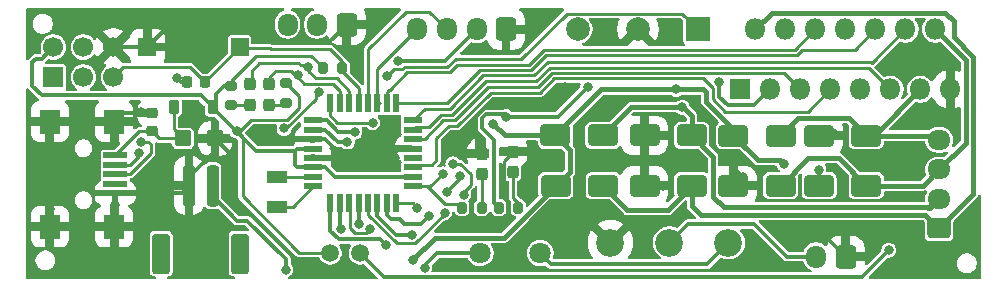
<source format=gbr>
%TF.GenerationSoftware,KiCad,Pcbnew,9.0.1*%
%TF.CreationDate,2025-06-18T23:24:53+09:00*%
%TF.ProjectId,NanoV3.3,4e616e6f-5633-42e3-932e-6b696361645f,rev?*%
%TF.SameCoordinates,Original*%
%TF.FileFunction,Copper,L1,Top*%
%TF.FilePolarity,Positive*%
%FSLAX46Y46*%
G04 Gerber Fmt 4.6, Leading zero omitted, Abs format (unit mm)*
G04 Created by KiCad (PCBNEW 9.0.1) date 2025-06-18 23:24:53*
%MOMM*%
%LPD*%
G01*
G04 APERTURE LIST*
G04 Aperture macros list*
%AMRoundRect*
0 Rectangle with rounded corners*
0 $1 Rounding radius*
0 $2 $3 $4 $5 $6 $7 $8 $9 X,Y pos of 4 corners*
0 Add a 4 corners polygon primitive as box body*
4,1,4,$2,$3,$4,$5,$6,$7,$8,$9,$2,$3,0*
0 Add four circle primitives for the rounded corners*
1,1,$1+$1,$2,$3*
1,1,$1+$1,$4,$5*
1,1,$1+$1,$6,$7*
1,1,$1+$1,$8,$9*
0 Add four rect primitives between the rounded corners*
20,1,$1+$1,$2,$3,$4,$5,0*
20,1,$1+$1,$4,$5,$6,$7,0*
20,1,$1+$1,$6,$7,$8,$9,0*
20,1,$1+$1,$8,$9,$2,$3,0*%
G04 Aperture macros list end*
%TA.AperFunction,SMDPad,CuDef*%
%ADD10RoundRect,0.237500X-0.237500X0.287500X-0.237500X-0.287500X0.237500X-0.287500X0.237500X0.287500X0*%
%TD*%
%TA.AperFunction,SMDPad,CuDef*%
%ADD11RoundRect,0.250000X1.000000X0.650000X-1.000000X0.650000X-1.000000X-0.650000X1.000000X-0.650000X0*%
%TD*%
%TA.AperFunction,SMDPad,CuDef*%
%ADD12RoundRect,0.200000X-0.275000X0.200000X-0.275000X-0.200000X0.275000X-0.200000X0.275000X0.200000X0*%
%TD*%
%TA.AperFunction,ComponentPad*%
%ADD13R,1.700000X1.700000*%
%TD*%
%TA.AperFunction,ComponentPad*%
%ADD14C,1.700000*%
%TD*%
%TA.AperFunction,ComponentPad*%
%ADD15R,2.000000X2.000000*%
%TD*%
%TA.AperFunction,ComponentPad*%
%ADD16C,2.000000*%
%TD*%
%TA.AperFunction,SMDPad,CuDef*%
%ADD17RoundRect,0.200000X-0.200000X-0.275000X0.200000X-0.275000X0.200000X0.275000X-0.200000X0.275000X0*%
%TD*%
%TA.AperFunction,SMDPad,CuDef*%
%ADD18RoundRect,0.250000X-1.000000X-0.650000X1.000000X-0.650000X1.000000X0.650000X-1.000000X0.650000X0*%
%TD*%
%TA.AperFunction,SMDPad,CuDef*%
%ADD19RoundRect,0.250000X-0.250000X-1.500000X0.250000X-1.500000X0.250000X1.500000X-0.250000X1.500000X0*%
%TD*%
%TA.AperFunction,SMDPad,CuDef*%
%ADD20RoundRect,0.250001X-0.499999X-1.449999X0.499999X-1.449999X0.499999X1.449999X-0.499999X1.449999X0*%
%TD*%
%TA.AperFunction,ComponentPad*%
%ADD21RoundRect,0.250000X0.600000X0.725000X-0.600000X0.725000X-0.600000X-0.725000X0.600000X-0.725000X0*%
%TD*%
%TA.AperFunction,ComponentPad*%
%ADD22O,1.700000X1.950000*%
%TD*%
%TA.AperFunction,SMDPad,CuDef*%
%ADD23R,1.600000X0.550000*%
%TD*%
%TA.AperFunction,SMDPad,CuDef*%
%ADD24R,0.550000X1.600000*%
%TD*%
%TA.AperFunction,SMDPad,CuDef*%
%ADD25RoundRect,0.250000X-0.457500X-0.445000X0.457500X-0.445000X0.457500X0.445000X-0.457500X0.445000X0*%
%TD*%
%TA.AperFunction,ComponentPad*%
%ADD26RoundRect,0.250000X0.725000X-0.600000X0.725000X0.600000X-0.725000X0.600000X-0.725000X-0.600000X0*%
%TD*%
%TA.AperFunction,ComponentPad*%
%ADD27O,1.950000X1.700000*%
%TD*%
%TA.AperFunction,ComponentPad*%
%ADD28C,1.500000*%
%TD*%
%TA.AperFunction,ComponentPad*%
%ADD29C,1.800000*%
%TD*%
%TA.AperFunction,SMDPad,CuDef*%
%ADD30R,1.800000X1.000000*%
%TD*%
%TA.AperFunction,SMDPad,CuDef*%
%ADD31R,2.000000X0.500000*%
%TD*%
%TA.AperFunction,SMDPad,CuDef*%
%ADD32R,1.700000X2.000000*%
%TD*%
%TA.AperFunction,SMDPad,CuDef*%
%ADD33RoundRect,0.225000X0.225000X0.250000X-0.225000X0.250000X-0.225000X-0.250000X0.225000X-0.250000X0*%
%TD*%
%TA.AperFunction,SMDPad,CuDef*%
%ADD34R,1.500000X1.500000*%
%TD*%
%TA.AperFunction,SMDPad,CuDef*%
%ADD35RoundRect,0.225000X0.225000X0.375000X-0.225000X0.375000X-0.225000X-0.375000X0.225000X-0.375000X0*%
%TD*%
%TA.AperFunction,SMDPad,CuDef*%
%ADD36RoundRect,0.225000X0.250000X-0.225000X0.250000X0.225000X-0.250000X0.225000X-0.250000X-0.225000X0*%
%TD*%
%TA.AperFunction,ComponentPad*%
%ADD37R,1.800000X1.800000*%
%TD*%
%TA.AperFunction,ComponentPad*%
%ADD38O,1.800000X1.800000*%
%TD*%
%TA.AperFunction,ComponentPad*%
%ADD39C,2.340000*%
%TD*%
%TA.AperFunction,ViaPad*%
%ADD40C,0.800000*%
%TD*%
%TA.AperFunction,Conductor*%
%ADD41C,0.355600*%
%TD*%
%TA.AperFunction,Conductor*%
%ADD42C,0.254000*%
%TD*%
%TA.AperFunction,Conductor*%
%ADD43C,0.304800*%
%TD*%
%TA.AperFunction,Conductor*%
%ADD44C,0.406400*%
%TD*%
G04 APERTURE END LIST*
D10*
%TO.P,D6,1,K*%
%TO.N,TX1*%
X106400000Y-114625000D03*
%TO.P,D6,2,A*%
%TO.N,Net-(D6-A)*%
X106400000Y-116375000D03*
%TD*%
D11*
%TO.P,D2,1,K*%
%TO.N,Net-(D2-K)*%
X134717500Y-123250000D03*
%TO.P,D2,2,A*%
%TO.N,VIN*%
X130717500Y-123250000D03*
%TD*%
D12*
%TO.P,R15,1*%
%TO.N,+5V*%
X107900000Y-114575000D03*
%TO.P,R15,2*%
%TO.N,Net-(D6-A)*%
X107900000Y-116225000D03*
%TD*%
D13*
%TO.P,J2,1,MISO*%
%TO.N,D12*%
X88170000Y-114060000D03*
D14*
%TO.P,J2,2,VCC*%
%TO.N,+5V*%
X88170000Y-111520000D03*
%TO.P,J2,3,SCK*%
%TO.N,D13*%
X90710000Y-114060000D03*
%TO.P,J2,4,MOSI*%
%TO.N,D11*%
X90710000Y-111520000D03*
%TO.P,J2,5,~{RST}*%
%TO.N,RST*%
X93250000Y-114060000D03*
%TO.P,J2,6,GND*%
%TO.N,GND*%
X93250000Y-111520000D03*
%TD*%
D15*
%TO.P,SW6,1,B*%
%TO.N,/Micro_switch*%
X142750000Y-110000000D03*
D16*
%TO.P,SW6,2,C*%
%TO.N,GND*%
X137670000Y-110000000D03*
%TO.P,SW6,3,A*%
%TO.N,unconnected-(SW6-A-Pad3)*%
X132590000Y-110000000D03*
%TD*%
D17*
%TO.P,R16,1*%
%TO.N,+5V*%
X125875000Y-125100000D03*
%TO.P,R16,2*%
%TO.N,Net-(D7-A)*%
X127525000Y-125100000D03*
%TD*%
D18*
%TO.P,D12,1,K*%
%TO.N,GND*%
X145750000Y-123250000D03*
%TO.P,D12,2,A*%
%TO.N,Net-(D12-A)*%
X149750000Y-123250000D03*
%TD*%
D19*
%TO.P,J6,1,Pin_1*%
%TO.N,GND*%
X99650000Y-123250000D03*
%TO.P,J6,2,Pin_2*%
%TO.N,+3.7V*%
X101650000Y-123250000D03*
D20*
%TO.P,J6,MP*%
%TO.N,N/C*%
X97300000Y-129000000D03*
X104000000Y-129000000D03*
%TD*%
D21*
%TO.P,CN12,1,Pin_1*%
%TO.N,GND*%
X113000000Y-109600000D03*
D22*
%TO.P,CN12,2,Pin_2*%
%TO.N,D12*%
X110500000Y-109600000D03*
%TO.P,CN12,3,Pin_3*%
%TO.N,+5V*%
X108000000Y-109600000D03*
%TD*%
D18*
%TO.P,D3,1,K*%
%TO.N,GND*%
X138228333Y-123250000D03*
%TO.P,D3,2,A*%
%TO.N,Net-(D2-K)*%
X142228333Y-123250000D03*
%TD*%
%TO.P,D5,1,K*%
%TO.N,GND*%
X138228333Y-118980000D03*
%TO.P,D5,2,A*%
%TO.N,Net-(D4-K)*%
X142228333Y-118980000D03*
%TD*%
D11*
%TO.P,D13,1,K*%
%TO.N,Net-(D11-A)*%
X149750000Y-119000000D03*
%TO.P,D13,2,A*%
%TO.N,VIN*%
X145750000Y-119000000D03*
%TD*%
D23*
%TO.P,U4,1,PD3*%
%TO.N,D3*%
X110160000Y-117700000D03*
%TO.P,U4,2,PD4*%
%TO.N,D4*%
X110160000Y-118500000D03*
%TO.P,U4,3,GND*%
%TO.N,GND*%
X110160000Y-119300000D03*
%TO.P,U4,4,VCC*%
%TO.N,+5V*%
X110160000Y-120100000D03*
%TO.P,U4,5,GND*%
%TO.N,GND*%
X110160000Y-120900000D03*
%TO.P,U4,6,VCC*%
%TO.N,+5V*%
X110160000Y-121700000D03*
%TO.P,U4,7,XTAL1/PB6*%
%TO.N,XTAL1*%
X110160000Y-122500000D03*
%TO.P,U4,8,XTAL2/PB7*%
%TO.N,XTAL2*%
X110160000Y-123300000D03*
D24*
%TO.P,U4,9,PD5*%
%TO.N,/LED4*%
X111610000Y-124750000D03*
%TO.P,U4,10,PD6*%
%TO.N,/PullBack*%
X112410000Y-124750000D03*
%TO.P,U4,11,PD7*%
%TO.N,/LED1*%
X113210000Y-124750000D03*
%TO.P,U4,12,PB0*%
%TO.N,D8*%
X114010000Y-124750000D03*
%TO.P,U4,13,PB1*%
%TO.N,/power*%
X114810000Y-124750000D03*
%TO.P,U4,14,PB2*%
%TO.N,D10*%
X115610000Y-124750000D03*
%TO.P,U4,15,PB3*%
%TO.N,D11*%
X116410000Y-124750000D03*
%TO.P,U4,16,PB4*%
%TO.N,D12*%
X117210000Y-124750000D03*
D23*
%TO.P,U4,17,PB5*%
%TO.N,D13*%
X118660000Y-123300000D03*
%TO.P,U4,18,AVCC*%
%TO.N,+5V*%
X118660000Y-122500000D03*
%TO.P,U4,19,ADC6*%
%TO.N,A6*%
X118660000Y-121700000D03*
%TO.P,U4,20,AREF*%
%TO.N,unconnected-(U4-AREF-Pad20)*%
X118660000Y-120900000D03*
%TO.P,U4,21,GND*%
%TO.N,GND*%
X118660000Y-120100000D03*
%TO.P,U4,22,ADC7*%
%TO.N,/IN1*%
X118660000Y-119300000D03*
%TO.P,U4,23,PC0*%
%TO.N,A0*%
X118660000Y-118500000D03*
%TO.P,U4,24,PC1*%
%TO.N,A1*%
X118660000Y-117700000D03*
D24*
%TO.P,U4,25,PC2*%
%TO.N,A2*%
X117210000Y-116250000D03*
%TO.P,U4,26,PC3*%
%TO.N,A3*%
X116410000Y-116250000D03*
%TO.P,U4,27,PC4*%
%TO.N,A4*%
X115610000Y-116250000D03*
%TO.P,U4,28,PC5*%
%TO.N,A5*%
X114810000Y-116250000D03*
%TO.P,U4,29,~{RESET}/PC6*%
%TO.N,RST*%
X114010000Y-116250000D03*
%TO.P,U4,30,PD0*%
%TO.N,RX0*%
X113210000Y-116250000D03*
%TO.P,U4,31,PD1*%
%TO.N,TX1*%
X112410000Y-116250000D03*
%TO.P,U4,32,PD2*%
%TO.N,/Micro_switch*%
X111610000Y-116250000D03*
%TD*%
D21*
%TO.P,J8,1,Pin_1*%
%TO.N,GND*%
X155250000Y-129250000D03*
D22*
%TO.P,J8,2,Pin_2*%
%TO.N,Net-(J8-Pin_2)*%
X152750000Y-129250000D03*
%TD*%
D25*
%TO.P,C6,1*%
%TO.N,Net-(D9-A)*%
X99147500Y-119250000D03*
%TO.P,C6,2*%
%TO.N,GND*%
X101852500Y-119250000D03*
%TD*%
D11*
%TO.P,D14,1,K*%
%TO.N,Net-(D12-A)*%
X157000000Y-123250000D03*
%TO.P,D14,2,A*%
%TO.N,VIN*%
X153000000Y-123250000D03*
%TD*%
D26*
%TO.P,J3,1,Pin_1*%
%TO.N,Net-(D2-K)*%
X163160000Y-126870000D03*
D27*
%TO.P,J3,2,Pin_2*%
%TO.N,Net-(D4-K)*%
X163160000Y-124370000D03*
%TO.P,J3,3,Pin_3*%
%TO.N,Net-(D12-A)*%
X163160000Y-121870000D03*
%TO.P,J3,4,Pin_4*%
%TO.N,Net-(D11-A)*%
X163160000Y-119370000D03*
%TD*%
D10*
%TO.P,D8,1,K*%
%TO.N,GND*%
X124430000Y-120525000D03*
%TO.P,D8,2,A*%
%TO.N,Net-(D8-A)*%
X124430000Y-122275000D03*
%TD*%
D18*
%TO.P,D11,1,K*%
%TO.N,GND*%
X153000000Y-119000000D03*
%TO.P,D11,2,A*%
%TO.N,Net-(D11-A)*%
X157000000Y-119000000D03*
%TD*%
D28*
%TO.P,K6,1,COIL_1*%
%TO.N,+5V*%
X111610000Y-128950000D03*
%TO.P,K6,2,COIL_2*%
%TO.N,Net-(D21-A)*%
X114150000Y-128950000D03*
D29*
%TO.P,K6,5,NO*%
%TO.N,+3.7V*%
X124310000Y-128950000D03*
%TO.P,K6,6,COM*%
%TO.N,Net-(K6-COM)*%
X129390000Y-128950000D03*
%TD*%
D17*
%TO.P,R1,1*%
%TO.N,+5V*%
X110975000Y-113250000D03*
%TO.P,R1,2*%
%TO.N,RST*%
X112625000Y-113250000D03*
%TD*%
D21*
%TO.P,J5,1,Pin_1*%
%TO.N,GND*%
X126500000Y-110000000D03*
D22*
%TO.P,J5,2,Pin_2*%
%TO.N,+5V*%
X124000000Y-110000000D03*
%TO.P,J5,3,Pin_3*%
%TO.N,A5*%
X121500000Y-110000000D03*
%TO.P,J5,4,Pin_4*%
%TO.N,A4*%
X119000000Y-110000000D03*
%TD*%
D17*
%TO.P,R17,1*%
%TO.N,D13*%
X122775000Y-125100000D03*
%TO.P,R17,2*%
%TO.N,Net-(D8-A)*%
X124425000Y-125100000D03*
%TD*%
D30*
%TO.P,Y1,1,1*%
%TO.N,XTAL1*%
X107140000Y-122520000D03*
%TO.P,Y1,2,2*%
%TO.N,XTAL2*%
X107140000Y-125020000D03*
%TD*%
D31*
%TO.P,J1,1,VBUS*%
%TO.N,Net-(D9-A)*%
X93415000Y-120670000D03*
%TO.P,J1,2,D-*%
%TO.N,D-*%
X93415000Y-121470000D03*
%TO.P,J1,3,D+*%
%TO.N,D+*%
X93415000Y-122270000D03*
%TO.P,J1,4,ID*%
%TO.N,unconnected-(J1-ID-Pad4)*%
X93415000Y-123070000D03*
%TO.P,J1,5,GND*%
%TO.N,GND*%
X93415000Y-123870000D03*
D32*
%TO.P,J1,6,Shield*%
X93315000Y-117820000D03*
X87865000Y-117820000D03*
X93315000Y-126720000D03*
X87865000Y-126720000D03*
%TD*%
D33*
%TO.P,C3,1*%
%TO.N,RST*%
X101025000Y-114500000D03*
%TO.P,C3,2*%
%TO.N,DTR*%
X99475000Y-114500000D03*
%TD*%
D10*
%TO.P,D1,1,K*%
%TO.N,RX0*%
X104800000Y-114625000D03*
%TO.P,D1,2,A*%
%TO.N,Net-(D1-A)*%
X104800000Y-116375000D03*
%TD*%
D34*
%TO.P,SW1,1,1*%
%TO.N,RST*%
X103940000Y-111500000D03*
%TO.P,SW1,2,2*%
%TO.N,GND*%
X96140000Y-111500000D03*
%TD*%
D35*
%TO.P,D9,1,K*%
%TO.N,+5V*%
X101650000Y-116600000D03*
%TO.P,D9,2,A*%
%TO.N,Net-(D9-A)*%
X98350000Y-116600000D03*
%TD*%
D36*
%TO.P,C7,1*%
%TO.N,Net-(D9-A)*%
X96510000Y-118645000D03*
%TO.P,C7,2*%
%TO.N,GND*%
X96510000Y-117095000D03*
%TD*%
D37*
%TO.P,U2,1,SENSE_A*%
%TO.N,GND*%
X146340000Y-115080000D03*
D38*
%TO.P,U2,2,OUT1*%
%TO.N,Net-(D2-K)*%
X147610000Y-110000000D03*
%TO.P,U2,3,OUT2*%
%TO.N,Net-(D4-K)*%
X148880000Y-115080000D03*
%TO.P,U2,4,Vs*%
%TO.N,VIN*%
X150150000Y-110000000D03*
%TO.P,U2,5,IN1*%
%TO.N,/IN1*%
X151420000Y-115080000D03*
%TO.P,U2,6,EnA*%
%TO.N,A3*%
X152690000Y-110000000D03*
%TO.P,U2,7,IN2*%
%TO.N,A6*%
X153960000Y-115080000D03*
%TO.P,U2,8,GND*%
%TO.N,GND*%
X155230000Y-110000000D03*
%TO.P,U2,9,Vss*%
%TO.N,+5V*%
X156500000Y-115080000D03*
%TO.P,U2,10,IN3*%
%TO.N,A2*%
X157770000Y-110000000D03*
%TO.P,U2,11,EnB*%
%TO.N,A0*%
X159040000Y-115080000D03*
%TO.P,U2,12,IN4*%
%TO.N,A1*%
X160310000Y-110000000D03*
%TO.P,U2,13,OUT3*%
%TO.N,Net-(D11-A)*%
X161580000Y-115080000D03*
%TO.P,U2,14,OUT4*%
%TO.N,Net-(D12-A)*%
X162850000Y-110000000D03*
%TO.P,U2,15,SENSE_B*%
%TO.N,GND*%
X164120000Y-115080000D03*
%TD*%
D10*
%TO.P,D7,1,K*%
%TO.N,GND*%
X127090000Y-120375000D03*
%TO.P,D7,2,A*%
%TO.N,Net-(D7-A)*%
X127090000Y-122125000D03*
%TD*%
D11*
%TO.P,D4,1,K*%
%TO.N,Net-(D4-K)*%
X134672500Y-118980000D03*
%TO.P,D4,2,A*%
%TO.N,VIN*%
X130672500Y-118980000D03*
%TD*%
D12*
%TO.P,R14,1*%
%TO.N,+5V*%
X103200000Y-114775000D03*
%TO.P,R14,2*%
%TO.N,Net-(D1-A)*%
X103200000Y-116425000D03*
%TD*%
D39*
%TO.P,RV1,1,1*%
%TO.N,GND*%
X135330000Y-128080000D03*
%TO.P,RV1,2,2*%
%TO.N,Net-(J8-Pin_2)*%
X140330000Y-128080000D03*
%TO.P,RV1,3,3*%
%TO.N,Net-(K6-COM)*%
X145330000Y-128080000D03*
%TD*%
D40*
%TO.N,GND*%
X93415000Y-124900000D03*
X154200000Y-118800000D03*
X126300000Y-123200000D03*
X95600000Y-117000000D03*
X133300000Y-121400000D03*
X142500000Y-116000000D03*
X139800000Y-123300000D03*
X130600000Y-121100000D03*
X87865000Y-125200000D03*
X117100000Y-120900000D03*
X103400000Y-123300000D03*
X149600000Y-126800000D03*
X131800000Y-125300000D03*
X131500000Y-114900000D03*
X98800000Y-112300000D03*
X146600000Y-122500000D03*
%TO.N,+5V*%
X126500000Y-117400000D03*
X117389150Y-112669800D03*
X103700000Y-118600000D03*
X133400000Y-114900000D03*
%TO.N,+3.7V*%
X107850000Y-130350000D03*
X119600000Y-130200000D03*
%TO.N,Net-(D21-A)*%
X158900000Y-128700000D03*
%TO.N,Net-(D4-K)*%
X141400000Y-116600000D03*
X144500000Y-114438400D03*
%TO.N,DTR*%
X98600000Y-114100000D03*
%TO.N,VIN*%
X140900000Y-115100000D03*
X150000000Y-121400000D03*
X125400000Y-118000000D03*
X118650000Y-129530310D03*
X153000000Y-121900000D03*
%TO.N,RX0*%
X110700000Y-115355200D03*
X107700000Y-118400000D03*
X109700000Y-113200000D03*
%TO.N,TX1*%
X108873253Y-113900000D03*
%TO.N,D-*%
X95400000Y-120500000D03*
%TO.N,D+*%
X95617625Y-119520687D03*
%TO.N,D11*%
X122900000Y-124000000D03*
X120000000Y-125800000D03*
X122000000Y-121400000D03*
%TO.N,D12*%
X121500000Y-123800000D03*
X119000000Y-125100000D03*
X122610640Y-122427678D03*
%TO.N,D13*%
X121150000Y-122250000D03*
%TO.N,D3*%
X113700000Y-118700000D03*
%TO.N,/Micro_switch*%
X115200000Y-117900000D03*
X116400000Y-114000000D03*
%TO.N,D8*%
X114044400Y-126500000D03*
%TO.N,D10*%
X118500000Y-127400000D03*
%TO.N,D4*%
X113050000Y-119550000D03*
%TO.N,/PullBack*%
X112550000Y-126950000D03*
%TO.N,/LED1*%
X114964082Y-126944400D03*
%TO.N,/power*%
X121300000Y-125535400D03*
%TO.N,/LED4*%
X116334290Y-128265710D03*
%TD*%
D41*
%TO.N,GND*%
X111400000Y-111200000D02*
X106800000Y-111200000D01*
D42*
X124430000Y-120525000D02*
X123991000Y-120086000D01*
D41*
X105300000Y-109700000D02*
X97940000Y-109700000D01*
D42*
X135330000Y-128080000D02*
X132550000Y-125300000D01*
D41*
X106800000Y-111200000D02*
X105300000Y-109700000D01*
D43*
X152600000Y-126600000D02*
X149800000Y-126600000D01*
D42*
X123991000Y-117309000D02*
X125200000Y-116100000D01*
X131800000Y-125300000D02*
X132600000Y-124500000D01*
D41*
X87865000Y-125200000D02*
X87865000Y-126720000D01*
X93415000Y-126620000D02*
X93315000Y-126720000D01*
X117100000Y-120400000D02*
X117400000Y-120100000D01*
X93315000Y-117820000D02*
X87865000Y-117820000D01*
X87865000Y-117820000D02*
X87865000Y-125200000D01*
D42*
X129700000Y-116100000D02*
X130300000Y-116100000D01*
D41*
X99030000Y-123870000D02*
X93415000Y-123870000D01*
D42*
X132550000Y-125300000D02*
X131800000Y-125300000D01*
D41*
X99650000Y-123250000D02*
X99030000Y-123870000D01*
X110160000Y-119300000D02*
X111199000Y-119300000D01*
X112600000Y-120900000D02*
X117100000Y-120900000D01*
D42*
X127090000Y-120375000D02*
X126283800Y-121181200D01*
D41*
X93415000Y-124900000D02*
X93415000Y-126620000D01*
D43*
X149800000Y-126600000D02*
X149600000Y-126800000D01*
D44*
X138228333Y-121000000D02*
X138228333Y-123250000D01*
D42*
X126283800Y-123183800D02*
X126300000Y-123200000D01*
D41*
X93415000Y-123870000D02*
X93415000Y-124900000D01*
D42*
X133700000Y-121000000D02*
X138228333Y-121000000D01*
X146600000Y-122500000D02*
X143809533Y-119709533D01*
X143809533Y-119709533D02*
X143809533Y-117309533D01*
D41*
X110160000Y-120900000D02*
X112600000Y-120900000D01*
X117100000Y-120900000D02*
X117100000Y-120400000D01*
X87865000Y-126720000D02*
X93315000Y-126720000D01*
D42*
X123991000Y-120086000D02*
X123991000Y-117309000D01*
X132600000Y-124500000D02*
X132600000Y-122100000D01*
D44*
X138228333Y-123250000D02*
X139750000Y-123250000D01*
D41*
X101852500Y-119250000D02*
X103400000Y-120797500D01*
X101852500Y-120347500D02*
X101852500Y-119250000D01*
D42*
X132600000Y-122100000D02*
X133300000Y-121400000D01*
D44*
X138228333Y-118980000D02*
X138228333Y-121000000D01*
D41*
X103400000Y-120797500D02*
X103400000Y-123300000D01*
X94040000Y-117095000D02*
X93315000Y-117820000D01*
D42*
X129875000Y-120375000D02*
X130600000Y-121100000D01*
X143809533Y-117309533D02*
X142500000Y-116000000D01*
D41*
X98000000Y-111500000D02*
X98800000Y-112300000D01*
D43*
X155250000Y-129250000D02*
X152600000Y-126600000D01*
D42*
X145750000Y-123250000D02*
X145850000Y-123250000D01*
D41*
X93270000Y-111500000D02*
X93250000Y-111520000D01*
X117400000Y-120100000D02*
X118660000Y-120100000D01*
X93270000Y-111500000D02*
X98000000Y-111500000D01*
X96140000Y-111500000D02*
X93270000Y-111500000D01*
D42*
X145850000Y-123250000D02*
X146600000Y-122500000D01*
X127090000Y-120375000D02*
X129875000Y-120375000D01*
D41*
X111199000Y-119300000D02*
X112600000Y-120701000D01*
X113000000Y-109600000D02*
X111400000Y-111200000D01*
X99650000Y-123250000D02*
X99650000Y-122550000D01*
D44*
X139750000Y-123250000D02*
X139800000Y-123300000D01*
D41*
X97940000Y-109700000D02*
X96140000Y-111500000D01*
D42*
X133300000Y-121400000D02*
X133700000Y-121000000D01*
X126283800Y-121181200D02*
X126283800Y-123183800D01*
D41*
X99650000Y-122550000D02*
X101852500Y-120347500D01*
X96510000Y-117095000D02*
X94040000Y-117095000D01*
X112600000Y-120701000D02*
X112600000Y-120900000D01*
D42*
X130300000Y-116100000D02*
X131500000Y-114900000D01*
X125200000Y-116100000D02*
X129700000Y-116100000D01*
D41*
%TO.N,+5V*%
X118660000Y-122500000D02*
X111999000Y-122500000D01*
D42*
X109007600Y-128950000D02*
X104200000Y-124142400D01*
X107983208Y-117668800D02*
X104931200Y-117668800D01*
D41*
X124000000Y-110000000D02*
X121330200Y-112669800D01*
X124500000Y-117519834D02*
X124500000Y-118400000D01*
X101925000Y-116325000D02*
X101650000Y-116600000D01*
X111199000Y-121700000D02*
X110160000Y-121700000D01*
D42*
X109000000Y-116652008D02*
X107983208Y-117668800D01*
D41*
X126309917Y-117209917D02*
X124809917Y-117209917D01*
X108600000Y-120300000D02*
X108800000Y-120100000D01*
D42*
X103200000Y-114400000D02*
X105342800Y-112257200D01*
D41*
X103800000Y-118800000D02*
X105300000Y-120300000D01*
X110160000Y-121700000D02*
X108800000Y-121700000D01*
X133400000Y-114900000D02*
X130900000Y-117400000D01*
D42*
X104200000Y-119100000D02*
X103700000Y-118600000D01*
X107900000Y-114575000D02*
X109000000Y-115675000D01*
D41*
X103200000Y-114775000D02*
X102625000Y-114775000D01*
X87190000Y-112500000D02*
X88170000Y-111520000D01*
X86400000Y-112800000D02*
X86700000Y-112500000D01*
D42*
X105342800Y-112257200D02*
X110002873Y-112257200D01*
X110975000Y-113229327D02*
X110975000Y-113250000D01*
X104931200Y-117668800D02*
X103800000Y-118800000D01*
D41*
X86700000Y-112500000D02*
X87190000Y-112500000D01*
X121330200Y-112669800D02*
X117389150Y-112669800D01*
X108800000Y-121700000D02*
X108600000Y-121500000D01*
X124500000Y-118400000D02*
X125500000Y-119400000D01*
X102625000Y-114775000D02*
X101925000Y-115475000D01*
X125500000Y-119400000D02*
X125500000Y-124725000D01*
X87200000Y-115600000D02*
X86400000Y-114800000D01*
X126500000Y-117400000D02*
X126309917Y-117209917D01*
D42*
X103200000Y-114775000D02*
X103200000Y-114400000D01*
X104200000Y-124142400D02*
X104200000Y-119100000D01*
D41*
X108600000Y-121500000D02*
X108600000Y-120300000D01*
X101650000Y-116650000D02*
X103800000Y-118800000D01*
X124809917Y-117209917D02*
X124500000Y-117519834D01*
X111999000Y-122500000D02*
X111199000Y-121700000D01*
X101925000Y-115475000D02*
X101925000Y-116325000D01*
X105300000Y-120300000D02*
X108600000Y-120300000D01*
X130900000Y-117400000D02*
X126600000Y-117400000D01*
X108800000Y-120100000D02*
X110160000Y-120100000D01*
X101650000Y-116600000D02*
X100650000Y-115600000D01*
X125500000Y-124725000D02*
X125875000Y-125100000D01*
D42*
X109000000Y-115675000D02*
X109000000Y-116652008D01*
D41*
X101650000Y-116600000D02*
X101650000Y-116650000D01*
X86400000Y-114800000D02*
X86400000Y-112800000D01*
X100650000Y-115600000D02*
X87200000Y-115600000D01*
D42*
X111610000Y-128950000D02*
X109007600Y-128950000D01*
X110002873Y-112257200D02*
X110975000Y-113229327D01*
D41*
%TO.N,+3.7V*%
X124310000Y-128950000D02*
X120650000Y-128950000D01*
X119600000Y-130000000D02*
X119600000Y-130200000D01*
X101650000Y-124150000D02*
X103700000Y-126200000D01*
X104600000Y-126200000D02*
X107850000Y-129450000D01*
X103700000Y-126200000D02*
X104600000Y-126200000D01*
X107850000Y-129450000D02*
X107850000Y-130350000D01*
X120650000Y-128950000D02*
X119600000Y-130000000D01*
X101650000Y-123250000D02*
X101650000Y-124150000D01*
%TO.N,Net-(D21-A)*%
X114150000Y-128950000D02*
X116196200Y-130996200D01*
X116196200Y-130996200D02*
X156603800Y-130996200D01*
X156603800Y-130996200D02*
X158900000Y-128700000D01*
D44*
%TO.N,Net-(D2-K)*%
X164400000Y-110686481D02*
X164400000Y-109300000D01*
X149010000Y-108600000D02*
X147610000Y-110000000D01*
X161990000Y-125700000D02*
X163160000Y-126870000D01*
X163160000Y-126870000D02*
X166038000Y-123992000D01*
X164400000Y-109300000D02*
X163700000Y-108600000D01*
X163700000Y-108600000D02*
X149010000Y-108600000D01*
X142228333Y-123250000D02*
X142228333Y-124928333D01*
X134717500Y-123250000D02*
X136767500Y-125300000D01*
X136767500Y-125300000D02*
X140178333Y-125300000D01*
X143000000Y-125700000D02*
X161990000Y-125700000D01*
X166038000Y-112324481D02*
X164400000Y-110686481D01*
X166038000Y-123992000D02*
X166038000Y-112324481D01*
X140178333Y-125300000D02*
X142228333Y-123250000D01*
X142228333Y-124928333D02*
X143000000Y-125700000D01*
%TO.N,Net-(D4-K)*%
X144036767Y-124179230D02*
X144946937Y-125089400D01*
D41*
X144500000Y-115700000D02*
X145256600Y-116456600D01*
D44*
X144946937Y-125089400D02*
X162242918Y-125089400D01*
X162242918Y-125089400D02*
X162253519Y-125100000D01*
D41*
X144500000Y-114438400D02*
X144500000Y-115700000D01*
X145256600Y-116456600D02*
X147503400Y-116456600D01*
D44*
X162430000Y-125100000D02*
X163160000Y-124370000D01*
X162253519Y-125100000D02*
X162430000Y-125100000D01*
X134672500Y-118980000D02*
X137052500Y-116600000D01*
X141500000Y-116600000D02*
X142228333Y-117328333D01*
X141400000Y-116600000D02*
X141500000Y-116600000D01*
X137052500Y-116600000D02*
X141400000Y-116600000D01*
D41*
X147503400Y-116456600D02*
X148880000Y-115080000D01*
D44*
X142228333Y-118980000D02*
X144036767Y-120788434D01*
X142228333Y-117328333D02*
X142228333Y-118980000D01*
X144036767Y-120788434D02*
X144036767Y-124179230D01*
%TO.N,Net-(D11-A)*%
X149750000Y-119000000D02*
X151250000Y-117500000D01*
X157000000Y-119000000D02*
X162790000Y-119000000D01*
X157000000Y-119000000D02*
X157660000Y-119000000D01*
X155500000Y-117500000D02*
X157000000Y-119000000D01*
X151250000Y-117500000D02*
X155500000Y-117500000D01*
X157660000Y-119000000D02*
X161580000Y-115080000D01*
X162790000Y-119000000D02*
X163160000Y-119370000D01*
%TO.N,Net-(D12-A)*%
X152100000Y-120900000D02*
X154650000Y-120900000D01*
X165427400Y-112577400D02*
X165427400Y-119602600D01*
X165427400Y-119602600D02*
X163160000Y-121870000D01*
X149750000Y-123250000D02*
X152100000Y-120900000D01*
X161780000Y-123250000D02*
X163160000Y-121870000D01*
X157000000Y-123250000D02*
X161780000Y-123250000D01*
X162850000Y-110000000D02*
X165427400Y-112577400D01*
X154650000Y-120900000D02*
X157000000Y-123250000D01*
D41*
%TO.N,Net-(J8-Pin_2)*%
X141910000Y-126500000D02*
X140330000Y-128080000D01*
X152750000Y-129250000D02*
X150250000Y-129250000D01*
X147500000Y-126500000D02*
X141910000Y-126500000D01*
X150250000Y-129250000D02*
X147500000Y-126500000D01*
%TO.N,Net-(K6-COM)*%
X130340000Y-129900000D02*
X129390000Y-128950000D01*
X143510000Y-129900000D02*
X130340000Y-129900000D01*
X145330000Y-128080000D02*
X143510000Y-129900000D01*
D42*
%TO.N,RST*%
X101025000Y-114415000D02*
X103940000Y-111500000D01*
X106589166Y-111709000D02*
X111609000Y-111709000D01*
X101025000Y-114500000D02*
X101025000Y-114415000D01*
X101025000Y-114500000D02*
X99735000Y-113210000D01*
X94100000Y-113210000D02*
X93250000Y-114060000D01*
X103940000Y-111500000D02*
X104040000Y-111600000D01*
X112625000Y-112725000D02*
X112625000Y-113550000D01*
X106480165Y-111600000D02*
X106589166Y-111709000D01*
X114010000Y-114935000D02*
X114010000Y-116250000D01*
X99735000Y-113210000D02*
X94100000Y-113210000D01*
X112625000Y-113550000D02*
X114010000Y-114935000D01*
X104040000Y-111600000D02*
X106480165Y-111600000D01*
X111609000Y-111709000D02*
X112625000Y-112725000D01*
D41*
%TO.N,DTR*%
X99475000Y-114500000D02*
X99000000Y-114500000D01*
X99000000Y-114500000D02*
X98600000Y-114100000D01*
D42*
%TO.N,unconnected-(U4-AREF-Pad20)*%
X118785000Y-120775000D02*
X118660000Y-120900000D01*
%TO.N,Net-(D9-A)*%
X93415000Y-120670000D02*
X95440000Y-118645000D01*
X97115000Y-119250000D02*
X96510000Y-118645000D01*
X95440000Y-118645000D02*
X96510000Y-118645000D01*
X98350000Y-116600000D02*
X98350000Y-118452500D01*
X99147500Y-119250000D02*
X97115000Y-119250000D01*
X98350000Y-118452500D02*
X99147500Y-119250000D01*
D44*
%TO.N,VIN*%
X130672500Y-118980000D02*
X131900000Y-120207500D01*
X131900000Y-122067500D02*
X130717500Y-123250000D01*
X126324900Y-127642600D02*
X130717500Y-123250000D01*
X145750000Y-118450000D02*
X145750000Y-119000000D01*
X145750000Y-119000000D02*
X147850000Y-121100000D01*
X149700000Y-121100000D02*
X150000000Y-121400000D01*
X143456600Y-115356600D02*
X143456600Y-116132190D01*
X130672500Y-118980000D02*
X134552500Y-115100000D01*
X134552500Y-115100000D02*
X143200000Y-115100000D01*
X143200000Y-115100000D02*
X143456600Y-115356600D01*
X118650000Y-129450000D02*
X120457400Y-127642600D01*
X147850000Y-121100000D02*
X149700000Y-121100000D01*
X144800000Y-117475591D02*
X144800000Y-117500000D01*
X118650000Y-129530310D02*
X118650000Y-129450000D01*
D41*
X153000000Y-123250000D02*
X153000000Y-121900000D01*
D44*
X120457400Y-127642600D02*
X126324900Y-127642600D01*
X126380000Y-118980000D02*
X125400000Y-118000000D01*
X131900000Y-120207500D02*
X131900000Y-122067500D01*
X130672500Y-118980000D02*
X126380000Y-118980000D01*
X143456600Y-116132190D02*
X144800000Y-117475591D01*
X144800000Y-117500000D02*
X145750000Y-118450000D01*
D42*
%TO.N,RX0*%
X109700000Y-113500000D02*
X110366800Y-114166800D01*
X110400000Y-115655200D02*
X110400000Y-115900000D01*
X112180800Y-114166800D02*
X113210000Y-115196000D01*
X113210000Y-115196000D02*
X113210000Y-116250000D01*
X105000000Y-113500000D02*
X105000000Y-114625000D01*
X110544800Y-115200000D02*
X110400000Y-115200000D01*
X110700000Y-115355200D02*
X110400000Y-115655200D01*
X107900000Y-118400000D02*
X107700000Y-118400000D01*
X105600000Y-112900000D02*
X105000000Y-113500000D01*
X109700000Y-113200000D02*
X109700000Y-113500000D01*
X110400000Y-115900000D02*
X107900000Y-118400000D01*
X110700000Y-115355200D02*
X110544800Y-115200000D01*
X109488400Y-112988400D02*
X109088400Y-112988400D01*
X110366800Y-114166800D02*
X112180800Y-114166800D01*
X109088400Y-112988400D02*
X109000000Y-112900000D01*
X109000000Y-112900000D02*
X105600000Y-112900000D01*
X109700000Y-113200000D02*
X109488400Y-112988400D01*
%TO.N,Net-(D1-A)*%
X103200000Y-116425000D02*
X103500000Y-116425000D01*
X103250000Y-116375000D02*
X103200000Y-116425000D01*
X105000000Y-116375000D02*
X103250000Y-116375000D01*
%TO.N,Net-(D6-A)*%
X108000000Y-116425000D02*
X106550000Y-116425000D01*
X106550000Y-116425000D02*
X106500000Y-116375000D01*
%TO.N,TX1*%
X108486185Y-113686185D02*
X108300000Y-113500000D01*
X106500000Y-114000000D02*
X106500000Y-114625000D01*
X108659438Y-113686185D02*
X108486185Y-113686185D01*
X107000000Y-113500000D02*
X106500000Y-114000000D01*
X112410000Y-115196000D02*
X112410000Y-116250000D01*
X111839000Y-114625000D02*
X112410000Y-115196000D01*
X108873253Y-113900000D02*
X108873253Y-114073253D01*
X108873253Y-113900000D02*
X108659438Y-113686185D01*
X108300000Y-113500000D02*
X107000000Y-113500000D01*
X108873253Y-114073253D02*
X109425000Y-114625000D01*
X109425000Y-114625000D02*
X111839000Y-114625000D01*
%TO.N,Net-(D7-A)*%
X127525000Y-124700000D02*
X127525000Y-125100000D01*
X127090000Y-124265000D02*
X127525000Y-124700000D01*
X127090000Y-122125000D02*
X127090000Y-124265000D01*
%TO.N,Net-(D8-A)*%
X124425000Y-125100000D02*
X124425000Y-124700000D01*
X124430000Y-125095000D02*
X124425000Y-125100000D01*
X124430000Y-122275000D02*
X124430000Y-125095000D01*
%TO.N,D-*%
X95400000Y-120500000D02*
X95400000Y-120739000D01*
X94669000Y-121470000D02*
X93415000Y-121470000D01*
X95400000Y-120739000D02*
X94669000Y-121470000D01*
%TO.N,D+*%
X94669000Y-122270000D02*
X93415000Y-122270000D01*
X96220687Y-119520687D02*
X96439000Y-119739000D01*
X95617625Y-119520687D02*
X96220687Y-119520687D01*
X96439000Y-119739000D02*
X96439000Y-120500000D01*
X96439000Y-120500000D02*
X94669000Y-122270000D01*
D43*
%TO.N,D11*%
X117500000Y-126100000D02*
X117900000Y-126500000D01*
D42*
X122617035Y-121400000D02*
X123506200Y-122289165D01*
X123506200Y-122289165D02*
X123506200Y-123193800D01*
X122900000Y-123800000D02*
X122900000Y-124000000D01*
D43*
X117900000Y-126500000D02*
X119300000Y-126500000D01*
X116410000Y-125738200D02*
X116771800Y-126100000D01*
X119300000Y-126500000D02*
X120000000Y-125800000D01*
X116410000Y-124750000D02*
X116410000Y-125738200D01*
X116771800Y-126100000D02*
X117500000Y-126100000D01*
D42*
X122000000Y-121400000D02*
X122617035Y-121400000D01*
X123506200Y-123193800D02*
X122900000Y-123800000D01*
%TO.N,D12*%
X121600000Y-123600000D02*
X121600000Y-123700000D01*
X122610640Y-122589360D02*
X121600000Y-123600000D01*
X117210000Y-124750000D02*
X118650000Y-124750000D01*
X118650000Y-124750000D02*
X119000000Y-125100000D01*
X122610640Y-122427678D02*
X122610640Y-122589360D01*
%TO.N,D13*%
X121300000Y-124800000D02*
X122775000Y-124800000D01*
X118660000Y-123300000D02*
X119800000Y-123300000D01*
X120100000Y-123300000D02*
X118660000Y-123300000D01*
X121150000Y-122250000D02*
X120100000Y-123300000D01*
X122775000Y-124800000D02*
X122775000Y-125100000D01*
X119800000Y-123300000D02*
X121300000Y-124800000D01*
%TO.N,A4*%
X115610000Y-113390000D02*
X115610000Y-116250000D01*
X115803800Y-116250000D02*
X115610000Y-116250000D01*
X119000000Y-110000000D02*
X115610000Y-113390000D01*
%TO.N,A5*%
X121500000Y-110000000D02*
X120000000Y-108500000D01*
X118000000Y-108500000D02*
X114810000Y-111690000D01*
X114810000Y-111690000D02*
X114810000Y-116250000D01*
X120000000Y-108500000D02*
X118000000Y-108500000D01*
%TO.N,A0*%
X119943800Y-118306200D02*
X118853800Y-118306200D01*
X129052007Y-114400000D02*
X124800000Y-114400000D01*
X157210000Y-113250000D02*
X130202007Y-113250000D01*
X124800000Y-114400000D02*
X121950000Y-117250000D01*
X121950000Y-117250000D02*
X121000000Y-117250000D01*
X159040000Y-115080000D02*
X157210000Y-113250000D01*
X130202007Y-113250000D02*
X129052007Y-114400000D01*
X118853800Y-118306200D02*
X118660000Y-118500000D01*
X121000000Y-117250000D02*
X119943800Y-118306200D01*
%TO.N,A3*%
X122367827Y-113000000D02*
X121730828Y-113637000D01*
X116410000Y-115340000D02*
X116410000Y-116250000D01*
X128452007Y-113000000D02*
X122367827Y-113000000D01*
X116631200Y-115118800D02*
X116603800Y-115118800D01*
X121730828Y-113637000D02*
X118113000Y-113637000D01*
X129702007Y-111750000D02*
X128452007Y-113000000D01*
X152690000Y-110000000D02*
X150940000Y-111750000D01*
X116603800Y-115146200D02*
X116410000Y-115340000D01*
X150940000Y-111750000D02*
X129702007Y-111750000D01*
X116603800Y-115118800D02*
X116603800Y-115146200D01*
X118113000Y-113637000D02*
X116631200Y-115118800D01*
%TO.N,A1*%
X160310000Y-110000000D02*
X157458996Y-112851004D01*
X157458996Y-112851004D02*
X157399793Y-112791800D01*
X124583600Y-113916400D02*
X121750000Y-116750000D01*
X128831591Y-113916400D02*
X124583600Y-113916400D01*
X128904015Y-113900000D02*
X128847992Y-113900000D01*
X119610000Y-116750000D02*
X118660000Y-117700000D01*
X121750000Y-116750000D02*
X119610000Y-116750000D01*
X157399793Y-112791800D02*
X130012215Y-112791800D01*
X130012215Y-112791800D02*
X128904015Y-113900000D01*
X128847992Y-113900000D02*
X128831591Y-113916400D01*
%TO.N,A2*%
X156020000Y-111750000D02*
X151587992Y-111750000D01*
X121500000Y-116250000D02*
X117210000Y-116250000D01*
X124291800Y-113458200D02*
X121500000Y-116250000D01*
X151129792Y-112208200D02*
X129891800Y-112208200D01*
X157770000Y-110000000D02*
X156020000Y-111750000D01*
X129891800Y-112208200D02*
X128641799Y-113458200D01*
X151587992Y-111750000D02*
X151129792Y-112208200D01*
X128641799Y-113458200D02*
X124291800Y-113458200D01*
D43*
%TO.N,D3*%
X112300000Y-118700000D02*
X111300000Y-117700000D01*
X111300000Y-117700000D02*
X110160000Y-117700000D01*
X113700000Y-118700000D02*
X112300000Y-118700000D01*
D42*
%TO.N,/Micro_switch*%
X117042639Y-113357361D02*
X117086277Y-113401000D01*
X117914223Y-113178800D02*
X121541035Y-113178800D01*
X122219834Y-112500000D02*
X127800000Y-112500000D01*
X117086277Y-113401000D02*
X117692023Y-113401000D01*
X112206000Y-117900000D02*
X115200000Y-117900000D01*
X131631200Y-108668800D02*
X141418800Y-108668800D01*
X141418800Y-108668800D02*
X142750000Y-110000000D01*
X117692023Y-113401000D02*
X117914223Y-113178800D01*
X121541035Y-113178800D02*
X122219834Y-112500000D01*
X116400000Y-114000000D02*
X117042639Y-113357361D01*
X111610000Y-117304000D02*
X112206000Y-117900000D01*
X127800000Y-112500000D02*
X131631200Y-108668800D01*
X111610000Y-116250000D02*
X111610000Y-117304000D01*
%TO.N,XTAL1*%
X110140000Y-122520000D02*
X110160000Y-122500000D01*
X107140000Y-122520000D02*
X110140000Y-122520000D01*
%TO.N,A6*%
X118660000Y-121506200D02*
X118660000Y-121700000D01*
X120600000Y-121100000D02*
X120193800Y-121506200D01*
X143991000Y-114991000D02*
X143166400Y-114166400D01*
X120600000Y-119200000D02*
X120600000Y-121100000D01*
X121633600Y-118166400D02*
X120600000Y-119200000D01*
X143991000Y-115910834D02*
X143991000Y-114991000D01*
X153960000Y-115080000D02*
X152074400Y-116965600D01*
X122381592Y-118166400D02*
X121633600Y-118166400D01*
X145045765Y-116965600D02*
X143991000Y-115910834D01*
X152074400Y-116965600D02*
X145045765Y-116965600D01*
X143166400Y-114166400D02*
X130581592Y-114166400D01*
X120193800Y-121506200D02*
X118660000Y-121506200D01*
X130581592Y-114166400D02*
X129389792Y-115358200D01*
X125189792Y-115358200D02*
X122381592Y-118166400D01*
X129389792Y-115358200D02*
X125189792Y-115358200D01*
%TO.N,XTAL2*%
X108440000Y-125020000D02*
X110160000Y-123300000D01*
X107140000Y-125020000D02*
X108440000Y-125020000D01*
D43*
%TO.N,D8*%
X114010000Y-126390000D02*
X114010000Y-124750000D01*
X114044400Y-126500000D02*
X114044400Y-126424400D01*
X114044400Y-126424400D02*
X114010000Y-126390000D01*
%TO.N,D10*%
X115610000Y-125810000D02*
X117200000Y-127400000D01*
X117200000Y-127400000D02*
X118500000Y-127400000D01*
X115610000Y-124750000D02*
X115610000Y-125810000D01*
%TO.N,D4*%
X112250000Y-119550000D02*
X113050000Y-119550000D01*
X111200000Y-118500000D02*
X112250000Y-119550000D01*
X110160000Y-118500000D02*
X111200000Y-118500000D01*
D42*
%TO.N,/IN1*%
X151420000Y-115080000D02*
X150048200Y-113708200D01*
X125000000Y-114900000D02*
X122191800Y-117708200D01*
X122191800Y-117708200D02*
X121189792Y-117708200D01*
X130391800Y-113708200D02*
X129200000Y-114900000D01*
X150048200Y-113708200D02*
X130391800Y-113708200D01*
X119597992Y-119300000D02*
X118660000Y-119300000D01*
X129200000Y-114900000D02*
X125000000Y-114900000D01*
X121189792Y-117708200D02*
X119597992Y-119300000D01*
D43*
%TO.N,/PullBack*%
X112550000Y-126950000D02*
X112410000Y-126810000D01*
X112410000Y-126810000D02*
X112410000Y-124750000D01*
D42*
%TO.N,/LED1*%
X113741527Y-127231200D02*
X113313200Y-126802873D01*
X114964082Y-126944400D02*
X114677282Y-127231200D01*
X113313200Y-126802873D02*
X113313200Y-124853200D01*
X113313200Y-124853200D02*
X113210000Y-124750000D01*
X114677282Y-127231200D02*
X113741527Y-127231200D01*
%TO.N,/power*%
X118802873Y-128131200D02*
X117233853Y-128131200D01*
X121300000Y-125535400D02*
X121300000Y-125634073D01*
X117233853Y-128131200D02*
X114810000Y-125707347D01*
X114810000Y-125707347D02*
X114810000Y-124750000D01*
X121300000Y-125634073D02*
X118802873Y-128131200D01*
D43*
%TO.N,/LED4*%
X116334290Y-128265710D02*
X115868580Y-127800000D01*
X115868580Y-127800000D02*
X112330006Y-127800000D01*
X112330006Y-127800000D02*
X111610000Y-127079994D01*
X111610000Y-127079994D02*
X111610000Y-124750000D01*
%TD*%
%TA.AperFunction,Conductor*%
%TO.N,GND*%
G36*
X86040703Y-115005119D02*
G01*
X86066888Y-115036833D01*
X86074398Y-115049842D01*
X86902479Y-115877923D01*
X86935964Y-115939246D01*
X86930980Y-116008938D01*
X86889108Y-116064871D01*
X86853803Y-116083310D01*
X86695878Y-116135642D01*
X86695875Y-116135643D01*
X86546654Y-116227684D01*
X86422684Y-116351654D01*
X86330643Y-116500875D01*
X86330641Y-116500880D01*
X86275494Y-116667302D01*
X86275493Y-116667309D01*
X86265000Y-116770013D01*
X86265000Y-117445000D01*
X89464999Y-117445000D01*
X89464999Y-116770028D01*
X89464998Y-116770013D01*
X89454505Y-116667302D01*
X89399358Y-116500880D01*
X89399356Y-116500875D01*
X89307315Y-116351654D01*
X89178237Y-116222576D01*
X89179266Y-116221546D01*
X89143577Y-116171141D01*
X89140441Y-116101342D01*
X89175538Y-116040927D01*
X89237727Y-116009078D01*
X89260866Y-116006900D01*
X91919134Y-116006900D01*
X91986173Y-116026585D01*
X92031928Y-116079389D01*
X92041872Y-116148547D01*
X92012847Y-116212103D01*
X91998938Y-116225400D01*
X91872684Y-116351654D01*
X91780643Y-116500875D01*
X91780641Y-116500880D01*
X91725494Y-116667302D01*
X91725493Y-116667309D01*
X91715000Y-116770013D01*
X91715000Y-117445000D01*
X94914999Y-117445000D01*
X94914999Y-116770028D01*
X94914998Y-116770013D01*
X94904505Y-116667302D01*
X94849358Y-116500880D01*
X94849356Y-116500875D01*
X94757315Y-116351654D01*
X94628237Y-116222576D01*
X94629266Y-116221546D01*
X94593577Y-116171141D01*
X94590441Y-116101342D01*
X94625538Y-116040927D01*
X94687727Y-116009078D01*
X94710866Y-116006900D01*
X95444621Y-116006900D01*
X95511660Y-116026585D01*
X95557415Y-116079389D01*
X95567359Y-116148547D01*
X95540723Y-116209261D01*
X95441703Y-116330699D01*
X95349893Y-116506460D01*
X95295344Y-116697104D01*
X95295343Y-116697106D01*
X95293308Y-116720000D01*
X96386000Y-116720000D01*
X96453039Y-116739685D01*
X96498794Y-116792489D01*
X96510000Y-116844000D01*
X96510000Y-117346000D01*
X96490315Y-117413039D01*
X96437511Y-117458794D01*
X96386000Y-117470000D01*
X95293308Y-117470000D01*
X95295343Y-117492893D01*
X95295344Y-117492895D01*
X95349893Y-117683539D01*
X95441703Y-117859300D01*
X95567015Y-118012984D01*
X95635466Y-118068798D01*
X95674983Y-118126419D01*
X95677075Y-118196257D01*
X95641077Y-118256140D01*
X95578418Y-118287055D01*
X95557105Y-118288900D01*
X95393118Y-118288900D01*
X95302548Y-118313167D01*
X95221349Y-118360049D01*
X95221346Y-118360051D01*
X95155048Y-118426349D01*
X95155047Y-118426351D01*
X95140053Y-118441345D01*
X95126679Y-118454719D01*
X95065355Y-118488203D01*
X94995663Y-118483217D01*
X94939731Y-118441345D01*
X94915315Y-118375880D01*
X94914999Y-118367035D01*
X94915000Y-118195000D01*
X93690000Y-118195000D01*
X93690000Y-119569999D01*
X93712036Y-119569999D01*
X93779075Y-119589684D01*
X93824830Y-119642488D01*
X93834774Y-119711646D01*
X93805749Y-119775202D01*
X93799717Y-119781680D01*
X93426817Y-120154581D01*
X93365494Y-120188066D01*
X93339136Y-120190900D01*
X92392435Y-120190900D01*
X92325611Y-120204192D01*
X92249828Y-120254828D01*
X92199192Y-120330611D01*
X92185900Y-120397433D01*
X92185900Y-120942566D01*
X92199192Y-121009389D01*
X92203866Y-121020673D01*
X92200256Y-121022167D01*
X92214538Y-121067825D01*
X92200746Y-121118034D01*
X92203866Y-121119327D01*
X92199192Y-121130610D01*
X92185900Y-121197433D01*
X92185900Y-121742566D01*
X92199192Y-121809389D01*
X92203866Y-121820673D01*
X92200256Y-121822167D01*
X92214538Y-121867825D01*
X92200746Y-121918034D01*
X92203866Y-121919327D01*
X92199192Y-121930610D01*
X92185900Y-121997433D01*
X92185900Y-122542566D01*
X92199192Y-122609389D01*
X92203866Y-122620673D01*
X92200256Y-122622167D01*
X92214538Y-122667825D01*
X92212244Y-122693841D01*
X92207466Y-122718227D01*
X92199193Y-122730610D01*
X92185900Y-122797438D01*
X92185900Y-122828305D01*
X92183587Y-122840111D01*
X92172803Y-122860870D01*
X92166215Y-122883309D01*
X92157001Y-122891292D01*
X92151380Y-122902115D01*
X92131084Y-122913749D01*
X92113411Y-122929064D01*
X92100910Y-122933974D01*
X92095880Y-122935640D01*
X91946654Y-123027684D01*
X91822684Y-123151654D01*
X91730643Y-123300875D01*
X91730641Y-123300880D01*
X91675494Y-123467302D01*
X91675493Y-123467309D01*
X91665000Y-123570013D01*
X91665000Y-123620000D01*
X95164999Y-123620000D01*
X95164999Y-123570028D01*
X95164998Y-123570013D01*
X95154505Y-123467302D01*
X95099358Y-123300880D01*
X95099356Y-123300875D01*
X95007315Y-123151654D01*
X94883345Y-123027684D01*
X94734119Y-122935640D01*
X94729090Y-122933974D01*
X94714734Y-122924033D01*
X94698128Y-122918641D01*
X94686607Y-122904557D01*
X94671647Y-122894198D01*
X94664827Y-122877931D01*
X94653890Y-122864561D01*
X94648898Y-122839938D01*
X94644911Y-122830428D01*
X94644100Y-122823371D01*
X94644100Y-122797438D01*
X94637041Y-122761950D01*
X94636461Y-122756903D01*
X94641581Y-122727279D01*
X94644260Y-122697346D01*
X94647470Y-122693213D01*
X94648362Y-122688054D01*
X94668684Y-122665903D01*
X94687122Y-122642168D01*
X94693037Y-122639359D01*
X94695597Y-122636570D01*
X94703032Y-122634614D01*
X94727551Y-122622972D01*
X94806450Y-122601833D01*
X94887651Y-122554951D01*
X95750603Y-121691999D01*
X98400000Y-121691999D01*
X98400000Y-122875000D01*
X99275000Y-122875000D01*
X99275000Y-120755956D01*
X99274999Y-120755955D01*
X99222673Y-120760608D01*
X99027137Y-120816557D01*
X98846870Y-120910721D01*
X98689246Y-121039246D01*
X98560721Y-121196870D01*
X98466557Y-121377138D01*
X98410609Y-121572671D01*
X98410608Y-121572674D01*
X98400000Y-121691999D01*
X95750603Y-121691999D01*
X96723951Y-120718651D01*
X96770833Y-120637450D01*
X96772830Y-120629999D01*
X96795099Y-120546884D01*
X96795100Y-120546881D01*
X96795100Y-120453119D01*
X96795100Y-119692119D01*
X96795100Y-119691270D01*
X96814785Y-119624231D01*
X96867589Y-119578476D01*
X96936747Y-119568532D01*
X96969557Y-119579888D01*
X96970040Y-119578723D01*
X96977550Y-119581833D01*
X97051137Y-119601550D01*
X97068119Y-119606100D01*
X98086900Y-119606100D01*
X98153939Y-119625785D01*
X98199694Y-119678589D01*
X98210900Y-119730100D01*
X98210900Y-119740817D01*
X98210901Y-119740836D01*
X98217034Y-119797884D01*
X98217035Y-119797888D01*
X98265179Y-119926968D01*
X98347740Y-120037259D01*
X98454454Y-120117142D01*
X98458031Y-120119820D01*
X98587113Y-120167965D01*
X98644174Y-120174100D01*
X98644183Y-120174100D01*
X99650817Y-120174100D01*
X99650826Y-120174100D01*
X99707887Y-120167965D01*
X99836969Y-120119820D01*
X99947259Y-120037259D01*
X100029820Y-119926969D01*
X100077965Y-119797887D01*
X100082791Y-119753000D01*
X100395000Y-119753000D01*
X100405608Y-119872325D01*
X100405609Y-119872328D01*
X100461557Y-120067861D01*
X100555721Y-120248129D01*
X100684246Y-120405753D01*
X100841870Y-120534278D01*
X101022138Y-120628442D01*
X101217671Y-120684390D01*
X101217674Y-120684391D01*
X101336999Y-120694999D01*
X101337002Y-120695000D01*
X101477500Y-120695000D01*
X102227500Y-120695000D01*
X102367998Y-120695000D01*
X102368000Y-120694999D01*
X102487325Y-120684391D01*
X102487328Y-120684390D01*
X102682861Y-120628442D01*
X102863129Y-120534278D01*
X103020753Y-120405753D01*
X103149278Y-120248129D01*
X103243442Y-120067861D01*
X103299390Y-119872328D01*
X103299391Y-119872325D01*
X103309999Y-119753000D01*
X103310000Y-119752998D01*
X103310000Y-119625000D01*
X102227500Y-119625000D01*
X102227500Y-120695000D01*
X101477500Y-120695000D01*
X101477500Y-119625000D01*
X100395000Y-119625000D01*
X100395000Y-119753000D01*
X100082791Y-119753000D01*
X100084100Y-119740826D01*
X100084100Y-118759174D01*
X100082791Y-118746999D01*
X100395000Y-118746999D01*
X100395000Y-118875000D01*
X101477500Y-118875000D01*
X101477500Y-117805000D01*
X101336999Y-117805000D01*
X101217674Y-117815608D01*
X101217671Y-117815609D01*
X101022138Y-117871557D01*
X100841870Y-117965721D01*
X100684246Y-118094246D01*
X100555721Y-118251870D01*
X100461557Y-118432138D01*
X100405609Y-118627671D01*
X100405608Y-118627674D01*
X100395000Y-118746999D01*
X100082791Y-118746999D01*
X100077965Y-118702113D01*
X100029820Y-118573031D01*
X100017863Y-118557058D01*
X99947259Y-118462740D01*
X99836968Y-118380179D01*
X99707888Y-118332035D01*
X99707884Y-118332034D01*
X99650836Y-118325901D01*
X99650834Y-118325900D01*
X99650826Y-118325900D01*
X99650818Y-118325900D01*
X98830100Y-118325900D01*
X98763061Y-118306215D01*
X98717306Y-118253411D01*
X98706100Y-118201900D01*
X98706100Y-117498205D01*
X98725785Y-117431166D01*
X98778589Y-117385411D01*
X98789140Y-117381165D01*
X98789583Y-117381011D01*
X98899724Y-117299724D01*
X98981011Y-117189583D01*
X99026223Y-117060376D01*
X99029100Y-117029696D01*
X99029100Y-116170304D01*
X99028590Y-116164866D01*
X99026491Y-116142477D01*
X99039830Y-116073892D01*
X99088132Y-116023407D01*
X99149949Y-116006900D01*
X100430094Y-116006900D01*
X100497133Y-116026585D01*
X100517775Y-116043219D01*
X100934581Y-116460024D01*
X100968066Y-116521347D01*
X100970900Y-116547705D01*
X100970900Y-117029700D01*
X100973776Y-117060375D01*
X101018989Y-117189584D01*
X101100275Y-117299723D01*
X101100276Y-117299724D01*
X101210415Y-117381010D01*
X101210416Y-117381010D01*
X101210417Y-117381011D01*
X101339624Y-117426223D01*
X101339623Y-117426223D01*
X101370300Y-117429100D01*
X101370304Y-117429100D01*
X101802294Y-117429100D01*
X101869333Y-117448785D01*
X101889975Y-117465419D01*
X102191181Y-117766625D01*
X102224666Y-117827948D01*
X102227500Y-117854306D01*
X102227500Y-118875000D01*
X103060857Y-118875000D01*
X103127896Y-118894685D01*
X103163959Y-118930109D01*
X103211345Y-119001027D01*
X103211348Y-119001031D01*
X103298968Y-119088651D01*
X103298972Y-119088654D01*
X103402002Y-119157497D01*
X103402011Y-119157502D01*
X103427946Y-119168244D01*
X103516498Y-119204924D01*
X103563489Y-119214271D01*
X103620642Y-119225640D01*
X103637398Y-119234404D01*
X103655878Y-119238425D01*
X103680916Y-119257169D01*
X103682553Y-119258025D01*
X103684132Y-119259576D01*
X103807581Y-119383025D01*
X103841066Y-119444348D01*
X103843900Y-119470706D01*
X103843900Y-124189284D01*
X103868165Y-124279847D01*
X103873250Y-124288654D01*
X103915049Y-124361051D01*
X108722649Y-129168651D01*
X108788949Y-129234951D01*
X108861111Y-129276614D01*
X108870152Y-129281834D01*
X108960715Y-129306099D01*
X108960719Y-129306100D01*
X110614878Y-129306100D01*
X110681917Y-129325785D01*
X110727672Y-129378589D01*
X110729422Y-129382608D01*
X110742330Y-129413771D01*
X110742335Y-129413782D01*
X110849483Y-129574139D01*
X110849486Y-129574143D01*
X110985856Y-129710513D01*
X110985860Y-129710516D01*
X111146215Y-129817663D01*
X111146228Y-129817670D01*
X111323405Y-129891058D01*
X111324407Y-129891473D01*
X111324411Y-129891473D01*
X111324412Y-129891474D01*
X111513564Y-129929100D01*
X111513567Y-129929100D01*
X111706435Y-129929100D01*
X111834949Y-129903536D01*
X111895593Y-129891473D01*
X112073778Y-129817667D01*
X112234140Y-129710516D01*
X112370516Y-129574140D01*
X112477667Y-129413778D01*
X112551473Y-129235593D01*
X112578240Y-129101028D01*
X112589100Y-129046435D01*
X112589100Y-128853564D01*
X112551474Y-128664412D01*
X112551473Y-128664411D01*
X112551473Y-128664407D01*
X112531865Y-128617068D01*
X112477670Y-128486228D01*
X112477663Y-128486215D01*
X112402944Y-128374391D01*
X112382066Y-128307714D01*
X112400550Y-128240334D01*
X112452529Y-128193643D01*
X112506046Y-128181500D01*
X113253954Y-128181500D01*
X113320993Y-128201185D01*
X113366748Y-128253989D01*
X113376692Y-128323147D01*
X113357056Y-128374391D01*
X113282336Y-128486215D01*
X113282329Y-128486228D01*
X113208528Y-128664402D01*
X113208525Y-128664412D01*
X113170900Y-128853564D01*
X113170900Y-128853567D01*
X113170900Y-129046433D01*
X113170900Y-129046435D01*
X113170899Y-129046435D01*
X113208525Y-129235587D01*
X113208528Y-129235597D01*
X113282329Y-129413771D01*
X113282336Y-129413784D01*
X113389483Y-129574139D01*
X113389486Y-129574143D01*
X113525856Y-129710513D01*
X113525860Y-129710516D01*
X113686215Y-129817663D01*
X113686228Y-129817670D01*
X113863405Y-129891058D01*
X113864407Y-129891473D01*
X113864411Y-129891473D01*
X113864412Y-129891474D01*
X114053564Y-129929100D01*
X114053567Y-129929100D01*
X114246434Y-129929100D01*
X114313838Y-129915692D01*
X114435593Y-129891473D01*
X114435595Y-129891472D01*
X114437677Y-129891058D01*
X114507268Y-129897285D01*
X114549550Y-129924994D01*
X115587375Y-130962819D01*
X115620860Y-131024142D01*
X115615876Y-131093834D01*
X115574004Y-131149767D01*
X115508540Y-131174184D01*
X115499694Y-131174500D01*
X108126789Y-131174500D01*
X108059750Y-131154815D01*
X108013995Y-131102011D01*
X108004051Y-131032853D01*
X108033076Y-130969297D01*
X108079336Y-130935939D01*
X108110658Y-130922965D01*
X108147991Y-130907501D01*
X108251028Y-130838654D01*
X108338654Y-130751028D01*
X108407501Y-130647991D01*
X108454924Y-130533502D01*
X108479100Y-130411961D01*
X108479100Y-130288039D01*
X108479100Y-130288036D01*
X108479099Y-130288034D01*
X108477336Y-130279169D01*
X108454924Y-130166498D01*
X108407501Y-130052009D01*
X108407500Y-130052008D01*
X108407497Y-130052002D01*
X108338654Y-129948972D01*
X108338651Y-129948968D01*
X108293219Y-129903536D01*
X108259734Y-129842213D01*
X108256900Y-129815855D01*
X108256900Y-129396432D01*
X108256899Y-129396425D01*
X108252006Y-129378164D01*
X108251586Y-129376597D01*
X108229170Y-129292942D01*
X108175601Y-129200157D01*
X104849843Y-125874399D01*
X104757058Y-125820830D01*
X104757059Y-125820830D01*
X104727389Y-125812880D01*
X104653570Y-125793100D01*
X104653569Y-125793100D01*
X104653567Y-125793100D01*
X103919906Y-125793100D01*
X103852867Y-125773415D01*
X103832225Y-125756781D01*
X102415419Y-124339975D01*
X102381934Y-124278652D01*
X102379100Y-124252294D01*
X102379100Y-121704182D01*
X102379100Y-121704174D01*
X102372965Y-121647113D01*
X102324820Y-121518031D01*
X102278212Y-121455769D01*
X102242259Y-121407740D01*
X102131968Y-121325179D01*
X102002888Y-121277035D01*
X102002884Y-121277034D01*
X101945836Y-121270901D01*
X101945834Y-121270900D01*
X101945826Y-121270900D01*
X101354174Y-121270900D01*
X101354166Y-121270900D01*
X101354163Y-121270901D01*
X101297115Y-121277034D01*
X101297111Y-121277035D01*
X101168031Y-121325179D01*
X101057739Y-121407741D01*
X101051547Y-121416014D01*
X100995614Y-121457886D01*
X100925922Y-121462870D01*
X100864599Y-121429386D01*
X100836994Y-121382493D01*
X100835777Y-121382980D01*
X100833445Y-121377144D01*
X100739278Y-121196870D01*
X100610753Y-121039246D01*
X100453129Y-120910721D01*
X100272862Y-120816557D01*
X100077326Y-120760608D01*
X100025000Y-120755955D01*
X100025000Y-125744042D01*
X100077327Y-125739391D01*
X100272861Y-125683442D01*
X100453129Y-125589278D01*
X100610753Y-125460753D01*
X100739278Y-125303129D01*
X100833445Y-125122855D01*
X100835777Y-125117020D01*
X100837231Y-125117601D01*
X100870427Y-125065150D01*
X100933779Y-125035683D01*
X101003005Y-125045145D01*
X101051548Y-125083986D01*
X101057741Y-125092259D01*
X101057742Y-125092260D01*
X101105064Y-125127684D01*
X101168031Y-125174820D01*
X101297113Y-125222965D01*
X101354174Y-125229100D01*
X101354183Y-125229100D01*
X101945817Y-125229100D01*
X101945826Y-125229100D01*
X102002887Y-125222965D01*
X102033567Y-125211521D01*
X102103255Y-125206538D01*
X102164576Y-125240020D01*
X103450157Y-126525601D01*
X103542943Y-126579170D01*
X103646430Y-126606900D01*
X103646431Y-126606900D01*
X104380094Y-126606900D01*
X104447133Y-126626585D01*
X104467775Y-126643219D01*
X104689030Y-126864474D01*
X104722515Y-126925797D01*
X104717531Y-126995489D01*
X104675659Y-127051422D01*
X104610195Y-127075839D01*
X104588098Y-127075445D01*
X104545825Y-127070900D01*
X104545816Y-127070900D01*
X103454177Y-127070900D01*
X103454171Y-127070901D01*
X103397114Y-127077034D01*
X103268028Y-127125181D01*
X103157742Y-127207742D01*
X103075181Y-127318028D01*
X103028010Y-127444499D01*
X103027035Y-127447113D01*
X103020900Y-127504175D01*
X103020900Y-127504182D01*
X103020900Y-127504183D01*
X103020900Y-130495822D01*
X103020901Y-130495828D01*
X103027034Y-130552885D01*
X103040247Y-130588310D01*
X103075180Y-130681969D01*
X103157742Y-130792258D01*
X103268031Y-130874820D01*
X103397113Y-130922965D01*
X103436608Y-130927211D01*
X103501156Y-130953948D01*
X103541004Y-131011341D01*
X103543498Y-131081166D01*
X103507846Y-131141255D01*
X103445367Y-131172530D01*
X103423350Y-131174500D01*
X97876651Y-131174500D01*
X97809612Y-131154815D01*
X97763857Y-131102011D01*
X97753913Y-131032853D01*
X97782938Y-130969297D01*
X97841716Y-130931523D01*
X97863398Y-130927210D01*
X97877624Y-130925680D01*
X97902887Y-130922965D01*
X98031969Y-130874820D01*
X98142258Y-130792258D01*
X98224820Y-130681969D01*
X98272965Y-130552887D01*
X98279100Y-130495825D01*
X98279099Y-127504176D01*
X98272965Y-127447113D01*
X98224820Y-127318031D01*
X98221981Y-127314239D01*
X98166227Y-127239761D01*
X98142258Y-127207742D01*
X98048842Y-127137811D01*
X98031971Y-127125181D01*
X98031969Y-127125180D01*
X97902887Y-127077035D01*
X97845825Y-127070900D01*
X97845815Y-127070900D01*
X96754177Y-127070900D01*
X96754171Y-127070901D01*
X96697114Y-127077034D01*
X96568028Y-127125181D01*
X96457742Y-127207742D01*
X96375181Y-127318028D01*
X96328010Y-127444499D01*
X96327035Y-127447113D01*
X96320900Y-127504175D01*
X96320900Y-127504182D01*
X96320900Y-127504183D01*
X96320900Y-130495822D01*
X96320901Y-130495828D01*
X96327034Y-130552885D01*
X96340247Y-130588310D01*
X96375180Y-130681969D01*
X96457742Y-130792258D01*
X96568031Y-130874820D01*
X96697113Y-130922965D01*
X96736608Y-130927211D01*
X96801156Y-130953948D01*
X96841004Y-131011341D01*
X96843498Y-131081166D01*
X96807846Y-131141255D01*
X96745367Y-131172530D01*
X96723350Y-131174500D01*
X85959500Y-131174500D01*
X85892461Y-131154815D01*
X85846706Y-131102011D01*
X85835500Y-131050500D01*
X85835500Y-129491679D01*
X86649000Y-129491679D01*
X86649000Y-129659320D01*
X86681701Y-129823720D01*
X86681704Y-129823732D01*
X86745850Y-129978595D01*
X86745851Y-129978597D01*
X86838984Y-130117980D01*
X86838987Y-130117984D01*
X86957515Y-130236512D01*
X86957519Y-130236515D01*
X87096900Y-130329647D01*
X87096901Y-130329647D01*
X87096902Y-130329648D01*
X87096904Y-130329649D01*
X87226927Y-130383506D01*
X87251772Y-130393797D01*
X87372687Y-130417848D01*
X87416179Y-130426499D01*
X87416183Y-130426500D01*
X87416184Y-130426500D01*
X87583817Y-130426500D01*
X87583818Y-130426499D01*
X87748228Y-130393797D01*
X87903100Y-130329647D01*
X88042481Y-130236515D01*
X88161015Y-130117981D01*
X88254147Y-129978600D01*
X88318297Y-129823728D01*
X88351000Y-129659316D01*
X88351000Y-129491684D01*
X88318297Y-129327272D01*
X88309040Y-129304923D01*
X88254149Y-129172404D01*
X88254148Y-129172402D01*
X88248859Y-129164487D01*
X88161015Y-129033019D01*
X88161012Y-129033015D01*
X88042484Y-128914487D01*
X88042480Y-128914484D01*
X87903097Y-128821351D01*
X87903095Y-128821350D01*
X87748232Y-128757204D01*
X87748220Y-128757201D01*
X87583820Y-128724500D01*
X87583816Y-128724500D01*
X87416184Y-128724500D01*
X87416179Y-128724500D01*
X87251779Y-128757201D01*
X87251767Y-128757204D01*
X87096904Y-128821350D01*
X87096902Y-128821351D01*
X86957519Y-128914484D01*
X86957515Y-128914487D01*
X86838987Y-129033015D01*
X86838984Y-129033019D01*
X86745851Y-129172402D01*
X86745850Y-129172404D01*
X86681704Y-129327267D01*
X86681701Y-129327279D01*
X86649000Y-129491679D01*
X85835500Y-129491679D01*
X85835500Y-127769986D01*
X86265001Y-127769986D01*
X86275494Y-127872697D01*
X86330641Y-128039119D01*
X86330643Y-128039124D01*
X86422684Y-128188345D01*
X86546654Y-128312315D01*
X86695875Y-128404356D01*
X86695880Y-128404358D01*
X86862302Y-128459505D01*
X86862309Y-128459506D01*
X86965019Y-128469999D01*
X87489999Y-128469999D01*
X88240000Y-128469999D01*
X88764972Y-128469999D01*
X88764986Y-128469998D01*
X88867697Y-128459505D01*
X89034119Y-128404358D01*
X89034124Y-128404356D01*
X89183345Y-128312315D01*
X89307315Y-128188345D01*
X89399356Y-128039124D01*
X89399358Y-128039119D01*
X89454505Y-127872697D01*
X89454506Y-127872690D01*
X89464999Y-127769986D01*
X91715001Y-127769986D01*
X91725494Y-127872697D01*
X91780641Y-128039119D01*
X91780643Y-128039124D01*
X91872684Y-128188345D01*
X91996654Y-128312315D01*
X92145875Y-128404356D01*
X92145880Y-128404358D01*
X92312302Y-128459505D01*
X92312309Y-128459506D01*
X92415019Y-128469999D01*
X92939999Y-128469999D01*
X93690000Y-128469999D01*
X94214972Y-128469999D01*
X94214986Y-128469998D01*
X94317697Y-128459505D01*
X94484119Y-128404358D01*
X94484124Y-128404356D01*
X94633345Y-128312315D01*
X94757315Y-128188345D01*
X94849356Y-128039124D01*
X94849358Y-128039119D01*
X94904505Y-127872697D01*
X94904506Y-127872690D01*
X94914999Y-127769986D01*
X94915000Y-127769973D01*
X94915000Y-127095000D01*
X93690000Y-127095000D01*
X93690000Y-128469999D01*
X92939999Y-128469999D01*
X92940000Y-128469998D01*
X92940000Y-127095000D01*
X91715001Y-127095000D01*
X91715001Y-127769986D01*
X89464999Y-127769986D01*
X89465000Y-127769973D01*
X89465000Y-127095000D01*
X88240000Y-127095000D01*
X88240000Y-128469999D01*
X87489999Y-128469999D01*
X87490000Y-128469998D01*
X87490000Y-127095000D01*
X86265001Y-127095000D01*
X86265001Y-127769986D01*
X85835500Y-127769986D01*
X85835500Y-125670013D01*
X86265000Y-125670013D01*
X86265000Y-126345000D01*
X87490000Y-126345000D01*
X88240000Y-126345000D01*
X89464999Y-126345000D01*
X89464999Y-125670028D01*
X89464998Y-125670013D01*
X89454505Y-125567302D01*
X89399358Y-125400880D01*
X89399356Y-125400875D01*
X89307315Y-125251654D01*
X89183345Y-125127684D01*
X89034124Y-125035643D01*
X89034119Y-125035641D01*
X88867697Y-124980494D01*
X88867690Y-124980493D01*
X88764986Y-124970000D01*
X88240000Y-124970000D01*
X88240000Y-126345000D01*
X87490000Y-126345000D01*
X87490000Y-124970000D01*
X86965028Y-124970000D01*
X86965012Y-124970001D01*
X86862302Y-124980494D01*
X86695880Y-125035641D01*
X86695875Y-125035643D01*
X86546654Y-125127684D01*
X86422684Y-125251654D01*
X86330643Y-125400875D01*
X86330641Y-125400880D01*
X86275494Y-125567302D01*
X86275493Y-125567309D01*
X86265000Y-125670013D01*
X85835500Y-125670013D01*
X85835500Y-124543920D01*
X89964499Y-124543920D01*
X89993340Y-124688907D01*
X89993343Y-124688917D01*
X90049912Y-124825488D01*
X90049919Y-124825501D01*
X90132048Y-124948415D01*
X90132051Y-124948419D01*
X90236580Y-125052948D01*
X90236584Y-125052951D01*
X90359498Y-125135080D01*
X90359511Y-125135087D01*
X90496082Y-125191656D01*
X90496087Y-125191658D01*
X90496091Y-125191658D01*
X90496092Y-125191659D01*
X90641079Y-125220500D01*
X90641082Y-125220500D01*
X90788920Y-125220500D01*
X90886462Y-125201096D01*
X90933913Y-125191658D01*
X91070495Y-125135084D01*
X91193416Y-125052951D01*
X91297951Y-124948416D01*
X91380084Y-124825495D01*
X91436658Y-124688913D01*
X91452087Y-124611348D01*
X91465500Y-124543920D01*
X91465500Y-124420370D01*
X91465500Y-124396082D01*
X91436658Y-124251087D01*
X91401067Y-124165162D01*
X91665001Y-124165162D01*
X91709381Y-124374962D01*
X91730641Y-124439119D01*
X91730643Y-124439124D01*
X91822684Y-124588345D01*
X91946654Y-124712315D01*
X92095876Y-124804356D01*
X92119907Y-124812319D01*
X92177352Y-124852091D01*
X92204177Y-124916606D01*
X92191863Y-124985382D01*
X92146002Y-125035564D01*
X91996659Y-125127680D01*
X91996655Y-125127683D01*
X91872684Y-125251654D01*
X91780643Y-125400875D01*
X91780641Y-125400880D01*
X91725494Y-125567302D01*
X91725493Y-125567309D01*
X91715000Y-125670013D01*
X91715000Y-126345000D01*
X92940000Y-126345000D01*
X92940000Y-124964000D01*
X92959685Y-124896961D01*
X93012489Y-124851206D01*
X93020745Y-124849410D01*
X93665000Y-124849410D01*
X93687166Y-124890004D01*
X93690000Y-124916362D01*
X93690000Y-126345000D01*
X94914999Y-126345000D01*
X94914999Y-125670028D01*
X94914998Y-125670013D01*
X94904505Y-125567302D01*
X94849358Y-125400880D01*
X94849356Y-125400875D01*
X94757315Y-125251654D01*
X94633344Y-125127683D01*
X94633340Y-125127680D01*
X94553894Y-125078677D01*
X94507169Y-125026729D01*
X94495948Y-124957767D01*
X94523791Y-124893685D01*
X94579987Y-124855433D01*
X94723128Y-124808000D01*
X98400000Y-124808000D01*
X98410608Y-124927325D01*
X98410609Y-124927328D01*
X98466557Y-125122861D01*
X98560721Y-125303129D01*
X98689246Y-125460753D01*
X98846870Y-125589278D01*
X99027138Y-125683442D01*
X99222673Y-125739391D01*
X99222671Y-125739391D01*
X99274999Y-125744042D01*
X99275000Y-125744042D01*
X99275000Y-123625000D01*
X98400000Y-123625000D01*
X98400000Y-124808000D01*
X94723128Y-124808000D01*
X94734119Y-124804358D01*
X94734124Y-124804356D01*
X94883345Y-124712315D01*
X95007315Y-124588345D01*
X95099356Y-124439124D01*
X95099358Y-124439119D01*
X95154505Y-124272697D01*
X95154506Y-124272690D01*
X95164999Y-124169986D01*
X95165000Y-124169973D01*
X95165000Y-124120000D01*
X93665000Y-124120000D01*
X93665000Y-124849410D01*
X93020745Y-124849410D01*
X93064000Y-124840000D01*
X93165000Y-124840000D01*
X93165000Y-124120000D01*
X91665001Y-124120000D01*
X91665001Y-124165162D01*
X91401067Y-124165162D01*
X91396368Y-124153817D01*
X91380087Y-124114510D01*
X91380080Y-124114498D01*
X91297951Y-123991584D01*
X91297948Y-123991580D01*
X91193419Y-123887051D01*
X91193415Y-123887048D01*
X91070501Y-123804919D01*
X91070488Y-123804912D01*
X90933917Y-123748343D01*
X90933907Y-123748340D01*
X90788920Y-123719500D01*
X90788918Y-123719500D01*
X90641082Y-123719500D01*
X90641080Y-123719500D01*
X90496092Y-123748340D01*
X90496082Y-123748343D01*
X90359511Y-123804912D01*
X90359498Y-123804919D01*
X90236584Y-123887048D01*
X90236580Y-123887051D01*
X90132051Y-123991580D01*
X90132048Y-123991584D01*
X90049919Y-124114498D01*
X90049912Y-124114511D01*
X89993343Y-124251082D01*
X89993340Y-124251092D01*
X89964500Y-124396079D01*
X89964500Y-124396082D01*
X89964500Y-124543918D01*
X89964500Y-124543920D01*
X89964499Y-124543920D01*
X85835500Y-124543920D01*
X85835500Y-120143920D01*
X89964499Y-120143920D01*
X89993340Y-120288907D01*
X89993343Y-120288917D01*
X90049912Y-120425488D01*
X90049919Y-120425501D01*
X90132048Y-120548415D01*
X90132051Y-120548419D01*
X90236580Y-120652948D01*
X90236584Y-120652951D01*
X90359498Y-120735080D01*
X90359511Y-120735087D01*
X90458285Y-120776000D01*
X90496087Y-120791658D01*
X90496091Y-120791658D01*
X90496092Y-120791659D01*
X90641079Y-120820500D01*
X90641082Y-120820500D01*
X90788920Y-120820500D01*
X90886462Y-120801096D01*
X90933913Y-120791658D01*
X91070495Y-120735084D01*
X91193416Y-120652951D01*
X91297951Y-120548416D01*
X91380084Y-120425495D01*
X91386837Y-120409193D01*
X91415185Y-120340753D01*
X91436658Y-120288913D01*
X91453510Y-120204193D01*
X91465500Y-120143920D01*
X91465500Y-119996079D01*
X91436659Y-119851092D01*
X91436658Y-119851091D01*
X91436658Y-119851087D01*
X91426817Y-119827328D01*
X91380087Y-119714511D01*
X91380080Y-119714498D01*
X91297951Y-119591584D01*
X91297948Y-119591580D01*
X91193419Y-119487051D01*
X91193415Y-119487048D01*
X91070501Y-119404919D01*
X91070488Y-119404912D01*
X90933917Y-119348343D01*
X90933907Y-119348340D01*
X90788920Y-119319500D01*
X90788918Y-119319500D01*
X90641082Y-119319500D01*
X90641080Y-119319500D01*
X90496092Y-119348340D01*
X90496082Y-119348343D01*
X90359511Y-119404912D01*
X90359498Y-119404919D01*
X90236584Y-119487048D01*
X90236580Y-119487051D01*
X90132051Y-119591580D01*
X90132048Y-119591584D01*
X90049919Y-119714498D01*
X90049912Y-119714511D01*
X89993343Y-119851082D01*
X89993340Y-119851092D01*
X89964500Y-119996079D01*
X89964500Y-119996082D01*
X89964500Y-120143918D01*
X89964500Y-120143920D01*
X89964499Y-120143920D01*
X85835500Y-120143920D01*
X85835500Y-118869986D01*
X86265001Y-118869986D01*
X86275494Y-118972697D01*
X86330641Y-119139119D01*
X86330643Y-119139124D01*
X86422684Y-119288345D01*
X86546654Y-119412315D01*
X86695875Y-119504356D01*
X86695880Y-119504358D01*
X86862302Y-119559505D01*
X86862309Y-119559506D01*
X86965019Y-119569999D01*
X87489999Y-119569999D01*
X88240000Y-119569999D01*
X88764972Y-119569999D01*
X88764986Y-119569998D01*
X88867697Y-119559505D01*
X89034119Y-119504358D01*
X89034124Y-119504356D01*
X89183345Y-119412315D01*
X89307315Y-119288345D01*
X89399356Y-119139124D01*
X89399358Y-119139119D01*
X89454505Y-118972697D01*
X89454506Y-118972690D01*
X89464999Y-118869986D01*
X91715001Y-118869986D01*
X91725494Y-118972697D01*
X91780641Y-119139119D01*
X91780643Y-119139124D01*
X91872684Y-119288345D01*
X91996654Y-119412315D01*
X92145875Y-119504356D01*
X92145880Y-119504358D01*
X92312302Y-119559505D01*
X92312309Y-119559506D01*
X92415019Y-119569999D01*
X92939999Y-119569999D01*
X92940000Y-119569998D01*
X92940000Y-118195000D01*
X91715001Y-118195000D01*
X91715001Y-118869986D01*
X89464999Y-118869986D01*
X89465000Y-118869973D01*
X89465000Y-118195000D01*
X88240000Y-118195000D01*
X88240000Y-119569999D01*
X87489999Y-119569999D01*
X87490000Y-119569998D01*
X87490000Y-118195000D01*
X86265001Y-118195000D01*
X86265001Y-118869986D01*
X85835500Y-118869986D01*
X85835500Y-115098832D01*
X85855185Y-115031793D01*
X85907989Y-114986038D01*
X85977147Y-114976094D01*
X86040703Y-115005119D01*
G37*
%TD.AperFunction*%
%TA.AperFunction,Conductor*%
G36*
X166624813Y-124019544D02*
G01*
X166678691Y-124064029D01*
X166699965Y-124130581D01*
X166700000Y-124133532D01*
X166700000Y-131050500D01*
X166680315Y-131117539D01*
X166627511Y-131163294D01*
X166576000Y-131174500D01*
X157300306Y-131174500D01*
X157233267Y-131154815D01*
X157187512Y-131102011D01*
X157177568Y-131032853D01*
X157206593Y-130969297D01*
X157212625Y-130962819D01*
X158433765Y-129741679D01*
X164649000Y-129741679D01*
X164649000Y-129909320D01*
X164681701Y-130073720D01*
X164681704Y-130073732D01*
X164745850Y-130228595D01*
X164745851Y-130228597D01*
X164838984Y-130367980D01*
X164838987Y-130367984D01*
X164957515Y-130486512D01*
X164957519Y-130486515D01*
X165096900Y-130579647D01*
X165096901Y-130579647D01*
X165096902Y-130579648D01*
X165096904Y-130579649D01*
X165251767Y-130643795D01*
X165251772Y-130643797D01*
X165416179Y-130676499D01*
X165416183Y-130676500D01*
X165416184Y-130676500D01*
X165583817Y-130676500D01*
X165583818Y-130676499D01*
X165748228Y-130643797D01*
X165903100Y-130579647D01*
X166042481Y-130486515D01*
X166161015Y-130367981D01*
X166254147Y-130228600D01*
X166318297Y-130073728D01*
X166351000Y-129909316D01*
X166351000Y-129741684D01*
X166318297Y-129577272D01*
X166283432Y-129493100D01*
X166254149Y-129422404D01*
X166254148Y-129422402D01*
X166252951Y-129420611D01*
X166161015Y-129283019D01*
X166161012Y-129283015D01*
X166042484Y-129164487D01*
X166042480Y-129164484D01*
X165903097Y-129071351D01*
X165903095Y-129071350D01*
X165748232Y-129007204D01*
X165748220Y-129007201D01*
X165583820Y-128974500D01*
X165583816Y-128974500D01*
X165416184Y-128974500D01*
X165416179Y-128974500D01*
X165251779Y-129007201D01*
X165251767Y-129007204D01*
X165096904Y-129071350D01*
X165096902Y-129071351D01*
X164957519Y-129164484D01*
X164957515Y-129164487D01*
X164838987Y-129283015D01*
X164838984Y-129283019D01*
X164745851Y-129422402D01*
X164745850Y-129422404D01*
X164681704Y-129577267D01*
X164681701Y-129577279D01*
X164649000Y-129741679D01*
X158433765Y-129741679D01*
X158810025Y-129365419D01*
X158871348Y-129331934D01*
X158897706Y-129329100D01*
X158961963Y-129329100D01*
X158961964Y-129329099D01*
X159083502Y-129304924D01*
X159197991Y-129257501D01*
X159301028Y-129188654D01*
X159388654Y-129101028D01*
X159457501Y-128997991D01*
X159504924Y-128883502D01*
X159529100Y-128761961D01*
X159529100Y-128638039D01*
X159529100Y-128638036D01*
X159529099Y-128638034D01*
X159520304Y-128593821D01*
X159504924Y-128516498D01*
X159459827Y-128407624D01*
X159457502Y-128402011D01*
X159457497Y-128402002D01*
X159388654Y-128298972D01*
X159388651Y-128298968D01*
X159301031Y-128211348D01*
X159301027Y-128211345D01*
X159197997Y-128142502D01*
X159197988Y-128142497D01*
X159083502Y-128095076D01*
X159083494Y-128095074D01*
X158961964Y-128070900D01*
X158961961Y-128070900D01*
X158838039Y-128070900D01*
X158838036Y-128070900D01*
X158716505Y-128095074D01*
X158716497Y-128095076D01*
X158602011Y-128142497D01*
X158602002Y-128142502D01*
X158498972Y-128211345D01*
X158498968Y-128211348D01*
X158411348Y-128298968D01*
X158411345Y-128298972D01*
X158342502Y-128402002D01*
X158342497Y-128402011D01*
X158295076Y-128516497D01*
X158295074Y-128516505D01*
X158270900Y-128638034D01*
X158270900Y-128702293D01*
X158251215Y-128769332D01*
X158234581Y-128789974D01*
X157061681Y-129962874D01*
X157000358Y-129996359D01*
X156930666Y-129991375D01*
X156874733Y-129949503D01*
X156850316Y-129884039D01*
X156850000Y-129875193D01*
X156850000Y-129625000D01*
X155546752Y-129625000D01*
X155630095Y-129541657D01*
X155692630Y-129433343D01*
X155725000Y-129312535D01*
X155725000Y-129187465D01*
X155692630Y-129066657D01*
X155630095Y-128958343D01*
X155546752Y-128875000D01*
X155625000Y-128875000D01*
X156850000Y-128875000D01*
X156850000Y-128467002D01*
X156849999Y-128466999D01*
X156839391Y-128347674D01*
X156839390Y-128347671D01*
X156783442Y-128152138D01*
X156689278Y-127971870D01*
X156560753Y-127814246D01*
X156403129Y-127685721D01*
X156222861Y-127591557D01*
X156027328Y-127535609D01*
X156027325Y-127535608D01*
X155908000Y-127525000D01*
X155625000Y-127525000D01*
X155625000Y-128875000D01*
X155546752Y-128875000D01*
X155541657Y-128869905D01*
X155433343Y-128807370D01*
X155312535Y-128775000D01*
X155187465Y-128775000D01*
X155066657Y-128807370D01*
X154958343Y-128869905D01*
X154875000Y-128953248D01*
X154875000Y-127525000D01*
X154591999Y-127525000D01*
X154472674Y-127535608D01*
X154472671Y-127535609D01*
X154277138Y-127591557D01*
X154096870Y-127685721D01*
X153939246Y-127814246D01*
X153810721Y-127971870D01*
X153716556Y-128152140D01*
X153682545Y-128271002D01*
X153645178Y-128330039D01*
X153581824Y-128359502D01*
X153512599Y-128350036D01*
X153475649Y-128324570D01*
X153452981Y-128301902D01*
X153315576Y-128202073D01*
X153164235Y-128124960D01*
X153002690Y-128072470D01*
X152834932Y-128045900D01*
X152834927Y-128045900D01*
X152665073Y-128045900D01*
X152665068Y-128045900D01*
X152497309Y-128072470D01*
X152335764Y-128124960D01*
X152184423Y-128202073D01*
X152047018Y-128301902D01*
X151926902Y-128422018D01*
X151827073Y-128559423D01*
X151749960Y-128710766D01*
X151749959Y-128710768D01*
X151749959Y-128710769D01*
X151734872Y-128757204D01*
X151734802Y-128757418D01*
X151695364Y-128815094D01*
X151631006Y-128842292D01*
X151616871Y-128843100D01*
X150469906Y-128843100D01*
X150402867Y-128823415D01*
X150382225Y-128806781D01*
X147919425Y-126343981D01*
X147885940Y-126282658D01*
X147890924Y-126212966D01*
X147932796Y-126157033D01*
X147998260Y-126132616D01*
X148007106Y-126132300D01*
X161759573Y-126132300D01*
X161789013Y-126140944D01*
X161819000Y-126147468D01*
X161824015Y-126151222D01*
X161826612Y-126151985D01*
X161847254Y-126168619D01*
X161919581Y-126240946D01*
X161953066Y-126302269D01*
X161955900Y-126328627D01*
X161955900Y-127515817D01*
X161955901Y-127515836D01*
X161962034Y-127572884D01*
X161962035Y-127572888D01*
X162010179Y-127701968D01*
X162092740Y-127812259D01*
X162196903Y-127890233D01*
X162203031Y-127894820D01*
X162332113Y-127942965D01*
X162389174Y-127949100D01*
X162389183Y-127949100D01*
X163930817Y-127949100D01*
X163930826Y-127949100D01*
X163987887Y-127942965D01*
X164116969Y-127894820D01*
X164227259Y-127812259D01*
X164309820Y-127701969D01*
X164357965Y-127572887D01*
X164364100Y-127515826D01*
X164364100Y-126328626D01*
X164383785Y-126261587D01*
X164400419Y-126240945D01*
X165389710Y-125251654D01*
X166383926Y-124257438D01*
X166440839Y-124158861D01*
X166456226Y-124101435D01*
X166492590Y-124041778D01*
X166555437Y-124011249D01*
X166624813Y-124019544D01*
G37*
%TD.AperFunction*%
%TA.AperFunction,Conductor*%
G36*
X140420695Y-115540944D02*
G01*
X140450682Y-115547468D01*
X140455697Y-115551222D01*
X140458294Y-115551985D01*
X140478936Y-115568619D01*
X140498968Y-115588651D01*
X140498972Y-115588654D01*
X140602002Y-115657497D01*
X140602008Y-115657500D01*
X140602009Y-115657501D01*
X140716498Y-115704924D01*
X140838034Y-115729099D01*
X140838037Y-115729100D01*
X140838039Y-115729100D01*
X140961963Y-115729100D01*
X140961964Y-115729099D01*
X141083502Y-115704924D01*
X141197991Y-115657501D01*
X141301028Y-115588654D01*
X141309682Y-115580000D01*
X141321064Y-115568619D01*
X141382387Y-115535134D01*
X141408745Y-115532300D01*
X142900300Y-115532300D01*
X142967339Y-115551985D01*
X143013094Y-115604789D01*
X143024300Y-115656300D01*
X143024300Y-116075276D01*
X143024300Y-116189103D01*
X143046360Y-116271430D01*
X143053761Y-116299051D01*
X143110673Y-116397628D01*
X143110675Y-116397630D01*
X144409186Y-117696142D01*
X144422187Y-117711441D01*
X144425799Y-117716465D01*
X144454074Y-117765439D01*
X144478741Y-117790106D01*
X144484619Y-117798282D01*
X144492993Y-117822128D01*
X144505103Y-117844306D01*
X144504371Y-117854530D01*
X144507769Y-117864205D01*
X144501921Y-117888791D01*
X144500119Y-117913998D01*
X144493974Y-117922205D01*
X144491603Y-117932179D01*
X144473393Y-117949699D01*
X144458248Y-117969931D01*
X144407740Y-118007741D01*
X144325179Y-118118031D01*
X144277035Y-118247111D01*
X144277034Y-118247115D01*
X144270901Y-118304163D01*
X144270900Y-118304182D01*
X144270900Y-119695817D01*
X144270901Y-119695836D01*
X144277034Y-119752884D01*
X144277035Y-119752888D01*
X144325179Y-119881968D01*
X144407740Y-119992259D01*
X144491314Y-120054820D01*
X144518031Y-120074820D01*
X144647113Y-120122965D01*
X144704174Y-120129100D01*
X146216373Y-120129100D01*
X146283412Y-120148785D01*
X146304054Y-120165419D01*
X146909536Y-120770900D01*
X147504074Y-121365438D01*
X147584562Y-121445926D01*
X147584564Y-121445927D01*
X147584568Y-121445930D01*
X147676441Y-121498972D01*
X147683139Y-121502839D01*
X147793087Y-121532300D01*
X149291013Y-121532300D01*
X149358052Y-121551985D01*
X149403807Y-121604789D01*
X149405574Y-121608847D01*
X149442497Y-121697987D01*
X149442502Y-121697997D01*
X149511345Y-121801027D01*
X149511348Y-121801031D01*
X149598968Y-121888651D01*
X149598972Y-121888654D01*
X149606670Y-121893798D01*
X149651475Y-121947410D01*
X149660182Y-122016735D01*
X149630027Y-122079763D01*
X149570584Y-122116482D01*
X149537779Y-122120900D01*
X148704174Y-122120900D01*
X148704166Y-122120900D01*
X148704163Y-122120901D01*
X148647115Y-122127034D01*
X148647111Y-122127035D01*
X148518031Y-122175179D01*
X148407740Y-122257740D01*
X148325179Y-122368031D01*
X148277035Y-122497111D01*
X148277034Y-122497115D01*
X148270901Y-122554163D01*
X148270900Y-122554182D01*
X148270900Y-123945817D01*
X148270901Y-123945836D01*
X148277034Y-124002884D01*
X148277035Y-124002888D01*
X148325179Y-124131968D01*
X148407740Y-124242259D01*
X148482187Y-124297988D01*
X148518031Y-124324820D01*
X148647113Y-124372965D01*
X148704174Y-124379100D01*
X148704183Y-124379100D01*
X150795817Y-124379100D01*
X150795826Y-124379100D01*
X150852887Y-124372965D01*
X150981969Y-124324820D01*
X151092259Y-124242259D01*
X151174820Y-124131969D01*
X151222965Y-124002887D01*
X151229100Y-123945826D01*
X151229100Y-122554174D01*
X151222965Y-122497113D01*
X151221280Y-122492595D01*
X151220008Y-122474813D01*
X151213778Y-122458109D01*
X151217567Y-122440687D01*
X151216296Y-122422903D01*
X151224840Y-122407255D01*
X151228630Y-122389836D01*
X151249779Y-122361585D01*
X151369515Y-122241848D01*
X151430836Y-122208365D01*
X151500528Y-122213349D01*
X151556461Y-122255221D01*
X151580878Y-122320685D01*
X151573376Y-122372864D01*
X151527036Y-122497108D01*
X151527034Y-122497115D01*
X151520901Y-122554163D01*
X151520900Y-122554182D01*
X151520900Y-123945817D01*
X151520901Y-123945836D01*
X151527034Y-124002884D01*
X151527035Y-124002888D01*
X151575179Y-124131968D01*
X151657740Y-124242259D01*
X151732187Y-124297988D01*
X151768031Y-124324820D01*
X151897113Y-124372965D01*
X151954174Y-124379100D01*
X151954183Y-124379100D01*
X154045817Y-124379100D01*
X154045826Y-124379100D01*
X154102887Y-124372965D01*
X154231969Y-124324820D01*
X154342259Y-124242259D01*
X154424820Y-124131969D01*
X154472965Y-124002887D01*
X154479100Y-123945826D01*
X154479100Y-122554174D01*
X154472965Y-122497113D01*
X154424820Y-122368031D01*
X154398550Y-122332938D01*
X154342259Y-122257740D01*
X154231968Y-122175179D01*
X154102888Y-122127035D01*
X154102884Y-122127034D01*
X154045836Y-122120901D01*
X154045834Y-122120900D01*
X154045826Y-122120900D01*
X154045818Y-122120900D01*
X153748580Y-122120900D01*
X153681541Y-122101215D01*
X153635786Y-122048411D01*
X153625842Y-121979253D01*
X153626962Y-121972710D01*
X153629100Y-121961960D01*
X153629100Y-121838036D01*
X153629099Y-121838034D01*
X153620398Y-121794291D01*
X153604924Y-121716498D01*
X153563839Y-121617310D01*
X153557502Y-121602011D01*
X153557497Y-121602002D01*
X153506173Y-121525191D01*
X153485295Y-121458514D01*
X153503779Y-121391134D01*
X153555758Y-121344443D01*
X153609275Y-121332300D01*
X154419573Y-121332300D01*
X154486612Y-121351985D01*
X154507254Y-121368619D01*
X155500218Y-122361583D01*
X155533703Y-122422906D01*
X155528719Y-122492596D01*
X155527035Y-122497110D01*
X155527034Y-122497112D01*
X155520901Y-122554163D01*
X155520900Y-122554182D01*
X155520900Y-123945817D01*
X155520901Y-123945836D01*
X155527034Y-124002884D01*
X155527035Y-124002888D01*
X155575179Y-124131968D01*
X155657740Y-124242259D01*
X155732187Y-124297988D01*
X155768031Y-124324820D01*
X155897113Y-124372965D01*
X155954174Y-124379100D01*
X155954183Y-124379100D01*
X158045817Y-124379100D01*
X158045826Y-124379100D01*
X158102887Y-124372965D01*
X158231969Y-124324820D01*
X158342259Y-124242259D01*
X158424820Y-124131969D01*
X158472965Y-124002887D01*
X158479100Y-123945826D01*
X158479100Y-123806300D01*
X158498785Y-123739261D01*
X158551589Y-123693506D01*
X158603100Y-123682300D01*
X161836912Y-123682300D01*
X161836914Y-123682300D01*
X161946862Y-123652839D01*
X161946863Y-123652837D01*
X161954712Y-123650735D01*
X161955298Y-123652922D01*
X162013096Y-123646705D01*
X162075578Y-123677975D01*
X162111234Y-123738062D01*
X162108745Y-123807887D01*
X162101573Y-123825031D01*
X162034960Y-123955764D01*
X161982470Y-124117309D01*
X161955900Y-124285067D01*
X161955900Y-124454932D01*
X161965208Y-124513702D01*
X161956253Y-124582996D01*
X161911257Y-124636448D01*
X161844505Y-124657087D01*
X161842735Y-124657100D01*
X147684069Y-124657100D01*
X147617030Y-124637415D01*
X147571275Y-124584611D01*
X147561331Y-124515453D01*
X147586245Y-124458660D01*
X147585819Y-124458380D01*
X147587462Y-124455886D01*
X147587964Y-124454743D01*
X147589277Y-124453131D01*
X147683442Y-124272861D01*
X147739390Y-124077328D01*
X147739391Y-124077325D01*
X147749999Y-123958000D01*
X147750000Y-123957998D01*
X147750000Y-123625000D01*
X145874000Y-123625000D01*
X145806961Y-123605315D01*
X145761206Y-123552511D01*
X145750000Y-123501000D01*
X145750000Y-123250000D01*
X145499000Y-123250000D01*
X145431961Y-123230315D01*
X145386206Y-123177511D01*
X145375000Y-123126000D01*
X145375000Y-122875000D01*
X146125000Y-122875000D01*
X147750000Y-122875000D01*
X147750000Y-122542002D01*
X147749999Y-122541999D01*
X147739391Y-122422674D01*
X147739390Y-122422671D01*
X147683442Y-122227138D01*
X147589278Y-122046870D01*
X147460753Y-121889246D01*
X147303129Y-121760721D01*
X147122861Y-121666557D01*
X146927328Y-121610609D01*
X146927325Y-121610608D01*
X146808000Y-121600000D01*
X146125000Y-121600000D01*
X146125000Y-122875000D01*
X145375000Y-122875000D01*
X145375000Y-121600000D01*
X144691997Y-121600000D01*
X144604047Y-121607819D01*
X144535528Y-121594148D01*
X144485277Y-121545603D01*
X144469067Y-121484306D01*
X144469067Y-120731523D01*
X144469066Y-120731518D01*
X144468158Y-120728128D01*
X144468156Y-120728119D01*
X144439606Y-120621572D01*
X144412734Y-120575028D01*
X144382697Y-120523001D01*
X144382691Y-120522993D01*
X143728114Y-119868416D01*
X143694629Y-119807093D01*
X143699612Y-119737405D01*
X143701298Y-119732887D01*
X143707433Y-119675826D01*
X143707433Y-118284174D01*
X143701298Y-118227113D01*
X143653153Y-118098031D01*
X143641796Y-118082859D01*
X143570592Y-117987740D01*
X143460301Y-117905179D01*
X143331221Y-117857035D01*
X143331217Y-117857034D01*
X143274169Y-117850901D01*
X143274167Y-117850900D01*
X143274159Y-117850900D01*
X143274151Y-117850900D01*
X142784633Y-117850900D01*
X142717594Y-117831215D01*
X142671839Y-117778411D01*
X142660633Y-117726900D01*
X142660633Y-117271421D01*
X142660633Y-117271420D01*
X142631172Y-117161472D01*
X142594043Y-117097162D01*
X142574259Y-117062894D01*
X142050656Y-116539291D01*
X142017171Y-116477968D01*
X142016733Y-116475869D01*
X142004924Y-116416498D01*
X141957501Y-116302009D01*
X141957500Y-116302008D01*
X141957497Y-116302002D01*
X141888654Y-116198972D01*
X141888651Y-116198968D01*
X141801031Y-116111348D01*
X141801027Y-116111345D01*
X141697997Y-116042502D01*
X141697988Y-116042497D01*
X141583502Y-115995076D01*
X141583494Y-115995074D01*
X141461964Y-115970900D01*
X141461961Y-115970900D01*
X141338039Y-115970900D01*
X141338036Y-115970900D01*
X141216505Y-115995074D01*
X141216497Y-115995076D01*
X141102011Y-116042497D01*
X141102002Y-116042502D01*
X140998972Y-116111345D01*
X140998968Y-116111348D01*
X140978936Y-116131381D01*
X140917613Y-116164866D01*
X140891255Y-116167700D01*
X136995587Y-116167700D01*
X136944844Y-116181297D01*
X136931207Y-116184951D01*
X136885636Y-116197161D01*
X136885631Y-116197164D01*
X136787067Y-116254069D01*
X136787059Y-116254075D01*
X135226554Y-117814581D01*
X135165231Y-117848066D01*
X135138873Y-117850900D01*
X133626674Y-117850900D01*
X133626666Y-117850900D01*
X133626663Y-117850901D01*
X133569615Y-117857034D01*
X133569611Y-117857035D01*
X133440531Y-117905179D01*
X133330240Y-117987740D01*
X133247679Y-118098031D01*
X133199535Y-118227111D01*
X133199534Y-118227115D01*
X133193401Y-118284163D01*
X133193400Y-118284182D01*
X133193400Y-119675817D01*
X133193401Y-119675836D01*
X133199534Y-119732884D01*
X133199535Y-119732888D01*
X133247679Y-119861968D01*
X133330240Y-119972259D01*
X133417072Y-120037259D01*
X133440531Y-120054820D01*
X133569613Y-120102965D01*
X133626674Y-120109100D01*
X133626683Y-120109100D01*
X135718317Y-120109100D01*
X135718326Y-120109100D01*
X135775387Y-120102965D01*
X135904469Y-120054820D01*
X136014759Y-119972259D01*
X136061346Y-119910025D01*
X136117278Y-119868154D01*
X136186969Y-119863168D01*
X136248293Y-119896652D01*
X136279829Y-119950223D01*
X136294890Y-120002862D01*
X136389054Y-120183129D01*
X136517579Y-120340753D01*
X136675203Y-120469278D01*
X136855471Y-120563442D01*
X137051004Y-120619390D01*
X137051007Y-120619391D01*
X137170332Y-120629999D01*
X137170335Y-120630000D01*
X137853333Y-120630000D01*
X138603333Y-120630000D01*
X139286331Y-120630000D01*
X139286333Y-120629999D01*
X139405658Y-120619391D01*
X139405661Y-120619390D01*
X139601194Y-120563442D01*
X139781462Y-120469278D01*
X139939086Y-120340753D01*
X140067611Y-120183129D01*
X140161775Y-120002861D01*
X140217723Y-119807328D01*
X140217724Y-119807325D01*
X140228332Y-119688000D01*
X140228333Y-119687998D01*
X140228333Y-119355000D01*
X138603333Y-119355000D01*
X138603333Y-120630000D01*
X137853333Y-120630000D01*
X137853333Y-118605000D01*
X138603333Y-118605000D01*
X140228333Y-118605000D01*
X140228333Y-118272002D01*
X140228332Y-118271999D01*
X140217724Y-118152674D01*
X140217723Y-118152671D01*
X140161775Y-117957138D01*
X140067611Y-117776870D01*
X139939086Y-117619246D01*
X139781462Y-117490721D01*
X139601194Y-117396557D01*
X139405661Y-117340609D01*
X139405658Y-117340608D01*
X139286333Y-117330000D01*
X138603333Y-117330000D01*
X138603333Y-118605000D01*
X137853333Y-118605000D01*
X137853333Y-117330000D01*
X137233227Y-117330000D01*
X137211981Y-117323761D01*
X137189893Y-117322182D01*
X137179109Y-117314109D01*
X137166188Y-117310315D01*
X137151688Y-117293581D01*
X137133960Y-117280310D01*
X137129252Y-117267689D01*
X137120433Y-117257511D01*
X137117281Y-117235593D01*
X137109543Y-117214846D01*
X137112405Y-117201685D01*
X137110489Y-117188353D01*
X137119688Y-117168209D01*
X137124395Y-117146573D01*
X137137663Y-117128847D01*
X137139514Y-117124797D01*
X137145546Y-117118319D01*
X137195246Y-117068619D01*
X137256569Y-117035134D01*
X137282927Y-117032300D01*
X140891255Y-117032300D01*
X140958294Y-117051985D01*
X140978936Y-117068619D01*
X140998968Y-117088651D01*
X140998972Y-117088654D01*
X141102002Y-117157497D01*
X141102011Y-117157502D01*
X141111591Y-117161470D01*
X141216498Y-117204924D01*
X141338034Y-117229099D01*
X141338037Y-117229100D01*
X141466373Y-117229100D01*
X141533412Y-117248785D01*
X141554054Y-117265419D01*
X141759714Y-117471079D01*
X141774417Y-117498006D01*
X141791010Y-117523825D01*
X141791901Y-117530025D01*
X141793199Y-117532402D01*
X141796033Y-117558760D01*
X141796033Y-117726900D01*
X141776348Y-117793939D01*
X141723544Y-117839694D01*
X141672033Y-117850900D01*
X141182507Y-117850900D01*
X141182499Y-117850900D01*
X141182496Y-117850901D01*
X141125448Y-117857034D01*
X141125444Y-117857035D01*
X140996364Y-117905179D01*
X140886073Y-117987740D01*
X140803512Y-118098031D01*
X140755368Y-118227111D01*
X140755367Y-118227115D01*
X140749234Y-118284163D01*
X140749233Y-118284182D01*
X140749233Y-119675817D01*
X140749234Y-119675836D01*
X140755367Y-119732884D01*
X140755368Y-119732888D01*
X140803512Y-119861968D01*
X140886073Y-119972259D01*
X140972905Y-120037259D01*
X140996364Y-120054820D01*
X141125446Y-120102965D01*
X141182507Y-120109100D01*
X142694706Y-120109100D01*
X142761745Y-120128785D01*
X142782387Y-120145419D01*
X143568148Y-120931180D01*
X143601633Y-120992503D01*
X143604467Y-121018861D01*
X143604467Y-122050356D01*
X143584782Y-122117395D01*
X143531978Y-122163150D01*
X143462820Y-122173094D01*
X143437134Y-122166538D01*
X143331224Y-122127036D01*
X143331217Y-122127034D01*
X143274169Y-122120901D01*
X143274167Y-122120900D01*
X143274159Y-122120900D01*
X141182507Y-122120900D01*
X141182499Y-122120900D01*
X141182496Y-122120901D01*
X141125448Y-122127034D01*
X141125444Y-122127035D01*
X140996364Y-122175179D01*
X140886073Y-122257740D01*
X140803512Y-122368031D01*
X140755368Y-122497111D01*
X140755367Y-122497115D01*
X140749234Y-122554163D01*
X140749233Y-122554182D01*
X140749233Y-123945817D01*
X140749234Y-123945836D01*
X140755367Y-124002887D01*
X140755369Y-124002894D01*
X140757053Y-124007409D01*
X140762034Y-124077101D01*
X140728550Y-124138416D01*
X140260586Y-124606381D01*
X140199263Y-124639866D01*
X140129572Y-124634882D01*
X140073638Y-124593011D01*
X140049221Y-124527546D01*
X140064073Y-124459273D01*
X140066586Y-124455093D01*
X140161775Y-124272861D01*
X140217723Y-124077328D01*
X140217724Y-124077325D01*
X140228332Y-123958000D01*
X140228333Y-123957998D01*
X140228333Y-123625000D01*
X138352333Y-123625000D01*
X138285294Y-123605315D01*
X138239539Y-123552511D01*
X138228333Y-123501000D01*
X138228333Y-123250000D01*
X137977333Y-123250000D01*
X137910294Y-123230315D01*
X137864539Y-123177511D01*
X137853333Y-123126000D01*
X137853333Y-122875000D01*
X138603333Y-122875000D01*
X140228333Y-122875000D01*
X140228333Y-122542002D01*
X140228332Y-122541999D01*
X140217724Y-122422674D01*
X140217723Y-122422671D01*
X140161775Y-122227138D01*
X140067611Y-122046870D01*
X139939086Y-121889246D01*
X139781462Y-121760721D01*
X139601194Y-121666557D01*
X139405661Y-121610609D01*
X139405658Y-121610608D01*
X139286333Y-121600000D01*
X138603333Y-121600000D01*
X138603333Y-122875000D01*
X137853333Y-122875000D01*
X137853333Y-121600000D01*
X137170332Y-121600000D01*
X137051007Y-121610608D01*
X137051004Y-121610609D01*
X136855471Y-121666557D01*
X136675203Y-121760721D01*
X136517579Y-121889246D01*
X136389054Y-122046870D01*
X136294890Y-122227138D01*
X136292272Y-122236288D01*
X136254903Y-122295325D01*
X136191548Y-122324786D01*
X136122323Y-122315319D01*
X136073790Y-122276483D01*
X136059760Y-122257741D01*
X135949468Y-122175179D01*
X135820388Y-122127035D01*
X135820384Y-122127034D01*
X135763336Y-122120901D01*
X135763334Y-122120900D01*
X135763326Y-122120900D01*
X133671674Y-122120900D01*
X133671666Y-122120900D01*
X133671663Y-122120901D01*
X133614615Y-122127034D01*
X133614611Y-122127035D01*
X133485531Y-122175179D01*
X133375240Y-122257740D01*
X133292679Y-122368031D01*
X133244535Y-122497111D01*
X133244534Y-122497115D01*
X133238401Y-122554163D01*
X133238400Y-122554182D01*
X133238400Y-123945817D01*
X133238401Y-123945836D01*
X133244534Y-124002884D01*
X133244535Y-124002888D01*
X133292679Y-124131968D01*
X133375240Y-124242259D01*
X133449687Y-124297988D01*
X133485531Y-124324820D01*
X133614613Y-124372965D01*
X133671674Y-124379100D01*
X135183873Y-124379100D01*
X135250912Y-124398785D01*
X135271554Y-124415419D01*
X136502061Y-125645926D01*
X136502063Y-125645927D01*
X136502067Y-125645930D01*
X136586731Y-125694810D01*
X136600638Y-125702839D01*
X136710587Y-125732300D01*
X136710590Y-125732300D01*
X140235245Y-125732300D01*
X140235247Y-125732300D01*
X140345195Y-125702839D01*
X140443772Y-125645926D01*
X141584352Y-124505346D01*
X141645675Y-124471861D01*
X141715367Y-124476845D01*
X141771300Y-124518717D01*
X141795717Y-124584181D01*
X141796033Y-124593027D01*
X141796033Y-124871419D01*
X141796033Y-124985247D01*
X141810178Y-125038036D01*
X141825494Y-125095196D01*
X141825497Y-125095201D01*
X141882402Y-125193765D01*
X141882408Y-125193773D01*
X142570054Y-125881419D01*
X142603539Y-125942742D01*
X142598555Y-126012434D01*
X142556683Y-126068367D01*
X142491219Y-126092784D01*
X142482373Y-126093100D01*
X141856431Y-126093100D01*
X141778815Y-126113897D01*
X141752942Y-126120830D01*
X141660159Y-126174398D01*
X141660156Y-126174400D01*
X141660157Y-126174400D01*
X141052720Y-126781834D01*
X140991397Y-126815319D01*
X140921705Y-126810335D01*
X140908744Y-126804638D01*
X140867068Y-126783402D01*
X140867065Y-126783401D01*
X140657624Y-126715351D01*
X140548867Y-126698125D01*
X140440112Y-126680900D01*
X140219888Y-126680900D01*
X140147384Y-126692383D01*
X140002375Y-126715351D01*
X139792934Y-126783401D01*
X139792931Y-126783402D01*
X139596708Y-126883385D01*
X139418554Y-127012820D01*
X139418549Y-127012824D01*
X139262824Y-127168549D01*
X139262820Y-127168554D01*
X139133385Y-127346708D01*
X139033402Y-127542931D01*
X139033401Y-127542934D01*
X138965351Y-127752375D01*
X138942790Y-127894820D01*
X138930900Y-127969888D01*
X138930900Y-128190112D01*
X138935087Y-128216547D01*
X138965351Y-128407624D01*
X139033401Y-128617065D01*
X139033402Y-128617068D01*
X139081145Y-128710766D01*
X139131681Y-128809948D01*
X139133385Y-128813291D01*
X139262820Y-128991445D01*
X139262824Y-128991450D01*
X139418549Y-129147175D01*
X139418554Y-129147179D01*
X139585927Y-129268782D01*
X139628593Y-129324111D01*
X139634572Y-129393725D01*
X139601967Y-129455520D01*
X139541128Y-129489877D01*
X139513042Y-129493100D01*
X136917245Y-129493100D01*
X136850206Y-129473415D01*
X136804451Y-129420611D01*
X136794507Y-129351453D01*
X136818869Y-129293614D01*
X136929840Y-129148992D01*
X136929851Y-129148976D01*
X137055687Y-128931024D01*
X137055695Y-128931007D01*
X137152004Y-128698495D01*
X137217149Y-128455373D01*
X137250000Y-128205843D01*
X137250000Y-127954156D01*
X137217149Y-127704626D01*
X137152004Y-127461504D01*
X137055695Y-127228992D01*
X137055687Y-127228975D01*
X136929851Y-127011023D01*
X136929850Y-127011021D01*
X136929614Y-127010714D01*
X135970766Y-127969561D01*
X135955021Y-127890402D01*
X135906022Y-127772110D01*
X135834888Y-127665649D01*
X135744351Y-127575112D01*
X135637890Y-127503978D01*
X135519598Y-127454979D01*
X135440437Y-127439233D01*
X136399284Y-126480384D01*
X136398984Y-126480153D01*
X136398976Y-126480148D01*
X136181024Y-126354312D01*
X136181007Y-126354304D01*
X135948495Y-126257995D01*
X135705373Y-126192850D01*
X135455844Y-126160000D01*
X135204156Y-126160000D01*
X134954626Y-126192850D01*
X134711504Y-126257995D01*
X134478992Y-126354304D01*
X134478975Y-126354312D01*
X134261022Y-126480148D01*
X134260714Y-126480384D01*
X135219563Y-127439233D01*
X135140402Y-127454979D01*
X135022110Y-127503978D01*
X134915649Y-127575112D01*
X134825112Y-127665649D01*
X134753978Y-127772110D01*
X134704979Y-127890402D01*
X134689233Y-127969563D01*
X133730384Y-127010714D01*
X133730148Y-127011022D01*
X133604312Y-127228975D01*
X133604304Y-127228992D01*
X133507995Y-127461504D01*
X133442850Y-127704626D01*
X133410000Y-127954156D01*
X133410000Y-128205843D01*
X133442850Y-128455373D01*
X133507995Y-128698495D01*
X133604304Y-128931007D01*
X133604312Y-128931024D01*
X133730148Y-129148976D01*
X133730159Y-129148992D01*
X133841131Y-129293614D01*
X133866325Y-129358783D01*
X133852287Y-129427228D01*
X133803473Y-129477217D01*
X133742755Y-129493100D01*
X130571413Y-129493100D01*
X130504374Y-129473415D01*
X130458619Y-129420611D01*
X130448675Y-129351453D01*
X130453482Y-129330782D01*
X130454623Y-129327272D01*
X130477294Y-129257497D01*
X130491297Y-129214399D01*
X130509253Y-129101031D01*
X130519100Y-129038862D01*
X130519100Y-128861138D01*
X130491297Y-128685602D01*
X130455106Y-128574215D01*
X130436379Y-128516578D01*
X130436378Y-128516575D01*
X130380864Y-128407624D01*
X130355693Y-128358223D01*
X130251229Y-128214441D01*
X130125559Y-128088771D01*
X129981777Y-127984307D01*
X129957368Y-127971870D01*
X129823424Y-127903621D01*
X129823421Y-127903620D01*
X129654399Y-127848703D01*
X129566630Y-127834801D01*
X129478862Y-127820900D01*
X129301138Y-127820900D01*
X129242626Y-127830167D01*
X129125600Y-127848703D01*
X128956578Y-127903620D01*
X128956575Y-127903621D01*
X128798222Y-127984307D01*
X128722781Y-128039119D01*
X128654441Y-128088771D01*
X128654439Y-128088773D01*
X128654438Y-128088773D01*
X128528773Y-128214438D01*
X128528773Y-128214439D01*
X128528771Y-128214441D01*
X128488697Y-128269598D01*
X128424307Y-128358222D01*
X128343621Y-128516575D01*
X128343620Y-128516578D01*
X128288703Y-128685600D01*
X128276608Y-128761963D01*
X128260900Y-128861138D01*
X128260900Y-129038862D01*
X128270747Y-129101031D01*
X128288703Y-129214399D01*
X128343620Y-129383421D01*
X128343621Y-129383424D01*
X128403530Y-129501000D01*
X128424307Y-129541777D01*
X128528771Y-129685559D01*
X128654441Y-129811229D01*
X128798223Y-129915693D01*
X128828934Y-129931341D01*
X128956575Y-129996378D01*
X128956578Y-129996379D01*
X129041089Y-130023837D01*
X129125602Y-130051297D01*
X129301138Y-130079100D01*
X129301139Y-130079100D01*
X129478861Y-130079100D01*
X129478862Y-130079100D01*
X129654398Y-130051297D01*
X129779467Y-130010659D01*
X129849308Y-130008665D01*
X129905466Y-130040910D01*
X130090157Y-130225601D01*
X130182942Y-130279170D01*
X130286430Y-130306900D01*
X130286431Y-130306900D01*
X130286433Y-130306900D01*
X143563567Y-130306900D01*
X143563570Y-130306900D01*
X143667058Y-130279170D01*
X143759843Y-130225601D01*
X144607280Y-129378162D01*
X144668601Y-129344679D01*
X144738292Y-129349663D01*
X144751244Y-129355355D01*
X144792932Y-129376597D01*
X145002377Y-129444649D01*
X145219888Y-129479100D01*
X145219889Y-129479100D01*
X145440111Y-129479100D01*
X145440112Y-129479100D01*
X145657623Y-129444649D01*
X145867068Y-129376597D01*
X146063288Y-129276617D01*
X146241452Y-129147174D01*
X146397174Y-128991452D01*
X146526617Y-128813288D01*
X146626597Y-128617068D01*
X146694649Y-128407623D01*
X146729100Y-128190112D01*
X146729100Y-127969888D01*
X146694649Y-127752377D01*
X146636329Y-127572884D01*
X146626598Y-127542934D01*
X146626597Y-127542931D01*
X146570372Y-127432585D01*
X146526617Y-127346712D01*
X146498095Y-127307454D01*
X146397179Y-127168554D01*
X146397175Y-127168549D01*
X146347207Y-127118581D01*
X146313722Y-127057258D01*
X146318706Y-126987566D01*
X146360578Y-126931633D01*
X146426042Y-126907216D01*
X146434888Y-126906900D01*
X147280094Y-126906900D01*
X147347133Y-126926585D01*
X147367775Y-126943219D01*
X150000157Y-129575601D01*
X150092942Y-129629170D01*
X150120669Y-129636599D01*
X150120671Y-129636600D01*
X150120672Y-129636600D01*
X150196431Y-129656900D01*
X151616871Y-129656900D01*
X151683910Y-129676585D01*
X151729665Y-129729389D01*
X151734802Y-129742582D01*
X151749960Y-129789233D01*
X151827073Y-129940576D01*
X151926902Y-130077981D01*
X152047018Y-130198097D01*
X152184423Y-130297926D01*
X152184425Y-130297927D01*
X152184428Y-130297929D01*
X152202035Y-130306900D01*
X152296073Y-130354815D01*
X152346869Y-130402790D01*
X152363664Y-130470611D01*
X152341127Y-130536746D01*
X152286411Y-130580197D01*
X152239778Y-130589300D01*
X120305259Y-130589300D01*
X120238220Y-130569615D01*
X120192465Y-130516811D01*
X120182521Y-130447653D01*
X120190698Y-130417848D01*
X120200660Y-130393795D01*
X120204924Y-130383502D01*
X120229100Y-130261961D01*
X120229100Y-130138039D01*
X120229100Y-130138036D01*
X120210226Y-130043153D01*
X120216453Y-129973561D01*
X120244159Y-129931283D01*
X120782225Y-129393219D01*
X120843548Y-129359734D01*
X120869906Y-129356900D01*
X123174120Y-129356900D01*
X123241159Y-129376585D01*
X123284604Y-129424604D01*
X123344307Y-129541777D01*
X123448771Y-129685559D01*
X123574441Y-129811229D01*
X123718223Y-129915693D01*
X123748934Y-129931341D01*
X123876575Y-129996378D01*
X123876578Y-129996379D01*
X123961089Y-130023837D01*
X124045602Y-130051297D01*
X124221138Y-130079100D01*
X124221139Y-130079100D01*
X124398861Y-130079100D01*
X124398862Y-130079100D01*
X124574398Y-130051297D01*
X124743424Y-129996378D01*
X124901777Y-129915693D01*
X125045559Y-129811229D01*
X125171229Y-129685559D01*
X125275693Y-129541777D01*
X125356378Y-129383424D01*
X125411297Y-129214398D01*
X125439100Y-129038862D01*
X125439100Y-128861138D01*
X125411297Y-128685602D01*
X125375106Y-128574215D01*
X125356379Y-128516578D01*
X125356378Y-128516575D01*
X125300864Y-128407624D01*
X125275693Y-128358223D01*
X125212891Y-128271784D01*
X125189412Y-128205980D01*
X125205237Y-128137926D01*
X125255343Y-128089231D01*
X125313210Y-128074900D01*
X126381812Y-128074900D01*
X126381814Y-128074900D01*
X126491762Y-128045439D01*
X126590339Y-127988526D01*
X128404465Y-126174400D01*
X130163445Y-124415419D01*
X130224768Y-124381934D01*
X130251126Y-124379100D01*
X131763317Y-124379100D01*
X131763326Y-124379100D01*
X131820387Y-124372965D01*
X131949469Y-124324820D01*
X132059759Y-124242259D01*
X132142320Y-124131969D01*
X132190465Y-124002887D01*
X132196600Y-123945826D01*
X132196600Y-122554174D01*
X132190800Y-122500226D01*
X132190465Y-122497112D01*
X132188782Y-122492600D01*
X132183795Y-122422909D01*
X132217277Y-122361586D01*
X132245926Y-122332938D01*
X132302839Y-122234361D01*
X132332300Y-122124413D01*
X132332300Y-122010586D01*
X132332300Y-120150587D01*
X132332300Y-120150585D01*
X132330250Y-120142932D01*
X132330250Y-120142931D01*
X132302840Y-120040642D01*
X132302839Y-120040638D01*
X132285929Y-120011348D01*
X132245930Y-119942067D01*
X132245924Y-119942059D01*
X132172281Y-119868416D01*
X132138796Y-119807093D01*
X132143779Y-119737405D01*
X132145465Y-119732887D01*
X132151600Y-119675826D01*
X132151600Y-118284174D01*
X132145465Y-118227113D01*
X132143780Y-118222595D01*
X132138796Y-118152903D01*
X132172279Y-118091584D01*
X134695245Y-115568619D01*
X134756568Y-115535134D01*
X134782926Y-115532300D01*
X140391255Y-115532300D01*
X140420695Y-115540944D01*
G37*
%TD.AperFunction*%
%TA.AperFunction,Conductor*%
G36*
X126041438Y-121292035D02*
G01*
X126048547Y-121291013D01*
X126074215Y-121302735D01*
X126101033Y-121311490D01*
X126108565Y-121318422D01*
X126112103Y-121320038D01*
X126127003Y-121335391D01*
X126150631Y-121364369D01*
X126306282Y-121491286D01*
X126357519Y-121518050D01*
X126407827Y-121566537D01*
X126423934Y-121634525D01*
X126417150Y-121668913D01*
X126388855Y-121749776D01*
X126385900Y-121781293D01*
X126385900Y-122468706D01*
X126388855Y-122500224D01*
X126388856Y-122500227D01*
X126435311Y-122632989D01*
X126435312Y-122632991D01*
X126518837Y-122746162D01*
X126601948Y-122807501D01*
X126632010Y-122829688D01*
X126650852Y-122836281D01*
X126707628Y-122877000D01*
X126733378Y-122941952D01*
X126733900Y-122953323D01*
X126733900Y-124311884D01*
X126758165Y-124402447D01*
X126765655Y-124415419D01*
X126805049Y-124483651D01*
X126805051Y-124483653D01*
X126886839Y-124565441D01*
X126920324Y-124626764D01*
X126916200Y-124694076D01*
X126898618Y-124744320D01*
X126898617Y-124744328D01*
X126895900Y-124773305D01*
X126895900Y-125426694D01*
X126898617Y-125455671D01*
X126898619Y-125455680D01*
X126914831Y-125502009D01*
X126941341Y-125577770D01*
X127018153Y-125681847D01*
X127122230Y-125758659D01*
X127244324Y-125801382D01*
X127254998Y-125802382D01*
X127265521Y-125803370D01*
X127330429Y-125829227D01*
X127371055Y-125886072D01*
X127374498Y-125955857D01*
X127341625Y-126014509D01*
X126182154Y-127173981D01*
X126120831Y-127207466D01*
X126094473Y-127210300D01*
X120526737Y-127210300D01*
X120459698Y-127190615D01*
X120413943Y-127137811D01*
X120403999Y-127068653D01*
X120433024Y-127005097D01*
X120439056Y-126998619D01*
X121236856Y-126200819D01*
X121298179Y-126167334D01*
X121324537Y-126164500D01*
X121361963Y-126164500D01*
X121361964Y-126164499D01*
X121483502Y-126140324D01*
X121597991Y-126092901D01*
X121701028Y-126024054D01*
X121788654Y-125936428D01*
X121857501Y-125833391D01*
X121904924Y-125718902D01*
X121929100Y-125597361D01*
X121929100Y-125558140D01*
X121948785Y-125491101D01*
X122001589Y-125445346D01*
X122070747Y-125435402D01*
X122134303Y-125464427D01*
X122170141Y-125517185D01*
X122189518Y-125572562D01*
X122191341Y-125577770D01*
X122268153Y-125681847D01*
X122372230Y-125758659D01*
X122494324Y-125801382D01*
X122508817Y-125802741D01*
X122523306Y-125804100D01*
X122523310Y-125804100D01*
X123026694Y-125804100D01*
X123039572Y-125802892D01*
X123055676Y-125801382D01*
X123177770Y-125758659D01*
X123281847Y-125681847D01*
X123358659Y-125577770D01*
X123401382Y-125455676D01*
X123403503Y-125433061D01*
X123404100Y-125426694D01*
X123404100Y-124773305D01*
X123402590Y-124757206D01*
X123401382Y-124744324D01*
X123358659Y-124622230D01*
X123340831Y-124598074D01*
X123316861Y-124532447D01*
X123332176Y-124464277D01*
X123352922Y-124436760D01*
X123388651Y-124401031D01*
X123388654Y-124401028D01*
X123457501Y-124297991D01*
X123504924Y-124183502D01*
X123529100Y-124061961D01*
X123529100Y-123938039D01*
X123529100Y-123938036D01*
X123529099Y-123938034D01*
X123513698Y-123860610D01*
X123504924Y-123816498D01*
X123502122Y-123809735D01*
X123494651Y-123740269D01*
X123525923Y-123677788D01*
X123528979Y-123674621D01*
X123724848Y-123478752D01*
X123724851Y-123478751D01*
X123791151Y-123412451D01*
X123838033Y-123331250D01*
X123839687Y-123325074D01*
X123851695Y-123309499D01*
X123867160Y-123298259D01*
X123879155Y-123283368D01*
X123894841Y-123278142D01*
X123908216Y-123268423D01*
X123927304Y-123267329D01*
X123945444Y-123261287D01*
X123961464Y-123265371D01*
X123977971Y-123264426D01*
X123994620Y-123273826D01*
X124013148Y-123278550D01*
X124024417Y-123290647D01*
X124038814Y-123298776D01*
X124047738Y-123315684D01*
X124060771Y-123329676D01*
X124065354Y-123349060D01*
X124071427Y-123360567D01*
X124070534Y-123370972D01*
X124073900Y-123385207D01*
X124073900Y-124340608D01*
X124054215Y-124407647D01*
X124023534Y-124440378D01*
X123918153Y-124518153D01*
X123841341Y-124622230D01*
X123798619Y-124744319D01*
X123798617Y-124744328D01*
X123795900Y-124773305D01*
X123795900Y-125426694D01*
X123798617Y-125455671D01*
X123798619Y-125455680D01*
X123814831Y-125502009D01*
X123841341Y-125577770D01*
X123918153Y-125681847D01*
X124022230Y-125758659D01*
X124144324Y-125801382D01*
X124158817Y-125802741D01*
X124173306Y-125804100D01*
X124173310Y-125804100D01*
X124676694Y-125804100D01*
X124689572Y-125802892D01*
X124705676Y-125801382D01*
X124827770Y-125758659D01*
X124931847Y-125681847D01*
X125008659Y-125577770D01*
X125032959Y-125508326D01*
X125073681Y-125451550D01*
X125138633Y-125425803D01*
X125207195Y-125439259D01*
X125257598Y-125487647D01*
X125267041Y-125508326D01*
X125289518Y-125572562D01*
X125291341Y-125577770D01*
X125368153Y-125681847D01*
X125472230Y-125758659D01*
X125594324Y-125801382D01*
X125608817Y-125802741D01*
X125623306Y-125804100D01*
X125623310Y-125804100D01*
X126126694Y-125804100D01*
X126139572Y-125802892D01*
X126155676Y-125801382D01*
X126277770Y-125758659D01*
X126381847Y-125681847D01*
X126458659Y-125577770D01*
X126501382Y-125455676D01*
X126503503Y-125433061D01*
X126504100Y-125426694D01*
X126504100Y-124773305D01*
X126502590Y-124757206D01*
X126501382Y-124744324D01*
X126458659Y-124622230D01*
X126381847Y-124518153D01*
X126277770Y-124441341D01*
X126203690Y-124415419D01*
X126155680Y-124398619D01*
X126155671Y-124398617D01*
X126126694Y-124395900D01*
X126126690Y-124395900D01*
X126030900Y-124395900D01*
X125963861Y-124376215D01*
X125918106Y-124323411D01*
X125906900Y-124271900D01*
X125906900Y-121413751D01*
X125914849Y-121386679D01*
X125919699Y-121358885D01*
X125924562Y-121353600D01*
X125926585Y-121346712D01*
X125947903Y-121328239D01*
X125967014Y-121307475D01*
X125973962Y-121305658D01*
X125979389Y-121300957D01*
X126007316Y-121296941D01*
X126034613Y-121289807D01*
X126041438Y-121292035D01*
G37*
%TD.AperFunction*%
%TA.AperFunction,Conductor*%
G36*
X129136439Y-119431985D02*
G01*
X129182194Y-119484789D01*
X129193400Y-119536300D01*
X129193400Y-119675817D01*
X129193401Y-119675836D01*
X129199534Y-119732884D01*
X129199535Y-119732888D01*
X129247679Y-119861968D01*
X129330240Y-119972259D01*
X129417072Y-120037259D01*
X129440531Y-120054820D01*
X129569613Y-120102965D01*
X129626674Y-120109100D01*
X131138873Y-120109100D01*
X131205912Y-120128785D01*
X131226554Y-120145419D01*
X131431381Y-120350246D01*
X131464866Y-120411569D01*
X131467700Y-120437927D01*
X131467700Y-121837073D01*
X131459055Y-121866513D01*
X131452532Y-121896500D01*
X131448777Y-121901515D01*
X131448015Y-121904112D01*
X131431385Y-121924749D01*
X131271553Y-122084582D01*
X131210232Y-122118066D01*
X131183874Y-122120900D01*
X129671674Y-122120900D01*
X129671666Y-122120900D01*
X129671663Y-122120901D01*
X129614615Y-122127034D01*
X129614611Y-122127035D01*
X129485531Y-122175179D01*
X129375240Y-122257740D01*
X129292679Y-122368031D01*
X129244535Y-122497111D01*
X129244534Y-122497115D01*
X129238401Y-122554163D01*
X129238400Y-122554182D01*
X129238400Y-123945817D01*
X129238401Y-123945836D01*
X129244534Y-124002887D01*
X129244536Y-124002894D01*
X129246220Y-124007409D01*
X129251201Y-124077101D01*
X129217717Y-124138416D01*
X128365781Y-124990353D01*
X128304458Y-125023838D01*
X128234767Y-125018854D01*
X128178833Y-124976982D01*
X128154416Y-124911518D01*
X128154100Y-124902672D01*
X128154100Y-124773305D01*
X128152590Y-124757206D01*
X128151382Y-124744324D01*
X128108659Y-124622230D01*
X128031847Y-124518153D01*
X127927770Y-124441341D01*
X127853690Y-124415419D01*
X127805680Y-124398619D01*
X127805671Y-124398617D01*
X127776694Y-124395900D01*
X127776690Y-124395900D01*
X127775864Y-124395900D01*
X127775705Y-124395853D01*
X127773793Y-124395764D01*
X127773814Y-124395298D01*
X127708825Y-124376215D01*
X127688183Y-124359581D01*
X127482419Y-124153817D01*
X127448934Y-124092494D01*
X127446100Y-124066136D01*
X127446100Y-122953323D01*
X127465785Y-122886284D01*
X127518589Y-122840529D01*
X127529137Y-122836284D01*
X127547990Y-122829688D01*
X127661162Y-122746162D01*
X127744688Y-122632990D01*
X127791144Y-122500226D01*
X127793527Y-122474813D01*
X127794100Y-122468706D01*
X127794100Y-121781293D01*
X127791144Y-121749775D01*
X127791144Y-121749772D01*
X127762850Y-121668914D01*
X127759288Y-121599135D01*
X127794016Y-121538508D01*
X127822480Y-121518050D01*
X127873717Y-121491286D01*
X128029369Y-121364369D01*
X128156284Y-121208719D01*
X128249274Y-121030699D01*
X128304524Y-120837609D01*
X128312314Y-120750000D01*
X126030900Y-120750000D01*
X125963861Y-120730315D01*
X125918106Y-120677511D01*
X125906900Y-120626000D01*
X125906900Y-120124000D01*
X125926585Y-120056961D01*
X125979389Y-120011206D01*
X126030900Y-120000000D01*
X128312314Y-120000000D01*
X128312314Y-119999999D01*
X128304524Y-119912390D01*
X128249274Y-119719298D01*
X128183673Y-119593711D01*
X128170082Y-119525176D01*
X128195701Y-119460173D01*
X128252397Y-119419339D01*
X128293582Y-119412300D01*
X129069400Y-119412300D01*
X129136439Y-119431985D01*
G37*
%TD.AperFunction*%
%TA.AperFunction,Conductor*%
G36*
X155299013Y-117940944D02*
G01*
X155329000Y-117947468D01*
X155334015Y-117951222D01*
X155336612Y-117951985D01*
X155357254Y-117968619D01*
X155500218Y-118111583D01*
X155533703Y-118172906D01*
X155528719Y-118242598D01*
X155528717Y-118242599D01*
X155527035Y-118247110D01*
X155527034Y-118247112D01*
X155520901Y-118304163D01*
X155520900Y-118304182D01*
X155520900Y-119695817D01*
X155520901Y-119695836D01*
X155527034Y-119752884D01*
X155527035Y-119752888D01*
X155575179Y-119881968D01*
X155657740Y-119992259D01*
X155741314Y-120054820D01*
X155768031Y-120074820D01*
X155897113Y-120122965D01*
X155954174Y-120129100D01*
X155954183Y-120129100D01*
X158045817Y-120129100D01*
X158045826Y-120129100D01*
X158102887Y-120122965D01*
X158231969Y-120074820D01*
X158342259Y-119992259D01*
X158424820Y-119881969D01*
X158472965Y-119752887D01*
X158479100Y-119695826D01*
X158479100Y-119556300D01*
X158498785Y-119489261D01*
X158551589Y-119443506D01*
X158603100Y-119432300D01*
X161846410Y-119432300D01*
X161913449Y-119451985D01*
X161959204Y-119504789D01*
X161968883Y-119536902D01*
X161982470Y-119622690D01*
X162034960Y-119784235D01*
X162112073Y-119935576D01*
X162211902Y-120072981D01*
X162332018Y-120193097D01*
X162469423Y-120292926D01*
X162469425Y-120292927D01*
X162469428Y-120292929D01*
X162534687Y-120326180D01*
X162620764Y-120370039D01*
X162620766Y-120370039D01*
X162620769Y-120370041D01*
X162700355Y-120395900D01*
X162782309Y-120422529D01*
X162950068Y-120449100D01*
X162950073Y-120449100D01*
X163369932Y-120449100D01*
X163537690Y-120422529D01*
X163699231Y-120370041D01*
X163713949Y-120362541D01*
X163782616Y-120349644D01*
X163847357Y-120375917D01*
X163887616Y-120433022D01*
X163890611Y-120502828D01*
X163857927Y-120560706D01*
X163637160Y-120781473D01*
X163575837Y-120814958D01*
X163530081Y-120816265D01*
X163369932Y-120790900D01*
X163369927Y-120790900D01*
X162950073Y-120790900D01*
X162950068Y-120790900D01*
X162782309Y-120817470D01*
X162620764Y-120869960D01*
X162469423Y-120947073D01*
X162332018Y-121046902D01*
X162211902Y-121167018D01*
X162112073Y-121304423D01*
X162034960Y-121455764D01*
X161982470Y-121617309D01*
X161955900Y-121785067D01*
X161955900Y-121954932D01*
X161982471Y-122122691D01*
X161982471Y-122122694D01*
X162035864Y-122287020D01*
X162037859Y-122356861D01*
X162005614Y-122413019D01*
X161637254Y-122781381D01*
X161575931Y-122814866D01*
X161549573Y-122817700D01*
X158603100Y-122817700D01*
X158536061Y-122798015D01*
X158490306Y-122745211D01*
X158479100Y-122693700D01*
X158479100Y-122554182D01*
X158479100Y-122554174D01*
X158472965Y-122497113D01*
X158424820Y-122368031D01*
X158398550Y-122332938D01*
X158342259Y-122257740D01*
X158231968Y-122175179D01*
X158102888Y-122127035D01*
X158102884Y-122127034D01*
X158045836Y-122120901D01*
X158045834Y-122120900D01*
X158045826Y-122120900D01*
X158045818Y-122120900D01*
X156533627Y-122120900D01*
X156466588Y-122101215D01*
X156445946Y-122084581D01*
X154915440Y-120554075D01*
X154915432Y-120554069D01*
X154816868Y-120497164D01*
X154816865Y-120497162D01*
X154816862Y-120497161D01*
X154816858Y-120497160D01*
X154809355Y-120494052D01*
X154810599Y-120491047D01*
X154763915Y-120462559D01*
X154733417Y-120399697D01*
X154741748Y-120330326D01*
X154759610Y-120300834D01*
X154839278Y-120203130D01*
X154933442Y-120022861D01*
X154989390Y-119827328D01*
X154989391Y-119827325D01*
X154999999Y-119708000D01*
X155000000Y-119707998D01*
X155000000Y-119375000D01*
X153124000Y-119375000D01*
X153056961Y-119355315D01*
X153011206Y-119302511D01*
X153000000Y-119251000D01*
X153000000Y-118749000D01*
X153019685Y-118681961D01*
X153072489Y-118636206D01*
X153124000Y-118625000D01*
X155000000Y-118625000D01*
X155000000Y-118292002D01*
X154999999Y-118291999D01*
X154989391Y-118172674D01*
X154989390Y-118172670D01*
X154965854Y-118090411D01*
X154966337Y-118020543D01*
X155004518Y-117962028D01*
X155068272Y-117933443D01*
X155085070Y-117932300D01*
X155269573Y-117932300D01*
X155299013Y-117940944D01*
G37*
%TD.AperFunction*%
%TA.AperFunction,Conductor*%
G36*
X116010337Y-117263536D02*
G01*
X116034192Y-117263536D01*
X116112435Y-117279100D01*
X116112438Y-117279100D01*
X116707564Y-117279100D01*
X116785808Y-117263536D01*
X116834192Y-117263536D01*
X116912435Y-117279100D01*
X117506900Y-117279100D01*
X117573939Y-117298785D01*
X117619694Y-117351589D01*
X117630900Y-117403100D01*
X117630900Y-117997562D01*
X117632365Y-118004925D01*
X117646464Y-118075810D01*
X117646464Y-118124190D01*
X117632129Y-118196257D01*
X117630900Y-118202438D01*
X117630900Y-118797562D01*
X117631590Y-118801031D01*
X117646464Y-118875810D01*
X117646579Y-118880477D01*
X117647655Y-118882859D01*
X117647107Y-118901858D01*
X117647510Y-118918152D01*
X117645135Y-118934199D01*
X117644193Y-118935610D01*
X117630900Y-119002438D01*
X117630900Y-119030393D01*
X117629564Y-119039422D01*
X117618590Y-119063192D01*
X117611215Y-119088309D01*
X117604180Y-119094404D01*
X117600278Y-119102858D01*
X117578191Y-119116923D01*
X117558411Y-119134064D01*
X117545910Y-119138974D01*
X117540880Y-119140640D01*
X117391654Y-119232684D01*
X117267684Y-119356654D01*
X117175643Y-119505875D01*
X117175641Y-119505880D01*
X117120494Y-119672302D01*
X117120493Y-119672309D01*
X117110000Y-119775013D01*
X117110000Y-119825000D01*
X118536000Y-119825000D01*
X118603039Y-119844685D01*
X118648794Y-119897489D01*
X118660000Y-119949000D01*
X118660000Y-120251000D01*
X118640315Y-120318039D01*
X118587511Y-120363794D01*
X118536000Y-120375000D01*
X117110001Y-120375000D01*
X117110001Y-120424986D01*
X117120494Y-120527697D01*
X117175641Y-120694119D01*
X117175643Y-120694124D01*
X117267684Y-120843345D01*
X117391654Y-120967315D01*
X117540876Y-121059356D01*
X117545895Y-121061019D01*
X117603343Y-121100787D01*
X117629564Y-121160576D01*
X117630900Y-121169604D01*
X117630900Y-121197562D01*
X117644193Y-121264390D01*
X117645135Y-121265800D01*
X117647510Y-121281848D01*
X117646464Y-121289341D01*
X117646464Y-121324190D01*
X117630900Y-121402438D01*
X117630900Y-121969100D01*
X117611215Y-122036139D01*
X117558411Y-122081894D01*
X117506900Y-122093100D01*
X112218906Y-122093100D01*
X112151867Y-122073415D01*
X112131225Y-122056781D01*
X111679576Y-121605132D01*
X111646091Y-121543809D01*
X111649551Y-121478447D01*
X111699505Y-121327697D01*
X111699506Y-121327690D01*
X111709999Y-121224986D01*
X111710000Y-121224973D01*
X111710000Y-121175000D01*
X110284000Y-121175000D01*
X110216961Y-121155315D01*
X110171206Y-121102511D01*
X110160000Y-121051000D01*
X110160000Y-120900000D01*
X110009000Y-120900000D01*
X110000314Y-120897449D01*
X109991353Y-120898738D01*
X109967312Y-120887759D01*
X109941961Y-120880315D01*
X109936033Y-120873474D01*
X109927797Y-120869713D01*
X109913507Y-120847478D01*
X109896206Y-120827511D01*
X109893918Y-120816996D01*
X109890023Y-120810935D01*
X109885000Y-120776000D01*
X109885000Y-120728100D01*
X109904685Y-120661061D01*
X109957489Y-120615306D01*
X110009000Y-120604100D01*
X110362738Y-120604100D01*
X110429777Y-120623785D01*
X110431285Y-120625000D01*
X111709999Y-120625000D01*
X111709999Y-120575028D01*
X111709998Y-120575013D01*
X111699505Y-120472302D01*
X111644358Y-120305880D01*
X111644353Y-120305869D01*
X111557523Y-120165097D01*
X111539082Y-120097705D01*
X111557523Y-120034903D01*
X111644353Y-119894130D01*
X111644359Y-119894117D01*
X111683228Y-119776816D01*
X111723000Y-119719371D01*
X111787515Y-119692547D01*
X111856291Y-119704861D01*
X111888615Y-119728138D01*
X111944724Y-119784247D01*
X112015753Y-119855276D01*
X112102746Y-119905501D01*
X112199775Y-119931500D01*
X112300225Y-119931500D01*
X112490455Y-119931500D01*
X112557494Y-119951185D01*
X112578136Y-119967819D01*
X112648968Y-120038651D01*
X112648972Y-120038654D01*
X112752002Y-120107497D01*
X112752008Y-120107500D01*
X112752009Y-120107501D01*
X112866498Y-120154924D01*
X112988034Y-120179099D01*
X112988037Y-120179100D01*
X112988039Y-120179100D01*
X113111963Y-120179100D01*
X113111964Y-120179099D01*
X113233502Y-120154924D01*
X113347991Y-120107501D01*
X113451028Y-120038654D01*
X113538654Y-119951028D01*
X113607501Y-119847991D01*
X113654924Y-119733502D01*
X113679100Y-119611961D01*
X113679100Y-119488039D01*
X113679100Y-119488036D01*
X113676034Y-119472626D01*
X113682258Y-119403034D01*
X113725119Y-119347855D01*
X113773459Y-119326813D01*
X113810223Y-119319500D01*
X113883502Y-119304924D01*
X113997991Y-119257501D01*
X114101028Y-119188654D01*
X114188654Y-119101028D01*
X114257501Y-118997991D01*
X114304924Y-118883502D01*
X114329100Y-118761961D01*
X114329100Y-118638039D01*
X114329100Y-118638036D01*
X114329099Y-118638034D01*
X114322528Y-118605000D01*
X114304924Y-118516498D01*
X114304100Y-118514509D01*
X114268082Y-118427552D01*
X114264574Y-118394926D01*
X114259905Y-118362453D01*
X114260858Y-118360365D01*
X114260613Y-118358083D01*
X114275301Y-118328739D01*
X114288930Y-118298897D01*
X114290860Y-118297656D01*
X114291888Y-118295604D01*
X114320103Y-118278863D01*
X114347708Y-118261123D01*
X114350737Y-118260687D01*
X114351977Y-118259952D01*
X114382643Y-118256100D01*
X114615827Y-118256100D01*
X114682866Y-118275785D01*
X114706729Y-118297029D01*
X114707038Y-118296721D01*
X114798968Y-118388651D01*
X114798972Y-118388654D01*
X114902002Y-118457497D01*
X114902008Y-118457500D01*
X114902009Y-118457501D01*
X115016498Y-118504924D01*
X115104854Y-118522499D01*
X115138034Y-118529099D01*
X115138037Y-118529100D01*
X115138039Y-118529100D01*
X115261963Y-118529100D01*
X115261964Y-118529099D01*
X115383502Y-118504924D01*
X115497991Y-118457501D01*
X115601028Y-118388654D01*
X115688654Y-118301028D01*
X115757501Y-118197991D01*
X115804924Y-118083502D01*
X115829100Y-117961961D01*
X115829100Y-117838039D01*
X115829100Y-117838036D01*
X115829099Y-117838034D01*
X115814659Y-117765439D01*
X115804924Y-117716498D01*
X115757501Y-117602009D01*
X115757500Y-117602008D01*
X115757497Y-117602002D01*
X115688654Y-117498972D01*
X115688651Y-117498968D01*
X115680464Y-117490781D01*
X115671997Y-117475275D01*
X115659472Y-117462817D01*
X115655600Y-117445247D01*
X115646979Y-117429458D01*
X115648239Y-117411836D01*
X115644438Y-117394584D01*
X115650679Y-117377712D01*
X115651963Y-117359766D01*
X115662550Y-117345622D01*
X115668680Y-117329055D01*
X115683053Y-117318234D01*
X115693835Y-117303833D01*
X115710451Y-117297609D01*
X115724501Y-117287034D01*
X115752077Y-117282020D01*
X115758969Y-117279440D01*
X115763551Y-117279100D01*
X115907562Y-117279100D01*
X115974390Y-117265807D01*
X115978350Y-117263160D01*
X116000824Y-117261493D01*
X116010337Y-117263536D01*
G37*
%TD.AperFunction*%
%TA.AperFunction,Conductor*%
G36*
X132721328Y-114531741D02*
G01*
X132753129Y-114539859D01*
X132754693Y-114541539D01*
X132756893Y-114542185D01*
X132778365Y-114566965D01*
X132800739Y-114590997D01*
X132801146Y-114593256D01*
X132802648Y-114594989D01*
X132807317Y-114627461D01*
X132813143Y-114659756D01*
X132812386Y-114662719D01*
X132812592Y-114664147D01*
X132804416Y-114693947D01*
X132795547Y-114715361D01*
X132795075Y-114716501D01*
X132795074Y-114716505D01*
X132770900Y-114838034D01*
X132770900Y-114902294D01*
X132751215Y-114969333D01*
X132734581Y-114989975D01*
X130767775Y-116956781D01*
X130706452Y-116990266D01*
X130680094Y-116993100D01*
X127034144Y-116993100D01*
X126967105Y-116973415D01*
X126946462Y-116956780D01*
X126901031Y-116911348D01*
X126901027Y-116911345D01*
X126797997Y-116842502D01*
X126797988Y-116842497D01*
X126683502Y-116795076D01*
X126683494Y-116795074D01*
X126561964Y-116770900D01*
X126561961Y-116770900D01*
X126438039Y-116770900D01*
X126438036Y-116770900D01*
X126316505Y-116795074D01*
X126310671Y-116796844D01*
X126310274Y-116795535D01*
X126272662Y-116803017D01*
X124863487Y-116803017D01*
X124756347Y-116803017D01*
X124687355Y-116821503D01*
X124652859Y-116830747D01*
X124560074Y-116884315D01*
X124174400Y-117269989D01*
X124174398Y-117269992D01*
X124120830Y-117362775D01*
X124096503Y-117453567D01*
X124096502Y-117453570D01*
X124093100Y-117466264D01*
X124093100Y-118453567D01*
X124093099Y-118453567D01*
X124115320Y-118536494D01*
X124120830Y-118557058D01*
X124174399Y-118649843D01*
X124627414Y-119102858D01*
X124768681Y-119244124D01*
X124802166Y-119305447D01*
X124805000Y-119331805D01*
X124805000Y-120150000D01*
X124969100Y-120150000D01*
X125036139Y-120169685D01*
X125081894Y-120222489D01*
X125093100Y-120274000D01*
X125093100Y-120776000D01*
X125073415Y-120843039D01*
X125020611Y-120888794D01*
X124969100Y-120900000D01*
X123207686Y-120900000D01*
X123215475Y-120987609D01*
X123270725Y-121180701D01*
X123299931Y-121236612D01*
X123313522Y-121305147D01*
X123287903Y-121370150D01*
X123231207Y-121410984D01*
X123161436Y-121414683D01*
X123102341Y-121381704D01*
X122835688Y-121115051D01*
X122835687Y-121115050D01*
X122835686Y-121115049D01*
X122754485Y-121068167D01*
X122754482Y-121068165D01*
X122663919Y-121043900D01*
X122663916Y-121043900D01*
X122584173Y-121043900D01*
X122517134Y-121024215D01*
X122493270Y-121002970D01*
X122492962Y-121003279D01*
X122401031Y-120911348D01*
X122401027Y-120911345D01*
X122297997Y-120842502D01*
X122297988Y-120842497D01*
X122183502Y-120795076D01*
X122183494Y-120795074D01*
X122061964Y-120770900D01*
X122061961Y-120770900D01*
X121938039Y-120770900D01*
X121938036Y-120770900D01*
X121816505Y-120795074D01*
X121816497Y-120795076D01*
X121702011Y-120842497D01*
X121702002Y-120842502D01*
X121598972Y-120911345D01*
X121598968Y-120911348D01*
X121511348Y-120998968D01*
X121511345Y-120998972D01*
X121442502Y-121102002D01*
X121442497Y-121102011D01*
X121395076Y-121216497D01*
X121395074Y-121216505D01*
X121370900Y-121338034D01*
X121370900Y-121461962D01*
X121374160Y-121478353D01*
X121367931Y-121547945D01*
X121325067Y-121603121D01*
X121259176Y-121626364D01*
X121228353Y-121624160D01*
X121211962Y-121620900D01*
X121211961Y-121620900D01*
X121088039Y-121620900D01*
X121088036Y-121620900D01*
X120966505Y-121645074D01*
X120966497Y-121645076D01*
X120846381Y-121694830D01*
X120845349Y-121692340D01*
X120788237Y-121704115D01*
X120723042Y-121678988D01*
X120681782Y-121622602D01*
X120677556Y-121552860D01*
X120710744Y-121492857D01*
X120884951Y-121318651D01*
X120931834Y-121237449D01*
X120956101Y-121146881D01*
X120956101Y-121053119D01*
X120956101Y-121045524D01*
X120956100Y-121045506D01*
X120956100Y-120149999D01*
X123207685Y-120149999D01*
X123207686Y-120150000D01*
X124055000Y-120150000D01*
X124055000Y-119257131D01*
X124017385Y-119260477D01*
X123824300Y-119315725D01*
X123646280Y-119408715D01*
X123490630Y-119535630D01*
X123363715Y-119691280D01*
X123270725Y-119869300D01*
X123215475Y-120062390D01*
X123207685Y-120149999D01*
X120956100Y-120149999D01*
X120956100Y-119398864D01*
X120975785Y-119331825D01*
X120992419Y-119311183D01*
X121744783Y-118558819D01*
X121806106Y-118525334D01*
X121832464Y-118522500D01*
X122428470Y-118522500D01*
X122428473Y-118522500D01*
X122473757Y-118510366D01*
X122519039Y-118498234D01*
X122519039Y-118498233D01*
X122519042Y-118498233D01*
X122600243Y-118451351D01*
X125300975Y-115750619D01*
X125362298Y-115717134D01*
X125388656Y-115714300D01*
X129436670Y-115714300D01*
X129436673Y-115714300D01*
X129509063Y-115694904D01*
X129527239Y-115690034D01*
X129527239Y-115690033D01*
X129527242Y-115690033D01*
X129608443Y-115643151D01*
X130692775Y-114558819D01*
X130754098Y-114525334D01*
X130780456Y-114522500D01*
X132689854Y-114522500D01*
X132721328Y-114531741D01*
G37*
%TD.AperFunction*%
%TA.AperFunction,Conductor*%
G36*
X164495000Y-116691171D02*
G01*
X164495001Y-116691172D01*
X164506374Y-116689371D01*
X164753376Y-116609117D01*
X164753379Y-116609115D01*
X164814804Y-116577818D01*
X164883474Y-116564921D01*
X164948214Y-116591197D01*
X164988472Y-116648303D01*
X164995100Y-116688302D01*
X164995100Y-119372172D01*
X164975415Y-119439211D01*
X164958781Y-119459853D01*
X164475706Y-119942928D01*
X164414383Y-119976413D01*
X164344691Y-119971429D01*
X164288758Y-119929557D01*
X164264341Y-119864093D01*
X164277541Y-119798950D01*
X164281690Y-119790807D01*
X164285041Y-119784231D01*
X164337529Y-119622690D01*
X164344890Y-119576215D01*
X164364100Y-119454932D01*
X164364100Y-119285067D01*
X164337529Y-119117309D01*
X164300205Y-119002438D01*
X164285041Y-118955769D01*
X164285039Y-118955766D01*
X164285039Y-118955764D01*
X164228855Y-118845498D01*
X164207929Y-118804428D01*
X164207927Y-118804425D01*
X164207926Y-118804423D01*
X164108097Y-118667018D01*
X163987981Y-118546902D01*
X163850576Y-118447073D01*
X163699235Y-118369960D01*
X163537690Y-118317470D01*
X163369932Y-118290900D01*
X163369927Y-118290900D01*
X162950073Y-118290900D01*
X162950068Y-118290900D01*
X162782309Y-118317470D01*
X162620764Y-118369960D01*
X162469428Y-118447070D01*
X162335989Y-118544019D01*
X162270182Y-118567498D01*
X162263104Y-118567700D01*
X159003027Y-118567700D01*
X158935988Y-118548015D01*
X158890233Y-118495211D01*
X158880289Y-118426053D01*
X158909314Y-118362497D01*
X158915346Y-118356019D01*
X159456784Y-117814581D01*
X161091646Y-116179717D01*
X161152967Y-116146234D01*
X161217643Y-116149469D01*
X161234362Y-116154901D01*
X161315602Y-116181297D01*
X161491138Y-116209100D01*
X161491139Y-116209100D01*
X161668861Y-116209100D01*
X161668862Y-116209100D01*
X161844398Y-116181297D01*
X162013424Y-116126378D01*
X162171777Y-116045693D01*
X162315559Y-115941229D01*
X162441229Y-115815559D01*
X162441236Y-115815548D01*
X162444393Y-115811854D01*
X162445313Y-115812640D01*
X162496161Y-115773412D01*
X162565773Y-115767417D01*
X162627576Y-115800009D01*
X162651661Y-115832658D01*
X162708796Y-115944791D01*
X162861445Y-116154896D01*
X162861449Y-116154901D01*
X163045098Y-116338550D01*
X163045103Y-116338554D01*
X163255208Y-116491203D01*
X163486624Y-116609117D01*
X163733625Y-116689371D01*
X163744998Y-116691172D01*
X163745000Y-116691171D01*
X163745000Y-115412106D01*
X163812993Y-115480099D01*
X163927007Y-115545925D01*
X164054174Y-115580000D01*
X164185826Y-115580000D01*
X164312993Y-115545925D01*
X164427007Y-115480099D01*
X164495000Y-115412106D01*
X164495000Y-116691171D01*
G37*
%TD.AperFunction*%
%TA.AperFunction,Conductor*%
G36*
X109050234Y-117855881D02*
G01*
X109106167Y-117897753D01*
X109130584Y-117963217D01*
X109130900Y-117972063D01*
X109130900Y-117997562D01*
X109132365Y-118004925D01*
X109146464Y-118075810D01*
X109146579Y-118080477D01*
X109147655Y-118082859D01*
X109147107Y-118101858D01*
X109147510Y-118118152D01*
X109145135Y-118134199D01*
X109144193Y-118135610D01*
X109130900Y-118202438D01*
X109130900Y-118230393D01*
X109129564Y-118239422D01*
X109118590Y-118263192D01*
X109111215Y-118288309D01*
X109104180Y-118294404D01*
X109100278Y-118302858D01*
X109078191Y-118316923D01*
X109058411Y-118334064D01*
X109045910Y-118338974D01*
X109040880Y-118340640D01*
X108891654Y-118432684D01*
X108767684Y-118556654D01*
X108675643Y-118705875D01*
X108675641Y-118705880D01*
X108620494Y-118872302D01*
X108620493Y-118872309D01*
X108610000Y-118975013D01*
X108610000Y-119025000D01*
X110036000Y-119025000D01*
X110103039Y-119044685D01*
X110148794Y-119097489D01*
X110160000Y-119149000D01*
X110160000Y-119300000D01*
X110311000Y-119300000D01*
X110319685Y-119302550D01*
X110328647Y-119301262D01*
X110352687Y-119312240D01*
X110378039Y-119319685D01*
X110383966Y-119326525D01*
X110392203Y-119330287D01*
X110406492Y-119352521D01*
X110423794Y-119372489D01*
X110426081Y-119383003D01*
X110429977Y-119389065D01*
X110435000Y-119424000D01*
X110435000Y-119471900D01*
X110415315Y-119538939D01*
X110362511Y-119584694D01*
X110311000Y-119595900D01*
X109957262Y-119595900D01*
X109890223Y-119576215D01*
X109888715Y-119575000D01*
X108610001Y-119575000D01*
X108610001Y-119624971D01*
X108610002Y-119624991D01*
X108612924Y-119653598D01*
X108600154Y-119722290D01*
X108574494Y-119756549D01*
X108564017Y-119766396D01*
X108550157Y-119774399D01*
X108466404Y-119858151D01*
X108465022Y-119859451D01*
X108435488Y-119874411D01*
X108406452Y-119890266D01*
X108403577Y-119890575D01*
X108402693Y-119891023D01*
X108401014Y-119890850D01*
X108380094Y-119893100D01*
X105519906Y-119893100D01*
X105452867Y-119873415D01*
X105432225Y-119856781D01*
X104534959Y-118959515D01*
X104515253Y-118933834D01*
X104484951Y-118881349D01*
X104441282Y-118837680D01*
X104407797Y-118776357D01*
X104412781Y-118706665D01*
X104441282Y-118662318D01*
X104723421Y-118380180D01*
X105042382Y-118061219D01*
X105103705Y-118027734D01*
X105130063Y-118024900D01*
X106988859Y-118024900D01*
X107055898Y-118044585D01*
X107101653Y-118097389D01*
X107111597Y-118166547D01*
X107103421Y-118196351D01*
X107095076Y-118216497D01*
X107095074Y-118216505D01*
X107070900Y-118338034D01*
X107070900Y-118461965D01*
X107095074Y-118583494D01*
X107095076Y-118583502D01*
X107142497Y-118697988D01*
X107142502Y-118697997D01*
X107211345Y-118801027D01*
X107211348Y-118801031D01*
X107298968Y-118888651D01*
X107298972Y-118888654D01*
X107402002Y-118957497D01*
X107402008Y-118957500D01*
X107402009Y-118957501D01*
X107516498Y-119004924D01*
X107617427Y-119025000D01*
X107638034Y-119029099D01*
X107638037Y-119029100D01*
X107638039Y-119029100D01*
X107761963Y-119029100D01*
X107761964Y-119029099D01*
X107883502Y-119004924D01*
X107997991Y-118957501D01*
X108101028Y-118888654D01*
X108188654Y-118801028D01*
X108257501Y-118697991D01*
X108304924Y-118583502D01*
X108318648Y-118514504D01*
X108351030Y-118452597D01*
X108352523Y-118451077D01*
X108919220Y-117884381D01*
X108980542Y-117850897D01*
X109050234Y-117855881D01*
G37*
%TD.AperFunction*%
%TA.AperFunction,Conductor*%
G36*
X161988589Y-109051985D02*
G01*
X162034344Y-109104789D01*
X162044288Y-109173947D01*
X162015263Y-109237503D01*
X162009231Y-109243981D01*
X161988773Y-109264438D01*
X161988773Y-109264439D01*
X161988771Y-109264441D01*
X161968914Y-109291772D01*
X161884307Y-109408222D01*
X161803621Y-109566575D01*
X161803620Y-109566578D01*
X161748703Y-109735600D01*
X161740367Y-109788232D01*
X161720900Y-109911138D01*
X161720900Y-110088862D01*
X161728878Y-110139231D01*
X161748703Y-110264399D01*
X161803620Y-110433421D01*
X161803621Y-110433424D01*
X161868454Y-110560664D01*
X161884307Y-110591777D01*
X161988771Y-110735559D01*
X162114441Y-110861229D01*
X162258223Y-110965693D01*
X162335890Y-111005266D01*
X162416575Y-111046378D01*
X162416578Y-111046379D01*
X162481051Y-111067327D01*
X162585602Y-111101297D01*
X162761138Y-111129100D01*
X162761139Y-111129100D01*
X162938861Y-111129100D01*
X162938862Y-111129100D01*
X163114398Y-111101297D01*
X163212356Y-111069468D01*
X163282196Y-111067474D01*
X163338354Y-111099719D01*
X164958781Y-112720146D01*
X164992266Y-112781469D01*
X164995100Y-112807827D01*
X164995100Y-113471697D01*
X164975415Y-113538736D01*
X164922611Y-113584491D01*
X164853453Y-113594435D01*
X164814806Y-113582182D01*
X164753380Y-113550884D01*
X164753376Y-113550882D01*
X164506379Y-113470630D01*
X164506369Y-113470627D01*
X164495000Y-113468826D01*
X164495000Y-114747894D01*
X164427007Y-114679901D01*
X164312993Y-114614075D01*
X164185826Y-114580000D01*
X164054174Y-114580000D01*
X163927007Y-114614075D01*
X163812993Y-114679901D01*
X163745000Y-114747894D01*
X163745000Y-113468827D01*
X163744999Y-113468826D01*
X163733630Y-113470627D01*
X163733620Y-113470630D01*
X163486624Y-113550882D01*
X163255208Y-113668796D01*
X163045103Y-113821445D01*
X163045098Y-113821449D01*
X162861449Y-114005098D01*
X162861445Y-114005103D01*
X162708796Y-114215208D01*
X162651661Y-114327341D01*
X162603686Y-114378137D01*
X162535865Y-114394932D01*
X162469730Y-114372394D01*
X162444790Y-114347806D01*
X162444393Y-114348146D01*
X162441226Y-114344438D01*
X162315561Y-114218773D01*
X162315559Y-114218771D01*
X162171777Y-114114307D01*
X162143333Y-114099814D01*
X162013424Y-114033621D01*
X162013421Y-114033620D01*
X161844399Y-113978703D01*
X161689065Y-113954100D01*
X161668862Y-113950900D01*
X161491138Y-113950900D01*
X161470935Y-113954100D01*
X161315600Y-113978703D01*
X161146578Y-114033620D01*
X161146575Y-114033621D01*
X160988222Y-114114307D01*
X160918968Y-114164624D01*
X160844441Y-114218771D01*
X160844439Y-114218773D01*
X160844438Y-114218773D01*
X160718773Y-114344438D01*
X160718773Y-114344439D01*
X160718771Y-114344441D01*
X160682087Y-114394932D01*
X160614307Y-114488222D01*
X160533621Y-114646575D01*
X160533620Y-114646578D01*
X160478703Y-114815600D01*
X160467574Y-114885863D01*
X160450900Y-114991138D01*
X160450900Y-115168862D01*
X160463257Y-115246881D01*
X160478703Y-115344399D01*
X160510530Y-115442354D01*
X160512525Y-115512196D01*
X160480280Y-115568353D01*
X160133649Y-115914984D01*
X160072326Y-115948469D01*
X160002634Y-115943485D01*
X159946701Y-115901613D01*
X159922284Y-115836149D01*
X159937136Y-115767876D01*
X159945643Y-115754427D01*
X160005693Y-115671777D01*
X160086378Y-115513424D01*
X160141297Y-115344398D01*
X160169100Y-115168862D01*
X160169100Y-114991138D01*
X160141297Y-114815602D01*
X160106923Y-114709807D01*
X160086379Y-114646578D01*
X160086378Y-114646575D01*
X160041870Y-114559225D01*
X160005693Y-114488223D01*
X159901229Y-114344441D01*
X159775559Y-114218771D01*
X159631777Y-114114307D01*
X159603333Y-114099814D01*
X159473424Y-114033621D01*
X159473421Y-114033620D01*
X159304399Y-113978703D01*
X159149065Y-113954100D01*
X159128862Y-113950900D01*
X158951138Y-113950900D01*
X158930935Y-113954100D01*
X158775600Y-113978703D01*
X158606571Y-114033623D01*
X158605787Y-114033948D01*
X158605465Y-114033982D01*
X158601943Y-114035127D01*
X158601702Y-114034386D01*
X158536317Y-114041410D01*
X158473841Y-114010128D01*
X158470665Y-114007063D01*
X157726282Y-113262680D01*
X157692797Y-113201357D01*
X157697781Y-113131665D01*
X157726278Y-113087323D01*
X159740666Y-111072934D01*
X159801987Y-111039451D01*
X159871679Y-111044435D01*
X159875797Y-111046056D01*
X159876572Y-111046377D01*
X159941051Y-111067327D01*
X160045602Y-111101297D01*
X160221138Y-111129100D01*
X160221139Y-111129100D01*
X160398861Y-111129100D01*
X160398862Y-111129100D01*
X160574398Y-111101297D01*
X160743424Y-111046378D01*
X160901777Y-110965693D01*
X161045559Y-110861229D01*
X161171229Y-110735559D01*
X161275693Y-110591777D01*
X161356378Y-110433424D01*
X161411297Y-110264398D01*
X161439100Y-110088862D01*
X161439100Y-109911138D01*
X161411297Y-109735602D01*
X161375361Y-109625000D01*
X161356379Y-109566578D01*
X161356378Y-109566575D01*
X161302883Y-109461586D01*
X161275693Y-109408223D01*
X161171229Y-109264441D01*
X161150769Y-109243981D01*
X161117284Y-109182658D01*
X161122268Y-109112966D01*
X161164140Y-109057033D01*
X161229604Y-109032616D01*
X161238450Y-109032300D01*
X161921550Y-109032300D01*
X161988589Y-109051985D01*
G37*
%TD.AperFunction*%
%TA.AperFunction,Conductor*%
G36*
X107668435Y-108235185D02*
G01*
X107714190Y-108287989D01*
X107724134Y-108357147D01*
X107695109Y-108420703D01*
X107639715Y-108457430D01*
X107628325Y-108461131D01*
X107585764Y-108474960D01*
X107434423Y-108552073D01*
X107297018Y-108651902D01*
X107176902Y-108772018D01*
X107077073Y-108909423D01*
X106999960Y-109060764D01*
X106947470Y-109222309D01*
X106920900Y-109390067D01*
X106920900Y-109809932D01*
X106947470Y-109977690D01*
X106999960Y-110139235D01*
X107077073Y-110290576D01*
X107176902Y-110427981D01*
X107297018Y-110548097D01*
X107434423Y-110647926D01*
X107434425Y-110647927D01*
X107434428Y-110647929D01*
X107459316Y-110660610D01*
X107585764Y-110725039D01*
X107585766Y-110725039D01*
X107585769Y-110725041D01*
X107670765Y-110752658D01*
X107747309Y-110777529D01*
X107915068Y-110804100D01*
X107915073Y-110804100D01*
X108084932Y-110804100D01*
X108252690Y-110777529D01*
X108272273Y-110771166D01*
X108414231Y-110725041D01*
X108565572Y-110647929D01*
X108635573Y-110597071D01*
X108702981Y-110548097D01*
X108702983Y-110548094D01*
X108702987Y-110548092D01*
X108823092Y-110427987D01*
X108823094Y-110427983D01*
X108823097Y-110427981D01*
X108922926Y-110290576D01*
X108922925Y-110290576D01*
X108922929Y-110290572D01*
X109000041Y-110139231D01*
X109052529Y-109977690D01*
X109057234Y-109947984D01*
X109079100Y-109809932D01*
X109079100Y-109390067D01*
X109052529Y-109222309D01*
X109024778Y-109136902D01*
X109000041Y-109060769D01*
X109000039Y-109060766D01*
X109000039Y-109060764D01*
X108944658Y-108952073D01*
X108922929Y-108909428D01*
X108922927Y-108909425D01*
X108922926Y-108909423D01*
X108823097Y-108772018D01*
X108702981Y-108651902D01*
X108565576Y-108552073D01*
X108414235Y-108474960D01*
X108379601Y-108463707D01*
X108360284Y-108457430D01*
X108302610Y-108417993D01*
X108275412Y-108353634D01*
X108287327Y-108284788D01*
X108334572Y-108233312D01*
X108398604Y-108215500D01*
X110101396Y-108215500D01*
X110168435Y-108235185D01*
X110214190Y-108287989D01*
X110224134Y-108357147D01*
X110195109Y-108420703D01*
X110139715Y-108457430D01*
X110128325Y-108461131D01*
X110085764Y-108474960D01*
X109934423Y-108552073D01*
X109797018Y-108651902D01*
X109676902Y-108772018D01*
X109577073Y-108909423D01*
X109499960Y-109060764D01*
X109447470Y-109222309D01*
X109420900Y-109390067D01*
X109420900Y-109809932D01*
X109447470Y-109977690D01*
X109499960Y-110139235D01*
X109577073Y-110290576D01*
X109676902Y-110427981D01*
X109797018Y-110548097D01*
X109934423Y-110647926D01*
X109934425Y-110647927D01*
X109934428Y-110647929D01*
X109959316Y-110660610D01*
X110085764Y-110725039D01*
X110085766Y-110725039D01*
X110085769Y-110725041D01*
X110170765Y-110752658D01*
X110247309Y-110777529D01*
X110415068Y-110804100D01*
X110415073Y-110804100D01*
X110584932Y-110804100D01*
X110752690Y-110777529D01*
X110772273Y-110771166D01*
X110914231Y-110725041D01*
X111065572Y-110647929D01*
X111178139Y-110566145D01*
X111202979Y-110548098D01*
X111202979Y-110548097D01*
X111202987Y-110548092D01*
X111225651Y-110525427D01*
X111286970Y-110491944D01*
X111356661Y-110496927D01*
X111412596Y-110538798D01*
X111432546Y-110578998D01*
X111466557Y-110697862D01*
X111560721Y-110878129D01*
X111689246Y-111035753D01*
X111828069Y-111148948D01*
X111981757Y-111234737D01*
X112027138Y-111258442D01*
X112222671Y-111314390D01*
X112222674Y-111314391D01*
X112341999Y-111324999D01*
X112342002Y-111325000D01*
X112625000Y-111325000D01*
X113375000Y-111325000D01*
X113657998Y-111325000D01*
X113658000Y-111324999D01*
X113777325Y-111314391D01*
X113777328Y-111314390D01*
X113972861Y-111258442D01*
X114153129Y-111164278D01*
X114310753Y-111035753D01*
X114439278Y-110878129D01*
X114533442Y-110697861D01*
X114589390Y-110502328D01*
X114589391Y-110502325D01*
X114599999Y-110383000D01*
X114600000Y-110382998D01*
X114600000Y-109975000D01*
X113375000Y-109975000D01*
X113375000Y-111325000D01*
X112625000Y-111325000D01*
X112625000Y-109896752D01*
X112708343Y-109980095D01*
X112816657Y-110042630D01*
X112937465Y-110075000D01*
X113062535Y-110075000D01*
X113183343Y-110042630D01*
X113291657Y-109980095D01*
X113380095Y-109891657D01*
X113442630Y-109783343D01*
X113475000Y-109662535D01*
X113475000Y-109537465D01*
X113442630Y-109416657D01*
X113380095Y-109308343D01*
X113296752Y-109225000D01*
X114600000Y-109225000D01*
X114600000Y-108817002D01*
X114599999Y-108816999D01*
X114589391Y-108697674D01*
X114589390Y-108697671D01*
X114533443Y-108502140D01*
X114478476Y-108396912D01*
X114464885Y-108328377D01*
X114490504Y-108263373D01*
X114547199Y-108222540D01*
X114588385Y-108215500D01*
X117481536Y-108215500D01*
X117548575Y-108235185D01*
X117594330Y-108287989D01*
X117604274Y-108357147D01*
X117575249Y-108420703D01*
X117569217Y-108427180D01*
X116068806Y-109927591D01*
X114573908Y-111422489D01*
X114525052Y-111471345D01*
X114525049Y-111471349D01*
X114478165Y-111552552D01*
X114453900Y-111643115D01*
X114453900Y-114575936D01*
X114434215Y-114642975D01*
X114381411Y-114688730D01*
X114312253Y-114698674D01*
X114248697Y-114669649D01*
X114242219Y-114663617D01*
X113286848Y-113708246D01*
X113253363Y-113646923D01*
X113251071Y-113608986D01*
X113251381Y-113605678D01*
X113251382Y-113605676D01*
X113254100Y-113576690D01*
X113254100Y-112923310D01*
X113251382Y-112894324D01*
X113208659Y-112772230D01*
X113131847Y-112668153D01*
X113027770Y-112591341D01*
X113027769Y-112591340D01*
X112985043Y-112576390D01*
X112928267Y-112535669D01*
X112918615Y-112521355D01*
X112909951Y-112506349D01*
X112843651Y-112440049D01*
X111827651Y-111424049D01*
X111746450Y-111377167D01*
X111711161Y-111367711D01*
X111711158Y-111367710D01*
X111686170Y-111361015D01*
X111655881Y-111352900D01*
X111655877Y-111352900D01*
X106788029Y-111352900D01*
X106720990Y-111333215D01*
X106700348Y-111316581D01*
X106698817Y-111315050D01*
X106698815Y-111315048D01*
X106635320Y-111278389D01*
X106617615Y-111268167D01*
X106617616Y-111268167D01*
X106617613Y-111268166D01*
X106527045Y-111243899D01*
X106433282Y-111243900D01*
X105043100Y-111243900D01*
X104976061Y-111224215D01*
X104930306Y-111171411D01*
X104919100Y-111119900D01*
X104919100Y-110727435D01*
X104919099Y-110727433D01*
X104912117Y-110692331D01*
X104905807Y-110660610D01*
X104855172Y-110584828D01*
X104779390Y-110534193D01*
X104779389Y-110534192D01*
X104779388Y-110534192D01*
X104712565Y-110520900D01*
X104712562Y-110520900D01*
X103167438Y-110520900D01*
X103167435Y-110520900D01*
X103100611Y-110534192D01*
X103024828Y-110584828D01*
X102974192Y-110660611D01*
X102960900Y-110727433D01*
X102960900Y-111924136D01*
X102941215Y-111991175D01*
X102924581Y-112011817D01*
X101176817Y-113759581D01*
X101149889Y-113774284D01*
X101124071Y-113790877D01*
X101117870Y-113791768D01*
X101115494Y-113793066D01*
X101089136Y-113795900D01*
X100875863Y-113795900D01*
X100808824Y-113776215D01*
X100788182Y-113759581D01*
X100387535Y-113358934D01*
X99953651Y-112925049D01*
X99890520Y-112888600D01*
X99872447Y-112878165D01*
X99781884Y-112853900D01*
X99781881Y-112853900D01*
X97620880Y-112853900D01*
X97553841Y-112834215D01*
X97508086Y-112781411D01*
X97498142Y-112712253D01*
X97515341Y-112664803D01*
X97574356Y-112569124D01*
X97574358Y-112569119D01*
X97629505Y-112402697D01*
X97629506Y-112402690D01*
X97639999Y-112299986D01*
X97640000Y-112299973D01*
X97640000Y-111875000D01*
X96264000Y-111875000D01*
X96196961Y-111855315D01*
X96151206Y-111802511D01*
X96140000Y-111751000D01*
X96140000Y-111500000D01*
X95889000Y-111500000D01*
X95821961Y-111480315D01*
X95776206Y-111427511D01*
X95765000Y-111376000D01*
X95765000Y-111125000D01*
X96515000Y-111125000D01*
X97639999Y-111125000D01*
X97639999Y-110700028D01*
X97639998Y-110700013D01*
X97629505Y-110597302D01*
X97574358Y-110430880D01*
X97574356Y-110430875D01*
X97482315Y-110281654D01*
X97358345Y-110157684D01*
X97209124Y-110065643D01*
X97209119Y-110065641D01*
X97042697Y-110010494D01*
X97042690Y-110010493D01*
X96939986Y-110000000D01*
X96515000Y-110000000D01*
X96515000Y-111125000D01*
X95765000Y-111125000D01*
X95765000Y-110000000D01*
X95340028Y-110000000D01*
X95340012Y-110000001D01*
X95237302Y-110010494D01*
X95070880Y-110065641D01*
X95070875Y-110065643D01*
X94921654Y-110157684D01*
X94797684Y-110281654D01*
X94705642Y-110430878D01*
X94681206Y-110504617D01*
X94687185Y-110529843D01*
X94683491Y-110599615D01*
X94654208Y-110646119D01*
X93780330Y-111519999D01*
X93780330Y-111520000D01*
X94660349Y-112400019D01*
X94693834Y-112461342D01*
X94693326Y-112516295D01*
X94691161Y-112525427D01*
X94705640Y-112569120D01*
X94705643Y-112569126D01*
X94764658Y-112664803D01*
X94783099Y-112732195D01*
X94762177Y-112798859D01*
X94708535Y-112843628D01*
X94659120Y-112853900D01*
X94154491Y-112853900D01*
X94146885Y-112853899D01*
X94146882Y-112853899D01*
X94104928Y-112853899D01*
X94045873Y-112836557D01*
X94037892Y-112834214D01*
X94037891Y-112834213D01*
X94037889Y-112834213D01*
X94037884Y-112834208D01*
X94017250Y-112817580D01*
X93250000Y-112050330D01*
X92411727Y-112888600D01*
X92592737Y-112980830D01*
X92643533Y-113028805D01*
X92660328Y-113096626D01*
X92637791Y-113162761D01*
X92609328Y-113191633D01*
X92547014Y-113236906D01*
X92426902Y-113357018D01*
X92327073Y-113494423D01*
X92249960Y-113645764D01*
X92197470Y-113807309D01*
X92170900Y-113975067D01*
X92170900Y-114144932D01*
X92197470Y-114312690D01*
X92249960Y-114474235D01*
X92327073Y-114625576D01*
X92426902Y-114762981D01*
X92547018Y-114883097D01*
X92664955Y-114968782D01*
X92707621Y-115024111D01*
X92713600Y-115093725D01*
X92680995Y-115155520D01*
X92620156Y-115189877D01*
X92592070Y-115193100D01*
X91367930Y-115193100D01*
X91300891Y-115173415D01*
X91255136Y-115120611D01*
X91245192Y-115051453D01*
X91274217Y-114987897D01*
X91295045Y-114968782D01*
X91412981Y-114883097D01*
X91412983Y-114883094D01*
X91412987Y-114883092D01*
X91533092Y-114762987D01*
X91533094Y-114762983D01*
X91533097Y-114762981D01*
X91630366Y-114629100D01*
X91632929Y-114625572D01*
X91710041Y-114474231D01*
X91762529Y-114312690D01*
X91771422Y-114256544D01*
X91789100Y-114144932D01*
X91789100Y-113975067D01*
X91762529Y-113807309D01*
X91717523Y-113668796D01*
X91710041Y-113645769D01*
X91710039Y-113645766D01*
X91710039Y-113645764D01*
X91654876Y-113537502D01*
X91632929Y-113494428D01*
X91632927Y-113494425D01*
X91632926Y-113494423D01*
X91533097Y-113357018D01*
X91412981Y-113236902D01*
X91275576Y-113137073D01*
X91124235Y-113059960D01*
X90962690Y-113007470D01*
X90794932Y-112980900D01*
X90794927Y-112980900D01*
X90625073Y-112980900D01*
X90625068Y-112980900D01*
X90457309Y-113007470D01*
X90295764Y-113059960D01*
X90144423Y-113137073D01*
X90007018Y-113236902D01*
X89886902Y-113357018D01*
X89787073Y-113494423D01*
X89709960Y-113645764D01*
X89657470Y-113807309D01*
X89630900Y-113975067D01*
X89630900Y-114144932D01*
X89657470Y-114312690D01*
X89709960Y-114474235D01*
X89787073Y-114625576D01*
X89886902Y-114762981D01*
X90007018Y-114883097D01*
X90124955Y-114968782D01*
X90167621Y-115024111D01*
X90173600Y-115093725D01*
X90140995Y-115155520D01*
X90080156Y-115189877D01*
X90052070Y-115193100D01*
X89338362Y-115193100D01*
X89271323Y-115173415D01*
X89225568Y-115120611D01*
X89215624Y-115051453D01*
X89231234Y-115010714D01*
X89231134Y-115010673D01*
X89232684Y-115006929D01*
X89235259Y-115000211D01*
X89235807Y-114999390D01*
X89235807Y-114999389D01*
X89236135Y-114997739D01*
X89249100Y-114932562D01*
X89249100Y-113187438D01*
X89249100Y-113187435D01*
X89249099Y-113187433D01*
X89235807Y-113120611D01*
X89235807Y-113120610D01*
X89185172Y-113044828D01*
X89109390Y-112994193D01*
X89109389Y-112994192D01*
X89109388Y-112994192D01*
X89042565Y-112980900D01*
X89042562Y-112980900D01*
X87583906Y-112980900D01*
X87516867Y-112961215D01*
X87471112Y-112908411D01*
X87461168Y-112839253D01*
X87490193Y-112775697D01*
X87496225Y-112769219D01*
X87694213Y-112571230D01*
X87755536Y-112537745D01*
X87820212Y-112540979D01*
X87855279Y-112552374D01*
X87917309Y-112572529D01*
X88085068Y-112599100D01*
X88085073Y-112599100D01*
X88254932Y-112599100D01*
X88422690Y-112572529D01*
X88457575Y-112561194D01*
X88584231Y-112520041D01*
X88735572Y-112442929D01*
X88813915Y-112386010D01*
X88872981Y-112343097D01*
X88872983Y-112343094D01*
X88872987Y-112343092D01*
X88993092Y-112222987D01*
X88993094Y-112222983D01*
X88993097Y-112222981D01*
X89092926Y-112085576D01*
X89092925Y-112085576D01*
X89092929Y-112085572D01*
X89170041Y-111934231D01*
X89222529Y-111772690D01*
X89225964Y-111751000D01*
X89249100Y-111604932D01*
X89249100Y-111435067D01*
X89630900Y-111435067D01*
X89630900Y-111604932D01*
X89657470Y-111772690D01*
X89709960Y-111934235D01*
X89787073Y-112085576D01*
X89886902Y-112222981D01*
X90007018Y-112343097D01*
X90144423Y-112442926D01*
X90144425Y-112442927D01*
X90144428Y-112442929D01*
X90180566Y-112461342D01*
X90295764Y-112520039D01*
X90295766Y-112520039D01*
X90295769Y-112520041D01*
X90362496Y-112541722D01*
X90457309Y-112572529D01*
X90625068Y-112599100D01*
X90625073Y-112599100D01*
X90794932Y-112599100D01*
X90962690Y-112572529D01*
X90997575Y-112561194D01*
X91124231Y-112520041D01*
X91275572Y-112442929D01*
X91353915Y-112386010D01*
X91412981Y-112343097D01*
X91412983Y-112343094D01*
X91412987Y-112343092D01*
X91533092Y-112222987D01*
X91578365Y-112160672D01*
X91633694Y-112118007D01*
X91703307Y-112112026D01*
X91765103Y-112144631D01*
X91789169Y-112177262D01*
X91881398Y-112358270D01*
X92719670Y-111520000D01*
X92653844Y-111454174D01*
X92750000Y-111454174D01*
X92750000Y-111585826D01*
X92784075Y-111712993D01*
X92849901Y-111827007D01*
X92942993Y-111920099D01*
X93057007Y-111985925D01*
X93184174Y-112020000D01*
X93315826Y-112020000D01*
X93442993Y-111985925D01*
X93557007Y-111920099D01*
X93650099Y-111827007D01*
X93715925Y-111712993D01*
X93750000Y-111585826D01*
X93750000Y-111454174D01*
X93715925Y-111327007D01*
X93650099Y-111212993D01*
X93557007Y-111119901D01*
X93442993Y-111054075D01*
X93315826Y-111020000D01*
X93184174Y-111020000D01*
X93057007Y-111054075D01*
X92942993Y-111119901D01*
X92849901Y-111212993D01*
X92784075Y-111327007D01*
X92750000Y-111454174D01*
X92653844Y-111454174D01*
X91881398Y-110681728D01*
X91789169Y-110862737D01*
X91741194Y-110913533D01*
X91673373Y-110930328D01*
X91607238Y-110907791D01*
X91578365Y-110879327D01*
X91565216Y-110861229D01*
X91533092Y-110817013D01*
X91412987Y-110696908D01*
X91412981Y-110696902D01*
X91275576Y-110597073D01*
X91124235Y-110519960D01*
X90962690Y-110467470D01*
X90794932Y-110440900D01*
X90794927Y-110440900D01*
X90625073Y-110440900D01*
X90625068Y-110440900D01*
X90457309Y-110467470D01*
X90295764Y-110519960D01*
X90144423Y-110597073D01*
X90007018Y-110696902D01*
X89886902Y-110817018D01*
X89787073Y-110954423D01*
X89709960Y-111105764D01*
X89657470Y-111267309D01*
X89630900Y-111435067D01*
X89249100Y-111435067D01*
X89222529Y-111267309D01*
X89192148Y-111173808D01*
X89170041Y-111105769D01*
X89170039Y-111105766D01*
X89170039Y-111105764D01*
X89120973Y-111009467D01*
X89092929Y-110954428D01*
X89092927Y-110954425D01*
X89092926Y-110954423D01*
X88993097Y-110817018D01*
X88872981Y-110696902D01*
X88735576Y-110597073D01*
X88584235Y-110519960D01*
X88422690Y-110467470D01*
X88254932Y-110440900D01*
X88254927Y-110440900D01*
X88085073Y-110440900D01*
X88085068Y-110440900D01*
X87917309Y-110467470D01*
X87796061Y-110506867D01*
X87796058Y-110506868D01*
X87755769Y-110519959D01*
X87669602Y-110563862D01*
X87669558Y-110563883D01*
X87604426Y-110597071D01*
X87467018Y-110696902D01*
X87346902Y-110817018D01*
X87247073Y-110954423D01*
X87169960Y-111105764D01*
X87117470Y-111267309D01*
X87090900Y-111435067D01*
X87090900Y-111604932D01*
X87117470Y-111772690D01*
X87149019Y-111869784D01*
X87149453Y-111884996D01*
X87154772Y-111899255D01*
X87150430Y-111919211D01*
X87151014Y-111939625D01*
X87142926Y-111953711D01*
X87139921Y-111967528D01*
X87118771Y-111995783D01*
X87057776Y-112056780D01*
X86996453Y-112090266D01*
X86970093Y-112093100D01*
X86753570Y-112093100D01*
X86646430Y-112093100D01*
X86568814Y-112113897D01*
X86542941Y-112120830D01*
X86450158Y-112174398D01*
X86450155Y-112174400D01*
X86074400Y-112550155D01*
X86074394Y-112550163D01*
X86066886Y-112563168D01*
X86016319Y-112611383D01*
X85947712Y-112624605D01*
X85882847Y-112598637D01*
X85842319Y-112541722D01*
X85835500Y-112501167D01*
X85835500Y-109456179D01*
X86419000Y-109456179D01*
X86419000Y-109623820D01*
X86451701Y-109788220D01*
X86451704Y-109788232D01*
X86515850Y-109943095D01*
X86515851Y-109943097D01*
X86608984Y-110082480D01*
X86608987Y-110082484D01*
X86727515Y-110201012D01*
X86727519Y-110201015D01*
X86866900Y-110294147D01*
X86866901Y-110294147D01*
X86866902Y-110294148D01*
X86866904Y-110294149D01*
X86973287Y-110338214D01*
X87021772Y-110358297D01*
X87145955Y-110382998D01*
X87186179Y-110390999D01*
X87186183Y-110391000D01*
X87186184Y-110391000D01*
X87353817Y-110391000D01*
X87353818Y-110390999D01*
X87518228Y-110358297D01*
X87673100Y-110294147D01*
X87812481Y-110201015D01*
X87855812Y-110157684D01*
X87862098Y-110151398D01*
X92411728Y-110151398D01*
X93250000Y-110989670D01*
X93250001Y-110989670D01*
X94088271Y-110151398D01*
X93864184Y-110037219D01*
X93624669Y-109959397D01*
X93375928Y-109920000D01*
X93124072Y-109920000D01*
X92875330Y-109959397D01*
X92635815Y-110037219D01*
X92635812Y-110037220D01*
X92411728Y-110151398D01*
X87862098Y-110151398D01*
X87906775Y-110106722D01*
X87931012Y-110082484D01*
X87931015Y-110082481D01*
X88024147Y-109943100D01*
X88088297Y-109788228D01*
X88121000Y-109623816D01*
X88121000Y-109456184D01*
X88088297Y-109291772D01*
X88076975Y-109264438D01*
X88024149Y-109136904D01*
X88024148Y-109136902D01*
X88020442Y-109131356D01*
X87931015Y-108997519D01*
X87931012Y-108997515D01*
X87812484Y-108878987D01*
X87812480Y-108878984D01*
X87673097Y-108785851D01*
X87673095Y-108785850D01*
X87518232Y-108721704D01*
X87518220Y-108721701D01*
X87353820Y-108689000D01*
X87353816Y-108689000D01*
X87186184Y-108689000D01*
X87186179Y-108689000D01*
X87021779Y-108721701D01*
X87021767Y-108721704D01*
X86866904Y-108785850D01*
X86866902Y-108785851D01*
X86727519Y-108878984D01*
X86727515Y-108878987D01*
X86608987Y-108997515D01*
X86608984Y-108997519D01*
X86515851Y-109136902D01*
X86515850Y-109136904D01*
X86451704Y-109291767D01*
X86451701Y-109291779D01*
X86419000Y-109456179D01*
X85835500Y-109456179D01*
X85835500Y-108339500D01*
X85855185Y-108272461D01*
X85907989Y-108226706D01*
X85959500Y-108215500D01*
X107601396Y-108215500D01*
X107668435Y-108235185D01*
G37*
%TD.AperFunction*%
%TA.AperFunction,Conductor*%
G36*
X131348575Y-108235185D02*
G01*
X131394330Y-108287989D01*
X131404274Y-108357147D01*
X131375249Y-108420703D01*
X131369217Y-108427181D01*
X127688817Y-112107581D01*
X127627494Y-112141066D01*
X127601136Y-112143900D01*
X122730906Y-112143900D01*
X122663867Y-112124215D01*
X122618112Y-112071411D01*
X122608168Y-112002253D01*
X122637193Y-111938697D01*
X122643225Y-111932219D01*
X123022893Y-111552550D01*
X123432390Y-111143051D01*
X123493711Y-111109568D01*
X123563402Y-111114552D01*
X123576364Y-111120249D01*
X123585764Y-111125039D01*
X123585766Y-111125039D01*
X123585769Y-111125041D01*
X123641204Y-111143053D01*
X123747309Y-111177529D01*
X123915068Y-111204100D01*
X123915073Y-111204100D01*
X124084932Y-111204100D01*
X124252690Y-111177529D01*
X124414231Y-111125041D01*
X124414312Y-111125000D01*
X124434817Y-111114552D01*
X124565572Y-111047929D01*
X124678761Y-110965693D01*
X124702979Y-110948098D01*
X124702979Y-110948097D01*
X124702987Y-110948092D01*
X124725651Y-110925427D01*
X124786970Y-110891944D01*
X124856661Y-110896927D01*
X124912596Y-110938798D01*
X124932546Y-110978998D01*
X124966557Y-111097862D01*
X125060721Y-111278129D01*
X125189246Y-111435753D01*
X125346870Y-111564278D01*
X125527138Y-111658442D01*
X125722671Y-111714390D01*
X125722674Y-111714391D01*
X125841999Y-111724999D01*
X125842002Y-111725000D01*
X126125000Y-111725000D01*
X126875000Y-111725000D01*
X127157998Y-111725000D01*
X127158000Y-111724999D01*
X127277325Y-111714391D01*
X127277328Y-111714390D01*
X127472861Y-111658442D01*
X127653129Y-111564278D01*
X127810753Y-111435753D01*
X127939278Y-111278129D01*
X128033442Y-111097861D01*
X128089390Y-110902328D01*
X128089391Y-110902325D01*
X128099999Y-110783000D01*
X128100000Y-110782998D01*
X128100000Y-110375000D01*
X126875000Y-110375000D01*
X126875000Y-111725000D01*
X126125000Y-111725000D01*
X126125000Y-110296752D01*
X126208343Y-110380095D01*
X126316657Y-110442630D01*
X126437465Y-110475000D01*
X126562535Y-110475000D01*
X126683343Y-110442630D01*
X126791657Y-110380095D01*
X126880095Y-110291657D01*
X126942630Y-110183343D01*
X126975000Y-110062535D01*
X126975000Y-109937465D01*
X126942630Y-109816657D01*
X126880095Y-109708343D01*
X126796752Y-109625000D01*
X128100000Y-109625000D01*
X128100000Y-109217002D01*
X128099999Y-109216999D01*
X128089391Y-109097674D01*
X128089390Y-109097671D01*
X128033442Y-108902138D01*
X127939278Y-108721870D01*
X127810753Y-108564246D01*
X127652984Y-108435602D01*
X127613467Y-108377981D01*
X127611375Y-108308142D01*
X127647374Y-108248260D01*
X127710032Y-108217345D01*
X127731345Y-108215500D01*
X131281536Y-108215500D01*
X131348575Y-108235185D01*
G37*
%TD.AperFunction*%
%TA.AperFunction,Conductor*%
G36*
X136064513Y-109044585D02*
G01*
X136110268Y-109097389D01*
X136120212Y-109166547D01*
X136104861Y-109210900D01*
X136097106Y-109224330D01*
X136097102Y-109224340D01*
X136009318Y-109436269D01*
X135949942Y-109657862D01*
X135920001Y-109885289D01*
X135920000Y-109885305D01*
X135920000Y-110114694D01*
X135920001Y-110114710D01*
X135949942Y-110342137D01*
X136009318Y-110563730D01*
X136097102Y-110775659D01*
X136097106Y-110775669D01*
X136194796Y-110944872D01*
X136194797Y-110944873D01*
X137120000Y-110019670D01*
X137120000Y-110072409D01*
X137157482Y-110212292D01*
X137229890Y-110337708D01*
X137332292Y-110440110D01*
X137457708Y-110512518D01*
X137597591Y-110550000D01*
X137650330Y-110550000D01*
X136842749Y-111357581D01*
X136781426Y-111391066D01*
X136755068Y-111393900D01*
X133060374Y-111393900D01*
X132993335Y-111374215D01*
X132947580Y-111321411D01*
X132937636Y-111252253D01*
X132966661Y-111188697D01*
X133022055Y-111151969D01*
X133061811Y-111139052D01*
X133234189Y-111051221D01*
X133390705Y-110937505D01*
X133527505Y-110800705D01*
X133641221Y-110644189D01*
X133729052Y-110471811D01*
X133788836Y-110287815D01*
X133798975Y-110223798D01*
X133819100Y-110096737D01*
X133819100Y-109903262D01*
X133788836Y-109712184D01*
X133741525Y-109566578D01*
X133729052Y-109528189D01*
X133729050Y-109528186D01*
X133729050Y-109528184D01*
X133682216Y-109436269D01*
X133641221Y-109355811D01*
X133543844Y-109221784D01*
X133520365Y-109155980D01*
X133536190Y-109087926D01*
X133586296Y-109039231D01*
X133644163Y-109024900D01*
X135997474Y-109024900D01*
X136064513Y-109044585D01*
G37*
%TD.AperFunction*%
%TA.AperFunction,Conductor*%
G36*
X141286975Y-109044585D02*
G01*
X141307617Y-109061219D01*
X141484581Y-109238183D01*
X141518066Y-109299506D01*
X141520900Y-109325864D01*
X141520900Y-111022566D01*
X141534192Y-111089388D01*
X141534192Y-111089389D01*
X141534193Y-111089390D01*
X141570049Y-111143053D01*
X141584828Y-111165172D01*
X141587262Y-111166798D01*
X141591372Y-111171716D01*
X141593464Y-111173808D01*
X141593276Y-111173995D01*
X141632067Y-111220410D01*
X141640774Y-111289735D01*
X141610620Y-111352762D01*
X141551177Y-111389482D01*
X141518371Y-111393900D01*
X138584932Y-111393900D01*
X138517893Y-111374215D01*
X138497251Y-111357581D01*
X137689670Y-110550000D01*
X137742409Y-110550000D01*
X137882292Y-110512518D01*
X138007708Y-110440110D01*
X138110110Y-110337708D01*
X138182518Y-110212292D01*
X138220000Y-110072409D01*
X138220000Y-110019671D01*
X139145202Y-110944873D01*
X139145203Y-110944873D01*
X139242891Y-110775673D01*
X139242896Y-110775662D01*
X139330681Y-110563730D01*
X139390057Y-110342137D01*
X139419998Y-110114710D01*
X139420000Y-110114694D01*
X139420000Y-109885305D01*
X139419998Y-109885289D01*
X139390057Y-109657862D01*
X139330681Y-109436269D01*
X139242897Y-109224340D01*
X139242893Y-109224330D01*
X139235139Y-109210900D01*
X139218666Y-109142999D01*
X139241519Y-109076973D01*
X139296440Y-109033782D01*
X139342526Y-109024900D01*
X141219936Y-109024900D01*
X141286975Y-109044585D01*
G37*
%TD.AperFunction*%
%TD*%
M02*

</source>
